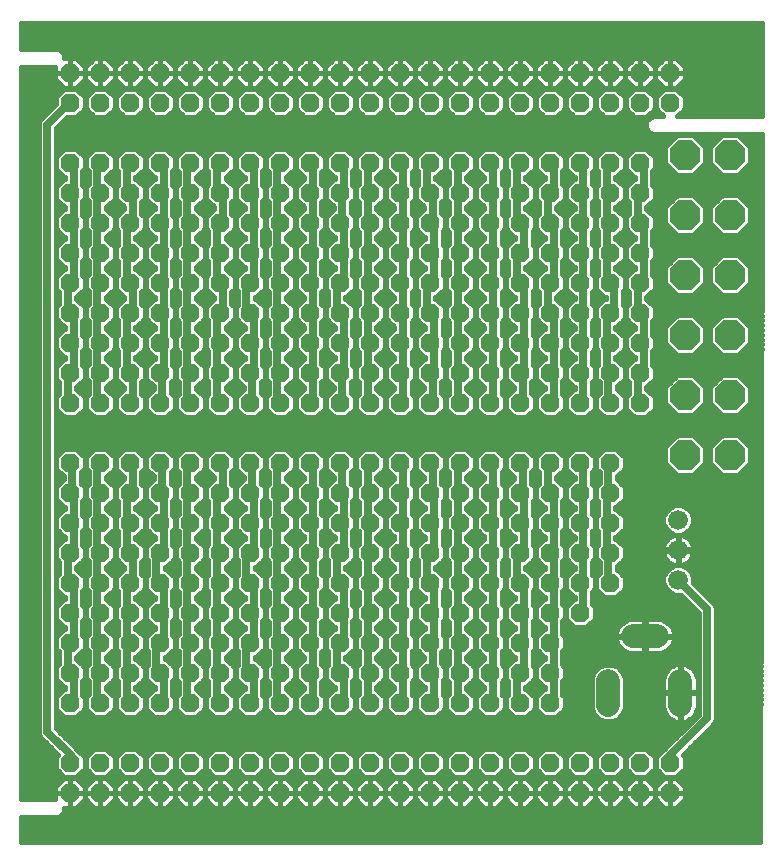
<source format=gbl>
G75*
%MOIN*%
%OFA0B0*%
%FSLAX25Y25*%
%IPPOS*%
%LPD*%
%AMOC8*
5,1,8,0,0,1.08239X$1,22.5*
%
%ADD10OC8,0.06300*%
%ADD11C,0.07874*%
%ADD12C,0.06600*%
%ADD13OC8,0.10000*%
%ADD14C,0.02500*%
%ADD15C,0.01600*%
D10*
X0052595Y0041728D03*
X0062595Y0041728D03*
X0072595Y0041728D03*
X0072595Y0051728D03*
X0062595Y0051728D03*
X0052595Y0051728D03*
X0052595Y0071728D03*
X0062595Y0071728D03*
X0072595Y0071728D03*
X0072595Y0081728D03*
X0062595Y0081728D03*
X0052595Y0081728D03*
X0052595Y0091728D03*
X0062595Y0091728D03*
X0072595Y0091728D03*
X0072595Y0101728D03*
X0062595Y0101728D03*
X0052595Y0101728D03*
X0052595Y0111728D03*
X0062595Y0111728D03*
X0072595Y0111728D03*
X0072595Y0121728D03*
X0072595Y0131728D03*
X0062595Y0131728D03*
X0062595Y0121728D03*
X0052595Y0121728D03*
X0052595Y0131728D03*
X0052595Y0141728D03*
X0062595Y0141728D03*
X0072595Y0141728D03*
X0072595Y0151728D03*
X0062595Y0151728D03*
X0052595Y0151728D03*
X0052595Y0171728D03*
X0062595Y0171728D03*
X0072595Y0171728D03*
X0072595Y0181728D03*
X0062595Y0181728D03*
X0052595Y0181728D03*
X0052595Y0191728D03*
X0062595Y0191728D03*
X0072595Y0191728D03*
X0072595Y0201728D03*
X0062595Y0201728D03*
X0052595Y0201728D03*
X0052595Y0211728D03*
X0062595Y0211728D03*
X0072595Y0211728D03*
X0072595Y0221728D03*
X0062595Y0221728D03*
X0052595Y0221728D03*
X0052595Y0231728D03*
X0062595Y0231728D03*
X0072595Y0231728D03*
X0072595Y0241728D03*
X0062595Y0241728D03*
X0052595Y0241728D03*
X0052595Y0251728D03*
X0062595Y0251728D03*
X0072595Y0251728D03*
X0082595Y0251728D03*
X0082595Y0241728D03*
X0082595Y0231728D03*
X0082595Y0221728D03*
X0082595Y0211728D03*
X0082595Y0201728D03*
X0082595Y0191728D03*
X0082595Y0181728D03*
X0082595Y0171728D03*
X0092595Y0171728D03*
X0102595Y0171728D03*
X0112595Y0171728D03*
X0122595Y0171728D03*
X0132595Y0171728D03*
X0132595Y0181728D03*
X0122595Y0181728D03*
X0112595Y0181728D03*
X0102595Y0181728D03*
X0092595Y0181728D03*
X0092595Y0191728D03*
X0102595Y0191728D03*
X0112595Y0191728D03*
X0122595Y0191728D03*
X0132595Y0191728D03*
X0132595Y0201728D03*
X0122595Y0201728D03*
X0112595Y0201728D03*
X0102595Y0201728D03*
X0092595Y0201728D03*
X0092595Y0211728D03*
X0102595Y0211728D03*
X0112595Y0211728D03*
X0122595Y0211728D03*
X0132595Y0211728D03*
X0132595Y0221728D03*
X0122595Y0221728D03*
X0112595Y0221728D03*
X0102595Y0221728D03*
X0092595Y0221728D03*
X0092595Y0231728D03*
X0102595Y0231728D03*
X0112595Y0231728D03*
X0122595Y0231728D03*
X0132595Y0231728D03*
X0132595Y0241728D03*
X0122595Y0241728D03*
X0112595Y0241728D03*
X0102595Y0241728D03*
X0092595Y0241728D03*
X0092595Y0251728D03*
X0102595Y0251728D03*
X0112595Y0251728D03*
X0122595Y0251728D03*
X0132595Y0251728D03*
X0142595Y0251728D03*
X0142595Y0241728D03*
X0142595Y0231728D03*
X0142595Y0221728D03*
X0142595Y0211728D03*
X0142595Y0201728D03*
X0142595Y0191728D03*
X0142595Y0181728D03*
X0142595Y0171728D03*
X0152595Y0171728D03*
X0162595Y0171728D03*
X0172595Y0171728D03*
X0182595Y0171728D03*
X0192595Y0171728D03*
X0192595Y0181728D03*
X0182595Y0181728D03*
X0172595Y0181728D03*
X0162595Y0181728D03*
X0152595Y0181728D03*
X0152595Y0191728D03*
X0162595Y0191728D03*
X0172595Y0191728D03*
X0182595Y0191728D03*
X0192595Y0191728D03*
X0192595Y0201728D03*
X0182595Y0201728D03*
X0172595Y0201728D03*
X0162595Y0201728D03*
X0152595Y0201728D03*
X0152595Y0211728D03*
X0162595Y0211728D03*
X0172595Y0211728D03*
X0182595Y0211728D03*
X0192595Y0211728D03*
X0192595Y0221728D03*
X0182595Y0221728D03*
X0172595Y0221728D03*
X0162595Y0221728D03*
X0152595Y0221728D03*
X0152595Y0231728D03*
X0162595Y0231728D03*
X0172595Y0231728D03*
X0182595Y0231728D03*
X0192595Y0231728D03*
X0192595Y0241728D03*
X0182595Y0241728D03*
X0172595Y0241728D03*
X0162595Y0241728D03*
X0152595Y0241728D03*
X0152595Y0251728D03*
X0162595Y0251728D03*
X0172595Y0251728D03*
X0182595Y0251728D03*
X0192595Y0251728D03*
X0202595Y0251728D03*
X0202595Y0241728D03*
X0202595Y0231728D03*
X0202595Y0221728D03*
X0202595Y0211728D03*
X0202595Y0201728D03*
X0202595Y0191728D03*
X0202595Y0181728D03*
X0202595Y0171728D03*
X0212595Y0171728D03*
X0222595Y0171728D03*
X0232595Y0171728D03*
X0242595Y0171728D03*
X0242595Y0181728D03*
X0232595Y0181728D03*
X0222595Y0181728D03*
X0212595Y0181728D03*
X0212595Y0191728D03*
X0222595Y0191728D03*
X0232595Y0191728D03*
X0242595Y0191728D03*
X0242595Y0201728D03*
X0232595Y0201728D03*
X0222595Y0201728D03*
X0212595Y0201728D03*
X0212595Y0211728D03*
X0222595Y0211728D03*
X0232595Y0211728D03*
X0242595Y0211728D03*
X0242595Y0221728D03*
X0232595Y0221728D03*
X0222595Y0221728D03*
X0212595Y0221728D03*
X0212595Y0231728D03*
X0222595Y0231728D03*
X0232595Y0231728D03*
X0242595Y0231728D03*
X0242595Y0241728D03*
X0232595Y0241728D03*
X0222595Y0241728D03*
X0212595Y0241728D03*
X0212595Y0251728D03*
X0222595Y0251728D03*
X0232595Y0251728D03*
X0242595Y0251728D03*
X0242595Y0271728D03*
X0232595Y0271728D03*
X0222595Y0271728D03*
X0212595Y0271728D03*
X0202595Y0271728D03*
X0202595Y0281728D03*
X0212595Y0281728D03*
X0222595Y0281728D03*
X0232595Y0281728D03*
X0242595Y0281728D03*
X0252595Y0281728D03*
X0252595Y0271728D03*
X0192595Y0271728D03*
X0182595Y0271728D03*
X0172595Y0271728D03*
X0162595Y0271728D03*
X0152595Y0271728D03*
X0142595Y0271728D03*
X0142595Y0281728D03*
X0152595Y0281728D03*
X0162595Y0281728D03*
X0172595Y0281728D03*
X0182595Y0281728D03*
X0192595Y0281728D03*
X0132595Y0281728D03*
X0132595Y0271728D03*
X0122595Y0271728D03*
X0112595Y0271728D03*
X0102595Y0271728D03*
X0092595Y0271728D03*
X0082595Y0271728D03*
X0082595Y0281728D03*
X0092595Y0281728D03*
X0102595Y0281728D03*
X0112595Y0281728D03*
X0122595Y0281728D03*
X0072595Y0281728D03*
X0072595Y0271728D03*
X0062595Y0271728D03*
X0052595Y0271728D03*
X0052595Y0281728D03*
X0062595Y0281728D03*
X0082595Y0151728D03*
X0082595Y0141728D03*
X0082595Y0131728D03*
X0082595Y0121728D03*
X0082595Y0111728D03*
X0082595Y0101728D03*
X0082595Y0091728D03*
X0082595Y0081728D03*
X0082595Y0071728D03*
X0092595Y0071728D03*
X0102595Y0071728D03*
X0112595Y0071728D03*
X0122595Y0071728D03*
X0132595Y0071728D03*
X0132595Y0081728D03*
X0122595Y0081728D03*
X0112595Y0081728D03*
X0102595Y0081728D03*
X0092595Y0081728D03*
X0092595Y0091728D03*
X0102595Y0091728D03*
X0112595Y0091728D03*
X0122595Y0091728D03*
X0132595Y0091728D03*
X0132595Y0101728D03*
X0122595Y0101728D03*
X0112595Y0101728D03*
X0102595Y0101728D03*
X0092595Y0101728D03*
X0092595Y0111728D03*
X0102595Y0111728D03*
X0112595Y0111728D03*
X0122595Y0111728D03*
X0132595Y0111728D03*
X0132595Y0121728D03*
X0132595Y0131728D03*
X0122595Y0131728D03*
X0122595Y0121728D03*
X0112595Y0121728D03*
X0112595Y0131728D03*
X0102595Y0131728D03*
X0102595Y0121728D03*
X0092595Y0121728D03*
X0092595Y0131728D03*
X0092595Y0141728D03*
X0102595Y0141728D03*
X0112595Y0141728D03*
X0122595Y0141728D03*
X0132595Y0141728D03*
X0132595Y0151728D03*
X0122595Y0151728D03*
X0112595Y0151728D03*
X0102595Y0151728D03*
X0092595Y0151728D03*
X0142595Y0151728D03*
X0142595Y0141728D03*
X0142595Y0131728D03*
X0142595Y0121728D03*
X0142595Y0111728D03*
X0142595Y0101728D03*
X0142595Y0091728D03*
X0142595Y0081728D03*
X0142595Y0071728D03*
X0152595Y0071728D03*
X0162595Y0071728D03*
X0172595Y0071728D03*
X0182595Y0071728D03*
X0192595Y0071728D03*
X0192595Y0081728D03*
X0182595Y0081728D03*
X0172595Y0081728D03*
X0162595Y0081728D03*
X0152595Y0081728D03*
X0152595Y0091728D03*
X0162595Y0091728D03*
X0172595Y0091728D03*
X0182595Y0091728D03*
X0192595Y0091728D03*
X0192595Y0101728D03*
X0182595Y0101728D03*
X0172595Y0101728D03*
X0162595Y0101728D03*
X0152595Y0101728D03*
X0152595Y0111728D03*
X0162595Y0111728D03*
X0172595Y0111728D03*
X0182595Y0111728D03*
X0192595Y0111728D03*
X0192595Y0121728D03*
X0192595Y0131728D03*
X0182595Y0131728D03*
X0182595Y0121728D03*
X0172595Y0121728D03*
X0172595Y0131728D03*
X0162595Y0131728D03*
X0162595Y0121728D03*
X0152595Y0121728D03*
X0152595Y0131728D03*
X0152595Y0141728D03*
X0162595Y0141728D03*
X0172595Y0141728D03*
X0182595Y0141728D03*
X0192595Y0141728D03*
X0192595Y0151728D03*
X0182595Y0151728D03*
X0172595Y0151728D03*
X0162595Y0151728D03*
X0152595Y0151728D03*
X0202595Y0151728D03*
X0202595Y0141728D03*
X0202595Y0131728D03*
X0202595Y0121728D03*
X0202595Y0111728D03*
X0202595Y0101728D03*
X0202595Y0091728D03*
X0202595Y0081728D03*
X0202595Y0071728D03*
X0212595Y0071728D03*
X0212595Y0081728D03*
X0212595Y0091728D03*
X0212595Y0101728D03*
X0222595Y0101728D03*
X0222595Y0111728D03*
X0212595Y0111728D03*
X0212595Y0121728D03*
X0212595Y0131728D03*
X0222595Y0131728D03*
X0222595Y0121728D03*
X0232595Y0121728D03*
X0232595Y0131728D03*
X0232595Y0141728D03*
X0222595Y0141728D03*
X0212595Y0141728D03*
X0212595Y0151728D03*
X0222595Y0151728D03*
X0232595Y0151728D03*
X0232595Y0111728D03*
X0232595Y0051728D03*
X0232595Y0041728D03*
X0222595Y0041728D03*
X0212595Y0041728D03*
X0202595Y0041728D03*
X0202595Y0051728D03*
X0212595Y0051728D03*
X0222595Y0051728D03*
X0242595Y0051728D03*
X0242595Y0041728D03*
X0252595Y0041728D03*
X0252595Y0051728D03*
X0192595Y0051728D03*
X0192595Y0041728D03*
X0182595Y0041728D03*
X0172595Y0041728D03*
X0162595Y0041728D03*
X0152595Y0041728D03*
X0142595Y0041728D03*
X0142595Y0051728D03*
X0152595Y0051728D03*
X0162595Y0051728D03*
X0172595Y0051728D03*
X0182595Y0051728D03*
X0132595Y0051728D03*
X0132595Y0041728D03*
X0122595Y0041728D03*
X0112595Y0041728D03*
X0102595Y0041728D03*
X0092595Y0041728D03*
X0082595Y0041728D03*
X0082595Y0051728D03*
X0092595Y0051728D03*
X0102595Y0051728D03*
X0112595Y0051728D03*
X0122595Y0051728D03*
D11*
X0231965Y0071079D02*
X0231965Y0078953D01*
X0240233Y0093913D02*
X0248107Y0093913D01*
X0255981Y0078953D02*
X0255981Y0071079D01*
D12*
X0255233Y0112654D03*
X0255233Y0122654D03*
X0255233Y0132654D03*
D13*
X0257595Y0154228D03*
X0272595Y0154228D03*
X0272595Y0174228D03*
X0257595Y0174228D03*
X0257595Y0194228D03*
X0272595Y0194228D03*
X0272595Y0214228D03*
X0257595Y0214228D03*
X0257595Y0234228D03*
X0272595Y0234228D03*
X0272595Y0254228D03*
X0257595Y0254228D03*
D14*
X0243717Y0250567D02*
X0243717Y0242201D01*
X0242595Y0241728D01*
X0242241Y0241709D01*
X0241749Y0241217D01*
X0241749Y0232358D01*
X0242595Y0231728D01*
X0242733Y0231374D01*
X0243717Y0230390D01*
X0243717Y0222024D01*
X0242595Y0221728D01*
X0242733Y0221531D01*
X0243717Y0220547D01*
X0243717Y0212181D01*
X0242595Y0211728D01*
X0242241Y0211689D01*
X0241749Y0211197D01*
X0241749Y0202339D01*
X0242595Y0201728D01*
X0242733Y0201354D01*
X0243717Y0200370D01*
X0243717Y0192004D01*
X0242595Y0191728D01*
X0242733Y0191512D01*
X0243717Y0190528D01*
X0243717Y0182161D01*
X0242595Y0181728D01*
X0242241Y0181669D01*
X0241749Y0181177D01*
X0241749Y0172319D01*
X0242241Y0171827D01*
X0242595Y0171728D01*
X0232595Y0171728D02*
X0232398Y0171827D01*
X0231906Y0172319D01*
X0231906Y0181177D01*
X0232398Y0181669D01*
X0232595Y0181728D01*
X0231414Y0182161D01*
X0231414Y0190528D01*
X0232398Y0191512D01*
X0232595Y0191728D01*
X0231414Y0192004D01*
X0231414Y0200370D01*
X0232398Y0201354D01*
X0232595Y0201728D01*
X0232890Y0202831D01*
X0233875Y0203815D01*
X0233875Y0211689D01*
X0232595Y0211728D01*
X0232398Y0212181D01*
X0231414Y0213165D01*
X0231414Y0219563D01*
X0232398Y0220547D01*
X0232398Y0221531D01*
X0232595Y0221728D01*
X0231414Y0222024D01*
X0231414Y0230390D01*
X0232398Y0231374D01*
X0232595Y0231728D01*
X0231414Y0231866D01*
X0231414Y0240724D01*
X0232398Y0241709D01*
X0232595Y0241728D01*
X0231414Y0242201D01*
X0231414Y0250567D01*
X0232398Y0251551D01*
X0232595Y0251728D01*
X0223540Y0251059D02*
X0223540Y0242693D01*
X0222595Y0241728D01*
X0223048Y0241709D01*
X0223540Y0241217D01*
X0223540Y0232358D01*
X0222595Y0231728D01*
X0223048Y0231374D01*
X0223540Y0230882D01*
X0223540Y0222516D01*
X0222595Y0221728D01*
X0223048Y0221531D01*
X0223540Y0221039D01*
X0223540Y0212673D01*
X0222595Y0211728D01*
X0223048Y0211689D01*
X0223540Y0211197D01*
X0223540Y0202339D01*
X0222595Y0201728D01*
X0223048Y0201354D01*
X0223540Y0200862D01*
X0223540Y0192496D01*
X0222595Y0191728D01*
X0223048Y0191512D01*
X0223540Y0191020D01*
X0223540Y0182654D01*
X0222595Y0181728D01*
X0223048Y0181669D01*
X0223540Y0181177D01*
X0223540Y0172319D01*
X0223048Y0171827D01*
X0222595Y0171728D01*
X0213698Y0172811D02*
X0213698Y0179209D01*
X0212221Y0180685D01*
X0212221Y0181669D01*
X0212595Y0181728D01*
X0213698Y0182161D01*
X0213698Y0190528D01*
X0212713Y0191512D01*
X0212595Y0191728D01*
X0213698Y0192004D01*
X0213698Y0200370D01*
X0212713Y0201354D01*
X0212595Y0201728D01*
X0211729Y0202339D01*
X0211729Y0211197D01*
X0212221Y0211689D01*
X0212595Y0211728D01*
X0213698Y0212181D01*
X0213698Y0220547D01*
X0212713Y0221531D01*
X0212595Y0221728D01*
X0213698Y0222024D01*
X0213698Y0230390D01*
X0212713Y0231374D01*
X0212595Y0231728D01*
X0211729Y0232358D01*
X0211729Y0241217D01*
X0212221Y0241709D01*
X0212595Y0241728D01*
X0213698Y0242201D01*
X0213698Y0250567D01*
X0212713Y0251551D01*
X0212595Y0251728D01*
X0202595Y0251728D02*
X0202379Y0251551D01*
X0202379Y0250567D01*
X0201394Y0249583D01*
X0201394Y0243185D01*
X0202379Y0242201D01*
X0202595Y0241728D01*
X0201886Y0240724D01*
X0201394Y0240232D01*
X0201394Y0231866D01*
X0202595Y0231728D01*
X0202871Y0231374D01*
X0203855Y0230390D01*
X0203855Y0222024D01*
X0202595Y0221728D01*
X0202379Y0221531D01*
X0202379Y0220547D01*
X0201394Y0219563D01*
X0201394Y0213165D01*
X0202379Y0212181D01*
X0202595Y0211728D01*
X0203855Y0211689D01*
X0203855Y0203815D01*
X0202871Y0202831D01*
X0202595Y0201728D01*
X0202871Y0201354D01*
X0203855Y0200370D01*
X0203855Y0192004D01*
X0202595Y0191728D01*
X0202871Y0191512D01*
X0203855Y0190528D01*
X0203855Y0182161D01*
X0202595Y0181728D01*
X0202871Y0181669D01*
X0203363Y0181177D01*
X0203363Y0172319D01*
X0202871Y0171827D01*
X0202595Y0171728D01*
X0193520Y0172319D02*
X0193520Y0181177D01*
X0193028Y0181669D01*
X0192595Y0181728D01*
X0193520Y0182654D01*
X0193520Y0191020D01*
X0193028Y0191512D01*
X0192595Y0191728D01*
X0193520Y0192496D01*
X0193520Y0200862D01*
X0193028Y0201354D01*
X0192595Y0201728D01*
X0193520Y0202339D01*
X0193520Y0211197D01*
X0193028Y0211689D01*
X0192595Y0211728D01*
X0193520Y0212673D01*
X0193520Y0221039D01*
X0193028Y0221531D01*
X0192595Y0221728D01*
X0193520Y0222516D01*
X0193520Y0230882D01*
X0193028Y0231374D01*
X0192595Y0231728D01*
X0193520Y0232358D01*
X0193520Y0241217D01*
X0193028Y0241709D01*
X0192595Y0241728D01*
X0193520Y0242693D01*
X0193520Y0251059D01*
X0193028Y0251551D01*
X0192595Y0251728D01*
X0182595Y0251728D02*
X0182201Y0251551D01*
X0181709Y0251059D01*
X0181709Y0242693D01*
X0182595Y0241728D01*
X0182201Y0241709D01*
X0181709Y0241217D01*
X0181709Y0232358D01*
X0182595Y0231728D01*
X0182201Y0231374D01*
X0181709Y0230882D01*
X0181709Y0222516D01*
X0182595Y0221728D01*
X0182201Y0221531D01*
X0181709Y0221039D01*
X0181709Y0212673D01*
X0182595Y0211728D01*
X0182201Y0211689D01*
X0181709Y0211197D01*
X0181709Y0202339D01*
X0182595Y0201728D01*
X0182201Y0201354D01*
X0181709Y0200862D01*
X0181709Y0192496D01*
X0182595Y0191728D01*
X0182201Y0191512D01*
X0181709Y0191020D01*
X0181709Y0182654D01*
X0182595Y0181728D01*
X0182201Y0181669D01*
X0181709Y0181177D01*
X0181709Y0172319D01*
X0182201Y0171827D01*
X0182595Y0171728D01*
X0173343Y0172319D02*
X0173343Y0181177D01*
X0172851Y0181669D01*
X0172595Y0181728D01*
X0173835Y0182161D01*
X0173835Y0190528D01*
X0172851Y0191512D01*
X0172595Y0191728D01*
X0173835Y0192004D01*
X0173835Y0200370D01*
X0172851Y0201354D01*
X0172595Y0201728D01*
X0172359Y0202831D01*
X0171375Y0203815D01*
X0171375Y0211689D01*
X0172595Y0211728D01*
X0172851Y0212181D01*
X0173835Y0213165D01*
X0173835Y0219563D01*
X0172851Y0220547D01*
X0172851Y0221531D01*
X0172595Y0221728D01*
X0173835Y0222024D01*
X0173835Y0230390D01*
X0172851Y0231374D01*
X0172595Y0231728D01*
X0173343Y0232358D01*
X0173343Y0240724D01*
X0172595Y0241728D01*
X0172359Y0242201D01*
X0171375Y0243185D01*
X0171375Y0249583D01*
X0172359Y0250567D01*
X0172359Y0251551D01*
X0172595Y0251728D01*
X0163501Y0251059D02*
X0163501Y0242693D01*
X0162595Y0241728D01*
X0163009Y0241709D01*
X0163501Y0241217D01*
X0163501Y0232358D01*
X0162595Y0231728D01*
X0163009Y0231374D01*
X0163501Y0230882D01*
X0163501Y0222516D01*
X0162595Y0221728D01*
X0163009Y0221531D01*
X0163501Y0221039D01*
X0163501Y0212673D01*
X0162595Y0211728D01*
X0163009Y0211689D01*
X0163501Y0211197D01*
X0163501Y0202339D01*
X0162595Y0201728D01*
X0163009Y0201354D01*
X0163501Y0200862D01*
X0163501Y0192496D01*
X0162595Y0191728D01*
X0163009Y0191512D01*
X0163501Y0191020D01*
X0163501Y0182654D01*
X0162595Y0181728D01*
X0163009Y0181669D01*
X0163501Y0181177D01*
X0163501Y0172319D01*
X0163009Y0171827D01*
X0162595Y0171728D01*
X0152595Y0171728D02*
X0152182Y0171827D01*
X0151690Y0172319D01*
X0151690Y0181177D01*
X0152182Y0181669D01*
X0152595Y0181728D01*
X0151690Y0182654D01*
X0151690Y0191020D01*
X0152182Y0191512D01*
X0152595Y0191728D01*
X0151690Y0192496D01*
X0151690Y0200862D01*
X0152182Y0201354D01*
X0152595Y0201728D01*
X0151690Y0202339D01*
X0151690Y0211197D01*
X0152182Y0211689D01*
X0152595Y0211728D01*
X0151690Y0212673D01*
X0151690Y0221039D01*
X0152182Y0221531D01*
X0152595Y0221728D01*
X0151690Y0222516D01*
X0151690Y0230882D01*
X0152182Y0231374D01*
X0152595Y0231728D01*
X0151690Y0232358D01*
X0151690Y0241217D01*
X0152182Y0241709D01*
X0152595Y0241728D01*
X0151690Y0242693D01*
X0151690Y0251059D01*
X0152182Y0251551D01*
X0152595Y0251728D01*
X0143816Y0249583D02*
X0143816Y0243185D01*
X0142831Y0242201D01*
X0142595Y0241728D01*
X0143323Y0240724D01*
X0143323Y0232850D01*
X0142595Y0231728D01*
X0142831Y0231374D01*
X0143816Y0230390D01*
X0143816Y0222024D01*
X0142595Y0221728D01*
X0142831Y0221531D01*
X0142831Y0220547D01*
X0143816Y0219563D01*
X0143816Y0213165D01*
X0142831Y0212181D01*
X0142595Y0211728D01*
X0141355Y0211689D01*
X0141355Y0203815D01*
X0142339Y0202831D01*
X0142595Y0201728D01*
X0142831Y0201354D01*
X0143816Y0200370D01*
X0143816Y0192004D01*
X0142595Y0191728D01*
X0142831Y0191512D01*
X0143816Y0190528D01*
X0143816Y0182161D01*
X0142595Y0181728D01*
X0142831Y0181669D01*
X0143323Y0181177D01*
X0143323Y0172319D01*
X0142831Y0171827D01*
X0142595Y0171728D01*
X0133481Y0172319D02*
X0133481Y0181177D01*
X0132989Y0181669D01*
X0132595Y0181728D01*
X0133481Y0182654D01*
X0133481Y0191020D01*
X0132989Y0191512D01*
X0132595Y0191728D01*
X0133481Y0192496D01*
X0133481Y0200862D01*
X0132989Y0201354D01*
X0132595Y0201728D01*
X0133481Y0202339D01*
X0133481Y0211197D01*
X0132989Y0211689D01*
X0132595Y0211728D01*
X0133481Y0212673D01*
X0133481Y0221039D01*
X0132989Y0221531D01*
X0132595Y0221728D01*
X0133481Y0222516D01*
X0133481Y0230882D01*
X0132989Y0231374D01*
X0132595Y0231728D01*
X0133481Y0232358D01*
X0133481Y0241217D01*
X0132989Y0241709D01*
X0132595Y0241728D01*
X0133481Y0242693D01*
X0133481Y0251059D01*
X0132989Y0251551D01*
X0132595Y0251728D01*
X0122595Y0251728D02*
X0122162Y0251551D01*
X0121670Y0251059D01*
X0121670Y0242693D01*
X0122595Y0241728D01*
X0122162Y0241709D01*
X0121670Y0241217D01*
X0121670Y0232358D01*
X0122595Y0231728D01*
X0122162Y0231374D01*
X0121670Y0230882D01*
X0121670Y0222516D01*
X0122595Y0221728D01*
X0122162Y0221531D01*
X0121670Y0221039D01*
X0121670Y0212673D01*
X0122595Y0211728D01*
X0122162Y0211689D01*
X0121670Y0211197D01*
X0121670Y0202339D01*
X0122595Y0201728D01*
X0122162Y0201354D01*
X0121670Y0200862D01*
X0121670Y0192496D01*
X0122595Y0191728D01*
X0122162Y0191512D01*
X0121670Y0191020D01*
X0121670Y0182654D01*
X0122595Y0181728D01*
X0122162Y0181669D01*
X0121670Y0181177D01*
X0121670Y0172319D01*
X0122162Y0171827D01*
X0122595Y0171728D01*
X0113304Y0172319D02*
X0113304Y0181177D01*
X0112812Y0181669D01*
X0112595Y0181728D01*
X0113796Y0182161D01*
X0113796Y0190528D01*
X0112595Y0191728D01*
X0113796Y0192004D01*
X0113796Y0200370D01*
X0112812Y0201354D01*
X0112595Y0201728D01*
X0112320Y0202831D01*
X0111335Y0203815D01*
X0111335Y0211689D01*
X0112595Y0211728D01*
X0112812Y0212181D01*
X0113796Y0213165D01*
X0113796Y0219563D01*
X0112812Y0220547D01*
X0112812Y0221531D01*
X0112595Y0221728D01*
X0113796Y0222024D01*
X0113796Y0230390D01*
X0112812Y0231374D01*
X0112595Y0231728D01*
X0113796Y0231866D01*
X0113796Y0240232D01*
X0113304Y0240724D01*
X0112595Y0241728D01*
X0112812Y0242201D01*
X0113796Y0243185D01*
X0113796Y0249583D01*
X0112812Y0250567D01*
X0112812Y0251551D01*
X0112595Y0251728D01*
X0102595Y0251728D02*
X0102477Y0251551D01*
X0101493Y0250567D01*
X0101493Y0242201D01*
X0102595Y0241728D01*
X0102969Y0241709D01*
X0103461Y0241217D01*
X0103461Y0232358D01*
X0102595Y0231728D01*
X0102477Y0231374D01*
X0101493Y0230390D01*
X0101493Y0222024D01*
X0102595Y0221728D01*
X0102477Y0221531D01*
X0101493Y0220547D01*
X0101493Y0212181D01*
X0102595Y0211728D01*
X0102969Y0211689D01*
X0103461Y0211197D01*
X0103461Y0202339D01*
X0102595Y0201728D01*
X0102477Y0201354D01*
X0101493Y0200370D01*
X0101493Y0192004D01*
X0102595Y0191728D01*
X0102477Y0191512D01*
X0101493Y0190528D01*
X0101493Y0182161D01*
X0102595Y0181728D01*
X0102969Y0181669D01*
X0102969Y0180685D01*
X0101493Y0179209D01*
X0101493Y0172811D01*
X0102477Y0171827D01*
X0102595Y0171728D01*
X0092595Y0171728D02*
X0092142Y0171827D01*
X0091650Y0172319D01*
X0091650Y0181177D01*
X0092142Y0181669D01*
X0092595Y0181728D01*
X0091650Y0182654D01*
X0091650Y0191020D01*
X0092142Y0191512D01*
X0092595Y0191728D01*
X0091650Y0192496D01*
X0091650Y0200862D01*
X0092142Y0201354D01*
X0092595Y0201728D01*
X0091650Y0202339D01*
X0091650Y0211197D01*
X0092142Y0211689D01*
X0092595Y0211728D01*
X0091650Y0212673D01*
X0091650Y0221039D01*
X0092142Y0221531D01*
X0092595Y0221728D01*
X0091650Y0222516D01*
X0091650Y0230882D01*
X0092142Y0231374D01*
X0092595Y0231728D01*
X0091650Y0232358D01*
X0091650Y0241217D01*
X0092142Y0241709D01*
X0092595Y0241728D01*
X0091650Y0242693D01*
X0091650Y0251059D01*
X0092142Y0251551D01*
X0092595Y0251728D01*
X0083776Y0250567D02*
X0083776Y0242201D01*
X0082595Y0241728D01*
X0082792Y0241709D01*
X0083776Y0240724D01*
X0083776Y0231866D01*
X0082595Y0231728D01*
X0082792Y0231374D01*
X0083776Y0230390D01*
X0083776Y0222024D01*
X0082595Y0221728D01*
X0082792Y0221531D01*
X0082792Y0220547D01*
X0083776Y0219563D01*
X0083776Y0213165D01*
X0082792Y0212181D01*
X0082595Y0211728D01*
X0083776Y0211689D01*
X0083776Y0203815D01*
X0082792Y0202831D01*
X0082595Y0201728D01*
X0082792Y0201354D01*
X0083776Y0200370D01*
X0083776Y0192004D01*
X0082595Y0191728D01*
X0082792Y0191512D01*
X0083776Y0190528D01*
X0083776Y0182161D01*
X0082595Y0181728D01*
X0082792Y0181669D01*
X0083284Y0181177D01*
X0083284Y0172319D01*
X0082792Y0171827D01*
X0082595Y0171728D01*
X0073442Y0172319D02*
X0073442Y0181177D01*
X0072949Y0181669D01*
X0072595Y0181728D01*
X0071473Y0182161D01*
X0071473Y0190528D01*
X0072457Y0191512D01*
X0072595Y0191728D01*
X0071473Y0192004D01*
X0071473Y0200370D01*
X0072457Y0201354D01*
X0072595Y0201728D01*
X0073442Y0202339D01*
X0073442Y0211197D01*
X0072949Y0211689D01*
X0072595Y0211728D01*
X0071473Y0212181D01*
X0071473Y0220547D01*
X0072457Y0221531D01*
X0072595Y0221728D01*
X0071473Y0222024D01*
X0071473Y0230390D01*
X0072457Y0231374D01*
X0072595Y0231728D01*
X0073442Y0232358D01*
X0073442Y0241217D01*
X0072949Y0241709D01*
X0072595Y0241728D01*
X0071473Y0242201D01*
X0071473Y0250567D01*
X0072457Y0251551D01*
X0072595Y0251728D01*
X0062595Y0251728D02*
X0062123Y0251551D01*
X0061631Y0251059D01*
X0061631Y0242693D01*
X0062595Y0241728D01*
X0062123Y0241709D01*
X0061631Y0241217D01*
X0061631Y0232358D01*
X0062595Y0231728D01*
X0062123Y0231374D01*
X0061631Y0230882D01*
X0061631Y0222516D01*
X0062595Y0221728D01*
X0062123Y0221531D01*
X0061631Y0221039D01*
X0061631Y0212673D01*
X0062595Y0211728D01*
X0062123Y0211689D01*
X0061631Y0211197D01*
X0061631Y0202339D01*
X0062595Y0201728D01*
X0062123Y0201354D01*
X0061631Y0200862D01*
X0061631Y0192496D01*
X0062595Y0191728D01*
X0062123Y0191512D01*
X0061631Y0191020D01*
X0061631Y0182654D01*
X0062595Y0181728D01*
X0062123Y0181669D01*
X0061631Y0181177D01*
X0061631Y0172319D01*
X0062123Y0171827D01*
X0062595Y0171728D01*
X0052595Y0171728D02*
X0052280Y0171827D01*
X0051788Y0172319D01*
X0051788Y0181177D01*
X0052280Y0181669D01*
X0052595Y0181728D01*
X0053757Y0182161D01*
X0053757Y0190528D01*
X0052772Y0191512D01*
X0052595Y0191728D01*
X0053757Y0192004D01*
X0053757Y0200370D01*
X0052772Y0201354D01*
X0052595Y0201728D01*
X0051788Y0202339D01*
X0051788Y0211197D01*
X0052280Y0211689D01*
X0052595Y0211728D01*
X0053757Y0212181D01*
X0053757Y0220547D01*
X0052772Y0221531D01*
X0052595Y0221728D01*
X0053757Y0222024D01*
X0053757Y0230390D01*
X0052772Y0231374D01*
X0052595Y0231728D01*
X0053757Y0231866D01*
X0053757Y0240724D01*
X0052772Y0241709D01*
X0052595Y0241728D01*
X0053757Y0242201D01*
X0053757Y0250567D01*
X0052595Y0251728D01*
X0044898Y0264346D02*
X0044898Y0062083D01*
X0052772Y0054209D01*
X0052772Y0051748D01*
X0052595Y0051728D01*
X0052595Y0071728D02*
X0052772Y0071925D01*
X0053757Y0072909D01*
X0053757Y0080291D01*
X0052772Y0081276D01*
X0052595Y0081728D01*
X0051788Y0082752D01*
X0051788Y0091118D01*
X0052595Y0091728D01*
X0052772Y0092102D01*
X0053757Y0093087D01*
X0053757Y0099484D01*
X0052772Y0100469D01*
X0052772Y0101453D01*
X0052595Y0101728D01*
X0053757Y0101945D01*
X0053757Y0110311D01*
X0052772Y0111295D01*
X0052595Y0111728D01*
X0051788Y0112280D01*
X0051788Y0120154D01*
X0052280Y0120646D01*
X0052595Y0121728D01*
X0052772Y0122122D01*
X0053757Y0123106D01*
X0053757Y0129504D01*
X0052772Y0130488D01*
X0052772Y0131472D01*
X0052595Y0131728D01*
X0053757Y0131965D01*
X0053757Y0140331D01*
X0052772Y0141315D01*
X0052595Y0141728D01*
X0053264Y0142791D01*
X0053264Y0151157D01*
X0052772Y0151650D01*
X0052595Y0151728D01*
X0061631Y0151157D02*
X0061631Y0142299D01*
X0062595Y0141728D01*
X0062123Y0141315D01*
X0062123Y0139839D01*
X0061631Y0139346D01*
X0061631Y0132457D01*
X0062123Y0131965D01*
X0062595Y0131728D01*
X0062615Y0130488D01*
X0061631Y0129504D01*
X0061631Y0122614D01*
X0062595Y0121728D01*
X0062123Y0121630D01*
X0061631Y0121138D01*
X0061631Y0112280D01*
X0062595Y0111728D01*
X0062123Y0111295D01*
X0061631Y0110803D01*
X0061631Y0102437D01*
X0062595Y0101728D01*
X0062123Y0101453D01*
X0061631Y0100961D01*
X0061631Y0092594D01*
X0062595Y0091728D01*
X0062123Y0091610D01*
X0061631Y0091118D01*
X0061631Y0082260D01*
X0062595Y0081728D01*
X0062123Y0081276D01*
X0061631Y0080783D01*
X0061631Y0072417D01*
X0062123Y0071925D01*
X0062595Y0071728D01*
X0071473Y0072909D02*
X0071473Y0080291D01*
X0072457Y0081276D01*
X0072595Y0081728D01*
X0071473Y0082260D01*
X0071473Y0090626D01*
X0072457Y0091610D01*
X0072595Y0091728D01*
X0071473Y0092102D01*
X0071473Y0100469D01*
X0072457Y0101453D01*
X0072595Y0101728D01*
X0071473Y0101945D01*
X0071473Y0110311D01*
X0072457Y0111295D01*
X0072595Y0111728D01*
X0073442Y0112280D01*
X0073442Y0121138D01*
X0072949Y0121630D01*
X0072595Y0121728D01*
X0071473Y0122122D01*
X0071473Y0130488D01*
X0072457Y0131472D01*
X0072595Y0131728D01*
X0071473Y0131965D01*
X0071473Y0140331D01*
X0072457Y0141315D01*
X0072595Y0141728D01*
X0073442Y0142299D01*
X0073442Y0151157D01*
X0072949Y0151650D01*
X0072595Y0151728D01*
X0062595Y0151728D02*
X0062123Y0151650D01*
X0061631Y0151157D01*
X0072595Y0171728D02*
X0072949Y0171827D01*
X0073442Y0172319D01*
X0082595Y0151728D02*
X0082792Y0151650D01*
X0083284Y0151157D01*
X0083284Y0142791D01*
X0082595Y0141728D01*
X0082792Y0141315D01*
X0083776Y0140331D01*
X0083776Y0131965D01*
X0082595Y0131728D01*
X0082792Y0131472D01*
X0082792Y0130488D01*
X0083776Y0129504D01*
X0083776Y0123106D01*
X0082792Y0122122D01*
X0082595Y0121728D01*
X0082300Y0120646D01*
X0081316Y0119661D01*
X0081316Y0111787D01*
X0082595Y0111728D01*
X0082792Y0111295D01*
X0083776Y0110311D01*
X0083776Y0101945D01*
X0082595Y0101728D01*
X0082792Y0101453D01*
X0082792Y0100469D01*
X0083776Y0099484D01*
X0083776Y0093087D01*
X0082792Y0092102D01*
X0082595Y0091728D01*
X0082300Y0090626D01*
X0081316Y0089642D01*
X0081316Y0083736D01*
X0082300Y0082752D01*
X0082595Y0081728D01*
X0082792Y0081276D01*
X0083776Y0080291D01*
X0083776Y0072909D01*
X0082595Y0071728D01*
X0091650Y0072417D02*
X0091650Y0080783D01*
X0092595Y0081728D01*
X0091650Y0082260D01*
X0091650Y0091118D01*
X0092142Y0091610D01*
X0092595Y0091728D01*
X0091650Y0092594D01*
X0091650Y0100961D01*
X0092142Y0101453D01*
X0092595Y0101728D01*
X0091650Y0102437D01*
X0091650Y0110803D01*
X0092142Y0111295D01*
X0092595Y0111728D01*
X0091650Y0112280D01*
X0091650Y0121138D01*
X0092142Y0121630D01*
X0092595Y0121728D01*
X0091650Y0122614D01*
X0091650Y0130980D01*
X0092142Y0131472D01*
X0092595Y0131728D01*
X0091650Y0132457D01*
X0091650Y0140823D01*
X0092142Y0141315D01*
X0092595Y0141728D01*
X0091650Y0142299D01*
X0091650Y0151157D01*
X0092142Y0151650D01*
X0092595Y0151728D01*
X0102595Y0151728D02*
X0102969Y0151650D01*
X0103461Y0151157D01*
X0103461Y0142299D01*
X0102595Y0141728D01*
X0102477Y0141315D01*
X0101493Y0140331D01*
X0101493Y0131965D01*
X0102595Y0131728D01*
X0102477Y0131472D01*
X0101493Y0130488D01*
X0101493Y0122122D01*
X0102595Y0121728D01*
X0102477Y0121630D01*
X0101493Y0120646D01*
X0101493Y0112280D01*
X0102595Y0111728D01*
X0102477Y0111295D01*
X0101493Y0110311D01*
X0101493Y0101945D01*
X0102595Y0101728D01*
X0102477Y0101453D01*
X0101493Y0100469D01*
X0101493Y0092102D01*
X0102595Y0091728D01*
X0101493Y0090626D01*
X0101493Y0082260D01*
X0102595Y0081728D01*
X0102969Y0081276D01*
X0102969Y0080783D01*
X0101493Y0079307D01*
X0101493Y0072909D01*
X0102477Y0071925D01*
X0102595Y0071728D01*
X0092595Y0071728D02*
X0092142Y0071925D01*
X0091650Y0072417D01*
X0072595Y0071728D02*
X0072457Y0071925D01*
X0071473Y0072909D01*
X0112595Y0071728D02*
X0112812Y0071925D01*
X0113796Y0072909D01*
X0113796Y0080291D01*
X0112812Y0081276D01*
X0112595Y0081728D01*
X0112320Y0082752D01*
X0111335Y0083736D01*
X0111335Y0091610D01*
X0112595Y0091728D01*
X0112812Y0092102D01*
X0113796Y0093087D01*
X0113796Y0099484D01*
X0112812Y0100469D01*
X0112812Y0101453D01*
X0112595Y0101728D01*
X0113796Y0101945D01*
X0113796Y0110311D01*
X0112812Y0111295D01*
X0112595Y0111728D01*
X0111335Y0111787D01*
X0111335Y0119661D01*
X0112320Y0120646D01*
X0112595Y0121728D01*
X0112812Y0122122D01*
X0113796Y0123106D01*
X0113796Y0129504D01*
X0112812Y0130488D01*
X0112812Y0131472D01*
X0112595Y0131728D01*
X0113796Y0131965D01*
X0113796Y0140331D01*
X0112812Y0141315D01*
X0112595Y0141728D01*
X0113304Y0142791D01*
X0113304Y0151157D01*
X0112812Y0151650D01*
X0112595Y0151728D01*
X0121670Y0151157D02*
X0121670Y0142299D01*
X0122595Y0141728D01*
X0122162Y0141315D01*
X0121670Y0140823D01*
X0121670Y0132457D01*
X0122595Y0131728D01*
X0122162Y0131472D01*
X0121670Y0130980D01*
X0121670Y0122614D01*
X0122595Y0121728D01*
X0122162Y0121630D01*
X0121670Y0121138D01*
X0121670Y0112280D01*
X0122595Y0111728D01*
X0121670Y0110803D01*
X0121670Y0102437D01*
X0122595Y0101728D01*
X0122162Y0101453D01*
X0121670Y0100961D01*
X0121670Y0092594D01*
X0122595Y0091728D01*
X0122162Y0091610D01*
X0121670Y0091118D01*
X0121670Y0082260D01*
X0122595Y0081728D01*
X0122162Y0081276D01*
X0121670Y0080783D01*
X0121670Y0072417D01*
X0122162Y0071925D01*
X0122595Y0071728D01*
X0132595Y0071728D02*
X0132989Y0071925D01*
X0133481Y0072417D01*
X0133481Y0080783D01*
X0132989Y0081276D01*
X0132595Y0081728D01*
X0133481Y0082260D01*
X0133481Y0091118D01*
X0132989Y0091610D01*
X0132595Y0091728D01*
X0133481Y0092594D01*
X0133481Y0100961D01*
X0132989Y0101453D01*
X0132595Y0101728D01*
X0133481Y0102437D01*
X0133481Y0110803D01*
X0132989Y0111295D01*
X0132595Y0111728D01*
X0133481Y0112280D01*
X0133481Y0121138D01*
X0132989Y0121630D01*
X0132595Y0121728D01*
X0133481Y0122614D01*
X0133481Y0130980D01*
X0132989Y0131472D01*
X0132595Y0131728D01*
X0133481Y0132457D01*
X0133481Y0140823D01*
X0132989Y0141315D01*
X0132595Y0141728D01*
X0133481Y0142299D01*
X0133481Y0151157D01*
X0132989Y0151650D01*
X0132595Y0151728D01*
X0122595Y0151728D02*
X0122162Y0151650D01*
X0121670Y0151157D01*
X0112595Y0171728D02*
X0112812Y0171827D01*
X0113304Y0172319D01*
X0132595Y0171728D02*
X0132989Y0171827D01*
X0133481Y0172319D01*
X0142595Y0151728D02*
X0142831Y0151650D01*
X0143323Y0151157D01*
X0143323Y0142791D01*
X0142595Y0141728D01*
X0142831Y0141315D01*
X0143816Y0140331D01*
X0143816Y0131965D01*
X0142595Y0131728D01*
X0142831Y0131472D01*
X0142831Y0130488D01*
X0143816Y0129504D01*
X0143816Y0123106D01*
X0142831Y0122122D01*
X0142595Y0121728D01*
X0142339Y0120646D01*
X0141355Y0119661D01*
X0141355Y0111787D01*
X0142595Y0111728D01*
X0142831Y0111295D01*
X0143816Y0110311D01*
X0143816Y0101945D01*
X0142595Y0101728D01*
X0142831Y0101453D01*
X0142831Y0100469D01*
X0143816Y0099484D01*
X0143816Y0093087D01*
X0142831Y0092102D01*
X0142595Y0091728D01*
X0141355Y0091610D01*
X0141355Y0083736D01*
X0142339Y0082752D01*
X0142595Y0081728D01*
X0142831Y0081276D01*
X0143816Y0080291D01*
X0143816Y0072909D01*
X0142831Y0071925D01*
X0142595Y0071728D01*
X0151690Y0072417D02*
X0151690Y0080783D01*
X0152182Y0081276D01*
X0152595Y0081728D01*
X0151690Y0082260D01*
X0151690Y0091118D01*
X0152182Y0091610D01*
X0152595Y0091728D01*
X0151690Y0092594D01*
X0151690Y0100961D01*
X0152182Y0101453D01*
X0152595Y0101728D01*
X0151690Y0102437D01*
X0151690Y0110803D01*
X0152182Y0111295D01*
X0152595Y0111728D01*
X0151690Y0112280D01*
X0151690Y0121138D01*
X0152182Y0121630D01*
X0152595Y0121728D01*
X0151690Y0122614D01*
X0151690Y0130980D01*
X0152182Y0131472D01*
X0152595Y0131728D01*
X0151690Y0132457D01*
X0151690Y0140823D01*
X0152595Y0141728D01*
X0151690Y0142299D01*
X0151690Y0151157D01*
X0152182Y0151650D01*
X0152595Y0151728D01*
X0162595Y0151728D02*
X0163009Y0151650D01*
X0163501Y0151157D01*
X0163501Y0142299D01*
X0162595Y0141728D01*
X0163501Y0140823D01*
X0163501Y0132457D01*
X0162595Y0131728D01*
X0163009Y0131472D01*
X0163501Y0130980D01*
X0163501Y0122614D01*
X0162595Y0121728D01*
X0163009Y0121630D01*
X0163501Y0121138D01*
X0163501Y0112280D01*
X0162595Y0111728D01*
X0163009Y0111295D01*
X0163501Y0110803D01*
X0163501Y0102437D01*
X0162595Y0101728D01*
X0163009Y0101453D01*
X0163501Y0100961D01*
X0163501Y0092594D01*
X0162595Y0091728D01*
X0163009Y0091610D01*
X0163501Y0091118D01*
X0163501Y0082260D01*
X0162595Y0081728D01*
X0163009Y0081276D01*
X0163501Y0080783D01*
X0163501Y0072417D01*
X0163009Y0071925D01*
X0162595Y0071728D01*
X0152595Y0071728D02*
X0152182Y0071925D01*
X0151690Y0072417D01*
X0172595Y0071728D02*
X0172851Y0071925D01*
X0173835Y0072909D01*
X0173835Y0080291D01*
X0172851Y0081276D01*
X0172595Y0081728D01*
X0173343Y0082752D01*
X0173343Y0090626D01*
X0172595Y0091728D01*
X0172851Y0092102D01*
X0173835Y0093087D01*
X0173835Y0099484D01*
X0172851Y0100469D01*
X0172851Y0101453D01*
X0172595Y0101728D01*
X0173835Y0101945D01*
X0173835Y0110311D01*
X0172851Y0111295D01*
X0172595Y0111728D01*
X0171375Y0111787D01*
X0171375Y0119661D01*
X0172359Y0120646D01*
X0172595Y0121728D01*
X0172851Y0122122D01*
X0173835Y0123106D01*
X0173835Y0129504D01*
X0172851Y0130488D01*
X0172851Y0131472D01*
X0172595Y0131728D01*
X0173835Y0131965D01*
X0173835Y0140331D01*
X0172851Y0141315D01*
X0172595Y0141728D01*
X0173343Y0142791D01*
X0173343Y0151157D01*
X0172851Y0151650D01*
X0172595Y0151728D01*
X0181709Y0151157D02*
X0181709Y0142299D01*
X0182595Y0141728D01*
X0182201Y0141315D01*
X0181709Y0140823D01*
X0181709Y0132457D01*
X0182595Y0131728D01*
X0182201Y0131472D01*
X0181709Y0130980D01*
X0181709Y0122614D01*
X0182595Y0121728D01*
X0182201Y0121630D01*
X0181709Y0121138D01*
X0181709Y0112280D01*
X0182595Y0111728D01*
X0182201Y0111295D01*
X0181709Y0110803D01*
X0181709Y0102437D01*
X0182595Y0101728D01*
X0182201Y0101453D01*
X0181709Y0100961D01*
X0181709Y0092594D01*
X0182595Y0091728D01*
X0182201Y0091610D01*
X0181709Y0091118D01*
X0181709Y0082260D01*
X0182595Y0081728D01*
X0182201Y0081276D01*
X0181709Y0080783D01*
X0181709Y0072417D01*
X0182201Y0071925D01*
X0182595Y0071728D01*
X0192595Y0071728D02*
X0193028Y0071925D01*
X0193520Y0072417D01*
X0193520Y0080783D01*
X0193028Y0081276D01*
X0192595Y0081728D01*
X0193520Y0082260D01*
X0193520Y0091118D01*
X0193028Y0091610D01*
X0192595Y0091728D01*
X0193520Y0092594D01*
X0193520Y0100961D01*
X0193028Y0101453D01*
X0192595Y0101728D01*
X0193520Y0102437D01*
X0193520Y0110803D01*
X0192595Y0111728D01*
X0193520Y0112280D01*
X0193520Y0121138D01*
X0193028Y0121630D01*
X0192595Y0121728D01*
X0193520Y0122614D01*
X0193520Y0130980D01*
X0193028Y0131472D01*
X0192595Y0131728D01*
X0193520Y0132457D01*
X0193520Y0140823D01*
X0193028Y0141315D01*
X0192595Y0141728D01*
X0193520Y0142299D01*
X0193520Y0151157D01*
X0193028Y0151650D01*
X0192595Y0151728D01*
X0182595Y0151728D02*
X0182201Y0151650D01*
X0181709Y0151157D01*
X0172851Y0171827D02*
X0172595Y0171728D01*
X0172851Y0171827D02*
X0173343Y0172319D01*
X0192595Y0171728D02*
X0193028Y0171827D01*
X0193520Y0172319D01*
X0212595Y0171728D02*
X0212713Y0171827D01*
X0213698Y0172811D01*
X0212595Y0151728D02*
X0212221Y0151650D01*
X0211729Y0151157D01*
X0211729Y0142299D01*
X0212595Y0141728D01*
X0212713Y0141315D01*
X0213698Y0140331D01*
X0213698Y0131965D01*
X0212595Y0131728D01*
X0212713Y0131472D01*
X0213698Y0130488D01*
X0213698Y0122122D01*
X0212595Y0121728D01*
X0212713Y0121630D01*
X0213698Y0120646D01*
X0213698Y0112280D01*
X0212595Y0111728D01*
X0212713Y0111295D01*
X0213698Y0110311D01*
X0213698Y0101945D01*
X0212595Y0101728D01*
X0212713Y0101453D01*
X0213698Y0100469D01*
X0213698Y0092102D01*
X0212595Y0091728D01*
X0213698Y0090626D01*
X0213698Y0082260D01*
X0212595Y0081728D01*
X0212221Y0081276D01*
X0212221Y0080783D01*
X0213698Y0079307D01*
X0213698Y0072909D01*
X0212713Y0071925D01*
X0212595Y0071728D01*
X0202595Y0071728D02*
X0202379Y0071925D01*
X0201394Y0072909D01*
X0201394Y0080291D01*
X0202379Y0081276D01*
X0202595Y0081728D01*
X0202871Y0082752D01*
X0203855Y0083736D01*
X0203855Y0091610D01*
X0202595Y0091728D01*
X0202871Y0092102D01*
X0203855Y0093087D01*
X0203855Y0099484D01*
X0202871Y0100469D01*
X0202871Y0101453D01*
X0202595Y0101728D01*
X0203855Y0101945D01*
X0203855Y0110311D01*
X0202871Y0111295D01*
X0202595Y0111728D01*
X0201394Y0111787D01*
X0201394Y0119661D01*
X0202379Y0120646D01*
X0202595Y0121728D01*
X0202871Y0122122D01*
X0203855Y0123106D01*
X0203855Y0129504D01*
X0202871Y0130488D01*
X0202871Y0131472D01*
X0202595Y0131728D01*
X0203855Y0131965D01*
X0203855Y0140331D01*
X0202871Y0141315D01*
X0202595Y0141728D01*
X0203363Y0142791D01*
X0203363Y0151157D01*
X0202871Y0151650D01*
X0202595Y0151728D01*
X0222595Y0151728D02*
X0223048Y0151650D01*
X0223540Y0151157D01*
X0223540Y0142299D01*
X0222595Y0141728D01*
X0223048Y0141315D01*
X0223540Y0140823D01*
X0223540Y0132457D01*
X0222595Y0131728D01*
X0223048Y0131472D01*
X0223540Y0130980D01*
X0223540Y0122614D01*
X0222595Y0121728D01*
X0223048Y0121630D01*
X0223540Y0121138D01*
X0223540Y0112280D01*
X0222595Y0111728D01*
X0223048Y0111295D01*
X0223540Y0110803D01*
X0223540Y0102437D01*
X0223048Y0101945D01*
X0222595Y0101728D01*
X0232398Y0111787D02*
X0232595Y0111728D01*
X0232398Y0111787D02*
X0231906Y0112280D01*
X0231906Y0121138D01*
X0232398Y0121630D01*
X0232595Y0121728D01*
X0231414Y0122122D01*
X0231414Y0130488D01*
X0232398Y0131472D01*
X0232595Y0131728D01*
X0231414Y0131965D01*
X0231414Y0140331D01*
X0232398Y0141315D01*
X0232595Y0141728D01*
X0231906Y0142791D01*
X0231906Y0151157D01*
X0232398Y0151650D01*
X0232595Y0151728D01*
X0255233Y0112654D02*
X0255528Y0112280D01*
X0264879Y0102929D01*
X0264879Y0066512D01*
X0252575Y0054209D01*
X0252575Y0051748D01*
X0252595Y0051728D01*
X0143816Y0249583D02*
X0142831Y0250567D01*
X0142831Y0251551D01*
X0142595Y0251728D01*
X0162595Y0251728D02*
X0163009Y0251551D01*
X0163501Y0251059D01*
X0222595Y0251728D02*
X0223048Y0251551D01*
X0223540Y0251059D01*
X0242595Y0251728D02*
X0242733Y0251551D01*
X0243717Y0250567D01*
X0083776Y0250567D02*
X0082792Y0251551D01*
X0082595Y0251728D01*
X0052595Y0271728D02*
X0052280Y0271728D01*
X0044898Y0264346D01*
D15*
X0036195Y0033672D02*
X0036195Y0025328D01*
X0282549Y0025328D01*
X0283211Y0261172D01*
X0246987Y0261172D01*
X0245864Y0261638D01*
X0245004Y0262497D01*
X0244539Y0263620D01*
X0244539Y0264836D01*
X0245004Y0265959D01*
X0245864Y0266819D01*
X0246987Y0267284D01*
X0250322Y0267284D01*
X0247845Y0269761D01*
X0247845Y0273696D01*
X0250628Y0276478D01*
X0254563Y0276478D01*
X0257345Y0273696D01*
X0257345Y0269761D01*
X0254869Y0267284D01*
X0283228Y0267284D01*
X0283316Y0298443D01*
X0036195Y0298443D01*
X0036195Y0289784D01*
X0048203Y0289784D01*
X0049326Y0289319D01*
X0050186Y0288459D01*
X0050651Y0287336D01*
X0050651Y0286678D01*
X0052595Y0286678D01*
X0052595Y0281728D01*
X0052595Y0281728D01*
X0052595Y0276778D01*
X0050545Y0276778D01*
X0047645Y0279678D01*
X0047645Y0281728D01*
X0052595Y0281728D01*
X0052595Y0276778D01*
X0054645Y0276778D01*
X0057545Y0279678D01*
X0057545Y0281728D01*
X0052595Y0281728D01*
X0052595Y0281728D01*
X0052595Y0281728D01*
X0047645Y0281728D01*
X0047645Y0283672D01*
X0036195Y0283672D01*
X0036195Y0039784D01*
X0047645Y0039784D01*
X0047645Y0041728D01*
X0052595Y0041728D01*
X0052595Y0041728D01*
X0052595Y0036778D01*
X0050651Y0036778D01*
X0050651Y0036120D01*
X0050186Y0034997D01*
X0049326Y0034138D01*
X0048203Y0033672D01*
X0036195Y0033672D01*
X0036195Y0032918D02*
X0282570Y0032918D01*
X0282574Y0034516D02*
X0049705Y0034516D01*
X0050649Y0036115D02*
X0282579Y0036115D01*
X0282583Y0037713D02*
X0255581Y0037713D01*
X0254645Y0036778D02*
X0252595Y0036778D01*
X0252595Y0041728D01*
X0252595Y0041728D01*
X0252595Y0036778D01*
X0250545Y0036778D01*
X0247645Y0039678D01*
X0247645Y0041728D01*
X0252595Y0041728D01*
X0252595Y0041728D01*
X0252595Y0041728D01*
X0257545Y0041728D01*
X0257545Y0039678D01*
X0254645Y0036778D01*
X0252595Y0037713D02*
X0252595Y0037713D01*
X0252595Y0039312D02*
X0252595Y0039312D01*
X0252595Y0040910D02*
X0252595Y0040910D01*
X0252595Y0041728D02*
X0257545Y0041728D01*
X0257545Y0043779D01*
X0254645Y0046678D01*
X0252595Y0046678D01*
X0250545Y0046678D01*
X0247645Y0043779D01*
X0247645Y0041728D01*
X0252595Y0041728D01*
X0252595Y0046678D01*
X0252595Y0041728D01*
X0252595Y0041728D01*
X0252595Y0042509D02*
X0252595Y0042509D01*
X0252595Y0044108D02*
X0252595Y0044108D01*
X0252595Y0045706D02*
X0252595Y0045706D01*
X0250628Y0046978D02*
X0254563Y0046978D01*
X0257345Y0049761D01*
X0257345Y0053696D01*
X0256719Y0054322D01*
X0266493Y0064096D01*
X0267295Y0064897D01*
X0267729Y0065945D01*
X0267729Y0103496D01*
X0267295Y0104544D01*
X0266493Y0105345D01*
X0260133Y0111705D01*
X0260133Y0113628D01*
X0259387Y0115429D01*
X0258009Y0116808D01*
X0256208Y0117554D01*
X0254258Y0117554D01*
X0252457Y0116808D01*
X0251079Y0115429D01*
X0250333Y0113628D01*
X0250333Y0111679D01*
X0251079Y0109878D01*
X0252457Y0108500D01*
X0254258Y0107754D01*
X0256024Y0107754D01*
X0262029Y0101749D01*
X0262029Y0067692D01*
X0250961Y0056625D01*
X0250815Y0056478D01*
X0250628Y0056478D01*
X0247845Y0053696D01*
X0247845Y0049761D01*
X0250628Y0046978D01*
X0250301Y0047305D02*
X0244889Y0047305D01*
X0244563Y0046978D02*
X0240628Y0046978D01*
X0237845Y0049761D01*
X0237845Y0053696D01*
X0240628Y0056478D01*
X0244563Y0056478D01*
X0247345Y0053696D01*
X0247345Y0049761D01*
X0244563Y0046978D01*
X0244645Y0046678D02*
X0242595Y0046678D01*
X0240545Y0046678D01*
X0237645Y0043779D01*
X0237645Y0041728D01*
X0237645Y0039678D01*
X0240545Y0036778D01*
X0242595Y0036778D01*
X0242595Y0041728D01*
X0242595Y0041728D01*
X0242595Y0036778D01*
X0244645Y0036778D01*
X0247545Y0039678D01*
X0247545Y0041728D01*
X0242595Y0041728D01*
X0237645Y0041728D01*
X0242595Y0041728D01*
X0242595Y0041728D01*
X0242595Y0041728D01*
X0247545Y0041728D01*
X0247545Y0043779D01*
X0244645Y0046678D01*
X0245618Y0045706D02*
X0249572Y0045706D01*
X0247974Y0044108D02*
X0247216Y0044108D01*
X0247545Y0042509D02*
X0247645Y0042509D01*
X0247645Y0040910D02*
X0247545Y0040910D01*
X0247179Y0039312D02*
X0248011Y0039312D01*
X0249610Y0037713D02*
X0245581Y0037713D01*
X0242595Y0037713D02*
X0242595Y0037713D01*
X0242595Y0039312D02*
X0242595Y0039312D01*
X0242595Y0040910D02*
X0242595Y0040910D01*
X0242595Y0041728D02*
X0242595Y0046678D01*
X0242595Y0041728D01*
X0242595Y0041728D01*
X0242595Y0042509D02*
X0242595Y0042509D01*
X0242595Y0044108D02*
X0242595Y0044108D01*
X0242595Y0045706D02*
X0242595Y0045706D01*
X0240301Y0047305D02*
X0234889Y0047305D01*
X0234563Y0046978D02*
X0237345Y0049761D01*
X0237345Y0053696D01*
X0234563Y0056478D01*
X0230628Y0056478D01*
X0227845Y0053696D01*
X0227845Y0049761D01*
X0230628Y0046978D01*
X0234563Y0046978D01*
X0234645Y0046678D02*
X0232595Y0046678D01*
X0230545Y0046678D01*
X0227645Y0043779D01*
X0227645Y0041728D01*
X0227645Y0039678D01*
X0230545Y0036778D01*
X0232595Y0036778D01*
X0232595Y0041728D01*
X0232595Y0041728D01*
X0232595Y0036778D01*
X0234645Y0036778D01*
X0237545Y0039678D01*
X0237545Y0041728D01*
X0232595Y0041728D01*
X0227645Y0041728D01*
X0232595Y0041728D01*
X0232595Y0041728D01*
X0232595Y0041728D01*
X0237545Y0041728D01*
X0237545Y0043779D01*
X0234645Y0046678D01*
X0235618Y0045706D02*
X0239572Y0045706D01*
X0237974Y0044108D02*
X0237216Y0044108D01*
X0237545Y0042509D02*
X0237645Y0042509D01*
X0237645Y0040910D02*
X0237545Y0040910D01*
X0237179Y0039312D02*
X0238011Y0039312D01*
X0239610Y0037713D02*
X0235581Y0037713D01*
X0232595Y0037713D02*
X0232595Y0037713D01*
X0232595Y0039312D02*
X0232595Y0039312D01*
X0232595Y0040910D02*
X0232595Y0040910D01*
X0232595Y0041728D02*
X0232595Y0046678D01*
X0232595Y0041728D01*
X0232595Y0041728D01*
X0232595Y0042509D02*
X0232595Y0042509D01*
X0232595Y0044108D02*
X0232595Y0044108D01*
X0232595Y0045706D02*
X0232595Y0045706D01*
X0230301Y0047305D02*
X0224889Y0047305D01*
X0224563Y0046978D02*
X0227345Y0049761D01*
X0227345Y0053696D01*
X0224563Y0056478D01*
X0220628Y0056478D01*
X0217845Y0053696D01*
X0217845Y0049761D01*
X0220628Y0046978D01*
X0224563Y0046978D01*
X0224645Y0046678D02*
X0222595Y0046678D01*
X0220545Y0046678D01*
X0217645Y0043779D01*
X0217645Y0041728D01*
X0217645Y0039678D01*
X0220545Y0036778D01*
X0222595Y0036778D01*
X0222595Y0041728D01*
X0222595Y0041728D01*
X0222595Y0036778D01*
X0224645Y0036778D01*
X0227545Y0039678D01*
X0227545Y0041728D01*
X0222595Y0041728D01*
X0217645Y0041728D01*
X0222595Y0041728D01*
X0222595Y0041728D01*
X0222595Y0041728D01*
X0227545Y0041728D01*
X0227545Y0043779D01*
X0224645Y0046678D01*
X0225618Y0045706D02*
X0229572Y0045706D01*
X0227974Y0044108D02*
X0227216Y0044108D01*
X0227545Y0042509D02*
X0227645Y0042509D01*
X0227645Y0040910D02*
X0227545Y0040910D01*
X0227179Y0039312D02*
X0228011Y0039312D01*
X0229610Y0037713D02*
X0225581Y0037713D01*
X0222595Y0037713D02*
X0222595Y0037713D01*
X0222595Y0039312D02*
X0222595Y0039312D01*
X0222595Y0040910D02*
X0222595Y0040910D01*
X0222595Y0041728D02*
X0222595Y0046678D01*
X0222595Y0041728D01*
X0222595Y0041728D01*
X0222595Y0042509D02*
X0222595Y0042509D01*
X0222595Y0044108D02*
X0222595Y0044108D01*
X0222595Y0045706D02*
X0222595Y0045706D01*
X0220301Y0047305D02*
X0214889Y0047305D01*
X0214563Y0046978D02*
X0210628Y0046978D01*
X0207845Y0049761D01*
X0207845Y0053696D01*
X0210628Y0056478D01*
X0214563Y0056478D01*
X0217345Y0053696D01*
X0217345Y0049761D01*
X0214563Y0046978D01*
X0214645Y0046678D02*
X0212595Y0046678D01*
X0210545Y0046678D01*
X0207645Y0043779D01*
X0207645Y0041728D01*
X0207645Y0039678D01*
X0210545Y0036778D01*
X0212595Y0036778D01*
X0212595Y0041728D01*
X0212595Y0041728D01*
X0212595Y0036778D01*
X0214645Y0036778D01*
X0217545Y0039678D01*
X0217545Y0041728D01*
X0212595Y0041728D01*
X0207645Y0041728D01*
X0212595Y0041728D01*
X0212595Y0041728D01*
X0212595Y0041728D01*
X0217545Y0041728D01*
X0217545Y0043779D01*
X0214645Y0046678D01*
X0215618Y0045706D02*
X0219572Y0045706D01*
X0217974Y0044108D02*
X0217216Y0044108D01*
X0217545Y0042509D02*
X0217645Y0042509D01*
X0217645Y0040910D02*
X0217545Y0040910D01*
X0217179Y0039312D02*
X0218011Y0039312D01*
X0219610Y0037713D02*
X0215581Y0037713D01*
X0212595Y0037713D02*
X0212595Y0037713D01*
X0212595Y0039312D02*
X0212595Y0039312D01*
X0212595Y0040910D02*
X0212595Y0040910D01*
X0212595Y0041728D02*
X0212595Y0046678D01*
X0212595Y0041728D01*
X0212595Y0041728D01*
X0212595Y0042509D02*
X0212595Y0042509D01*
X0212595Y0044108D02*
X0212595Y0044108D01*
X0212595Y0045706D02*
X0212595Y0045706D01*
X0210301Y0047305D02*
X0204889Y0047305D01*
X0204563Y0046978D02*
X0200628Y0046978D01*
X0197845Y0049761D01*
X0197845Y0053696D01*
X0200628Y0056478D01*
X0204563Y0056478D01*
X0207345Y0053696D01*
X0207345Y0049761D01*
X0204563Y0046978D01*
X0204645Y0046678D02*
X0202595Y0046678D01*
X0200545Y0046678D01*
X0197645Y0043779D01*
X0197645Y0041728D01*
X0197645Y0039678D01*
X0200545Y0036778D01*
X0202595Y0036778D01*
X0202595Y0041728D01*
X0202595Y0041728D01*
X0202595Y0036778D01*
X0204645Y0036778D01*
X0207545Y0039678D01*
X0207545Y0041728D01*
X0202595Y0041728D01*
X0197645Y0041728D01*
X0202595Y0041728D01*
X0202595Y0041728D01*
X0202595Y0041728D01*
X0207545Y0041728D01*
X0207545Y0043779D01*
X0204645Y0046678D01*
X0205618Y0045706D02*
X0209572Y0045706D01*
X0207974Y0044108D02*
X0207216Y0044108D01*
X0207545Y0042509D02*
X0207645Y0042509D01*
X0207645Y0040910D02*
X0207545Y0040910D01*
X0207179Y0039312D02*
X0208011Y0039312D01*
X0209610Y0037713D02*
X0205581Y0037713D01*
X0202595Y0037713D02*
X0202595Y0037713D01*
X0202595Y0039312D02*
X0202595Y0039312D01*
X0202595Y0040910D02*
X0202595Y0040910D01*
X0202595Y0041728D02*
X0202595Y0046678D01*
X0202595Y0041728D01*
X0202595Y0041728D01*
X0202595Y0042509D02*
X0202595Y0042509D01*
X0202595Y0044108D02*
X0202595Y0044108D01*
X0202595Y0045706D02*
X0202595Y0045706D01*
X0200301Y0047305D02*
X0194889Y0047305D01*
X0194563Y0046978D02*
X0190628Y0046978D01*
X0187845Y0049761D01*
X0187845Y0053696D01*
X0190628Y0056478D01*
X0194563Y0056478D01*
X0197345Y0053696D01*
X0197345Y0049761D01*
X0194563Y0046978D01*
X0194645Y0046678D02*
X0192595Y0046678D01*
X0190545Y0046678D01*
X0187645Y0043779D01*
X0187645Y0041728D01*
X0187645Y0039678D01*
X0190545Y0036778D01*
X0192595Y0036778D01*
X0192595Y0041728D01*
X0192595Y0041728D01*
X0192595Y0036778D01*
X0194645Y0036778D01*
X0197545Y0039678D01*
X0197545Y0041728D01*
X0192595Y0041728D01*
X0187645Y0041728D01*
X0192595Y0041728D01*
X0192595Y0041728D01*
X0192595Y0041728D01*
X0197545Y0041728D01*
X0197545Y0043779D01*
X0194645Y0046678D01*
X0195618Y0045706D02*
X0199572Y0045706D01*
X0197974Y0044108D02*
X0197216Y0044108D01*
X0197545Y0042509D02*
X0197645Y0042509D01*
X0197645Y0040910D02*
X0197545Y0040910D01*
X0197179Y0039312D02*
X0198011Y0039312D01*
X0199610Y0037713D02*
X0195581Y0037713D01*
X0192595Y0037713D02*
X0192595Y0037713D01*
X0192595Y0039312D02*
X0192595Y0039312D01*
X0192595Y0040910D02*
X0192595Y0040910D01*
X0192595Y0041728D02*
X0192595Y0046678D01*
X0192595Y0041728D01*
X0192595Y0041728D01*
X0192595Y0042509D02*
X0192595Y0042509D01*
X0192595Y0044108D02*
X0192595Y0044108D01*
X0192595Y0045706D02*
X0192595Y0045706D01*
X0190301Y0047305D02*
X0184889Y0047305D01*
X0184563Y0046978D02*
X0180628Y0046978D01*
X0177845Y0049761D01*
X0177845Y0053696D01*
X0180628Y0056478D01*
X0184563Y0056478D01*
X0187345Y0053696D01*
X0187345Y0049761D01*
X0184563Y0046978D01*
X0184645Y0046678D02*
X0182595Y0046678D01*
X0180545Y0046678D01*
X0177645Y0043779D01*
X0177645Y0041728D01*
X0177645Y0039678D01*
X0180545Y0036778D01*
X0182595Y0036778D01*
X0182595Y0041728D01*
X0182595Y0041728D01*
X0182595Y0036778D01*
X0184645Y0036778D01*
X0187545Y0039678D01*
X0187545Y0041728D01*
X0182595Y0041728D01*
X0177645Y0041728D01*
X0182595Y0041728D01*
X0182595Y0041728D01*
X0182595Y0041728D01*
X0187545Y0041728D01*
X0187545Y0043779D01*
X0184645Y0046678D01*
X0185618Y0045706D02*
X0189572Y0045706D01*
X0187974Y0044108D02*
X0187216Y0044108D01*
X0187545Y0042509D02*
X0187645Y0042509D01*
X0187645Y0040910D02*
X0187545Y0040910D01*
X0187179Y0039312D02*
X0188011Y0039312D01*
X0189610Y0037713D02*
X0185581Y0037713D01*
X0182595Y0037713D02*
X0182595Y0037713D01*
X0182595Y0039312D02*
X0182595Y0039312D01*
X0182595Y0040910D02*
X0182595Y0040910D01*
X0182595Y0041728D02*
X0182595Y0046678D01*
X0182595Y0041728D01*
X0182595Y0041728D01*
X0182595Y0042509D02*
X0182595Y0042509D01*
X0182595Y0044108D02*
X0182595Y0044108D01*
X0182595Y0045706D02*
X0182595Y0045706D01*
X0180301Y0047305D02*
X0174889Y0047305D01*
X0174563Y0046978D02*
X0177345Y0049761D01*
X0177345Y0053696D01*
X0174563Y0056478D01*
X0170628Y0056478D01*
X0167845Y0053696D01*
X0167845Y0049761D01*
X0170628Y0046978D01*
X0174563Y0046978D01*
X0174645Y0046678D02*
X0172595Y0046678D01*
X0170545Y0046678D01*
X0167645Y0043779D01*
X0167645Y0041728D01*
X0167645Y0039678D01*
X0170545Y0036778D01*
X0172595Y0036778D01*
X0172595Y0041728D01*
X0172595Y0041728D01*
X0172595Y0036778D01*
X0174645Y0036778D01*
X0177545Y0039678D01*
X0177545Y0041728D01*
X0172595Y0041728D01*
X0167645Y0041728D01*
X0172595Y0041728D01*
X0172595Y0041728D01*
X0172595Y0041728D01*
X0177545Y0041728D01*
X0177545Y0043779D01*
X0174645Y0046678D01*
X0175618Y0045706D02*
X0179572Y0045706D01*
X0177974Y0044108D02*
X0177216Y0044108D01*
X0177545Y0042509D02*
X0177645Y0042509D01*
X0177645Y0040910D02*
X0177545Y0040910D01*
X0177179Y0039312D02*
X0178011Y0039312D01*
X0179610Y0037713D02*
X0175581Y0037713D01*
X0172595Y0037713D02*
X0172595Y0037713D01*
X0172595Y0039312D02*
X0172595Y0039312D01*
X0172595Y0040910D02*
X0172595Y0040910D01*
X0172595Y0041728D02*
X0172595Y0046678D01*
X0172595Y0041728D01*
X0172595Y0041728D01*
X0172595Y0042509D02*
X0172595Y0042509D01*
X0172595Y0044108D02*
X0172595Y0044108D01*
X0172595Y0045706D02*
X0172595Y0045706D01*
X0170301Y0047305D02*
X0164889Y0047305D01*
X0164563Y0046978D02*
X0167345Y0049761D01*
X0167345Y0053696D01*
X0164563Y0056478D01*
X0160628Y0056478D01*
X0157845Y0053696D01*
X0157845Y0049761D01*
X0160628Y0046978D01*
X0164563Y0046978D01*
X0164645Y0046678D02*
X0162595Y0046678D01*
X0160545Y0046678D01*
X0157645Y0043779D01*
X0157645Y0041728D01*
X0157645Y0039678D01*
X0160545Y0036778D01*
X0162595Y0036778D01*
X0162595Y0041728D01*
X0162595Y0041728D01*
X0162595Y0036778D01*
X0164645Y0036778D01*
X0167545Y0039678D01*
X0167545Y0041728D01*
X0162595Y0041728D01*
X0157645Y0041728D01*
X0162595Y0041728D01*
X0162595Y0041728D01*
X0162595Y0041728D01*
X0167545Y0041728D01*
X0167545Y0043779D01*
X0164645Y0046678D01*
X0165618Y0045706D02*
X0169572Y0045706D01*
X0167974Y0044108D02*
X0167216Y0044108D01*
X0167545Y0042509D02*
X0167645Y0042509D01*
X0167645Y0040910D02*
X0167545Y0040910D01*
X0167179Y0039312D02*
X0168011Y0039312D01*
X0169610Y0037713D02*
X0165581Y0037713D01*
X0162595Y0037713D02*
X0162595Y0037713D01*
X0162595Y0039312D02*
X0162595Y0039312D01*
X0162595Y0040910D02*
X0162595Y0040910D01*
X0162595Y0041728D02*
X0162595Y0046678D01*
X0162595Y0041728D01*
X0162595Y0041728D01*
X0162595Y0042509D02*
X0162595Y0042509D01*
X0162595Y0044108D02*
X0162595Y0044108D01*
X0162595Y0045706D02*
X0162595Y0045706D01*
X0160301Y0047305D02*
X0154889Y0047305D01*
X0154563Y0046978D02*
X0150628Y0046978D01*
X0147845Y0049761D01*
X0147845Y0053696D01*
X0150628Y0056478D01*
X0154563Y0056478D01*
X0157345Y0053696D01*
X0157345Y0049761D01*
X0154563Y0046978D01*
X0154645Y0046678D02*
X0152595Y0046678D01*
X0150545Y0046678D01*
X0147645Y0043779D01*
X0147645Y0041728D01*
X0147645Y0039678D01*
X0150545Y0036778D01*
X0152595Y0036778D01*
X0152595Y0041728D01*
X0152595Y0041728D01*
X0152595Y0036778D01*
X0154645Y0036778D01*
X0157545Y0039678D01*
X0157545Y0041728D01*
X0152595Y0041728D01*
X0147645Y0041728D01*
X0152595Y0041728D01*
X0152595Y0041728D01*
X0152595Y0041728D01*
X0157545Y0041728D01*
X0157545Y0043779D01*
X0154645Y0046678D01*
X0155618Y0045706D02*
X0159572Y0045706D01*
X0157974Y0044108D02*
X0157216Y0044108D01*
X0157545Y0042509D02*
X0157645Y0042509D01*
X0157645Y0040910D02*
X0157545Y0040910D01*
X0157179Y0039312D02*
X0158011Y0039312D01*
X0159610Y0037713D02*
X0155581Y0037713D01*
X0152595Y0037713D02*
X0152595Y0037713D01*
X0152595Y0039312D02*
X0152595Y0039312D01*
X0152595Y0040910D02*
X0152595Y0040910D01*
X0152595Y0041728D02*
X0152595Y0046678D01*
X0152595Y0041728D01*
X0152595Y0041728D01*
X0152595Y0042509D02*
X0152595Y0042509D01*
X0152595Y0044108D02*
X0152595Y0044108D01*
X0152595Y0045706D02*
X0152595Y0045706D01*
X0150301Y0047305D02*
X0144889Y0047305D01*
X0144563Y0046978D02*
X0140628Y0046978D01*
X0137845Y0049761D01*
X0137845Y0053696D01*
X0140628Y0056478D01*
X0144563Y0056478D01*
X0147345Y0053696D01*
X0147345Y0049761D01*
X0144563Y0046978D01*
X0144645Y0046678D02*
X0142595Y0046678D01*
X0140545Y0046678D01*
X0137645Y0043779D01*
X0137645Y0041728D01*
X0137645Y0039678D01*
X0140545Y0036778D01*
X0142595Y0036778D01*
X0142595Y0041728D01*
X0142595Y0041728D01*
X0142595Y0036778D01*
X0144645Y0036778D01*
X0147545Y0039678D01*
X0147545Y0041728D01*
X0142595Y0041728D01*
X0137645Y0041728D01*
X0142595Y0041728D01*
X0142595Y0041728D01*
X0142595Y0041728D01*
X0147545Y0041728D01*
X0147545Y0043779D01*
X0144645Y0046678D01*
X0145618Y0045706D02*
X0149572Y0045706D01*
X0147974Y0044108D02*
X0147216Y0044108D01*
X0147545Y0042509D02*
X0147645Y0042509D01*
X0147645Y0040910D02*
X0147545Y0040910D01*
X0147179Y0039312D02*
X0148011Y0039312D01*
X0149610Y0037713D02*
X0145581Y0037713D01*
X0142595Y0037713D02*
X0142595Y0037713D01*
X0142595Y0039312D02*
X0142595Y0039312D01*
X0142595Y0040910D02*
X0142595Y0040910D01*
X0142595Y0041728D02*
X0142595Y0046678D01*
X0142595Y0041728D01*
X0142595Y0041728D01*
X0142595Y0042509D02*
X0142595Y0042509D01*
X0142595Y0044108D02*
X0142595Y0044108D01*
X0142595Y0045706D02*
X0142595Y0045706D01*
X0140301Y0047305D02*
X0134889Y0047305D01*
X0134563Y0046978D02*
X0130628Y0046978D01*
X0127845Y0049761D01*
X0127845Y0053696D01*
X0130628Y0056478D01*
X0134563Y0056478D01*
X0137345Y0053696D01*
X0137345Y0049761D01*
X0134563Y0046978D01*
X0134645Y0046678D02*
X0132595Y0046678D01*
X0130545Y0046678D01*
X0127645Y0043779D01*
X0127645Y0041728D01*
X0127645Y0039678D01*
X0130545Y0036778D01*
X0132595Y0036778D01*
X0132595Y0041728D01*
X0132595Y0041728D01*
X0132595Y0036778D01*
X0134645Y0036778D01*
X0137545Y0039678D01*
X0137545Y0041728D01*
X0132595Y0041728D01*
X0127645Y0041728D01*
X0132595Y0041728D01*
X0132595Y0041728D01*
X0132595Y0041728D01*
X0137545Y0041728D01*
X0137545Y0043779D01*
X0134645Y0046678D01*
X0135618Y0045706D02*
X0139572Y0045706D01*
X0137974Y0044108D02*
X0137216Y0044108D01*
X0137545Y0042509D02*
X0137645Y0042509D01*
X0137645Y0040910D02*
X0137545Y0040910D01*
X0137179Y0039312D02*
X0138011Y0039312D01*
X0139610Y0037713D02*
X0135581Y0037713D01*
X0132595Y0037713D02*
X0132595Y0037713D01*
X0132595Y0039312D02*
X0132595Y0039312D01*
X0132595Y0040910D02*
X0132595Y0040910D01*
X0132595Y0041728D02*
X0132595Y0046678D01*
X0132595Y0041728D01*
X0132595Y0041728D01*
X0132595Y0042509D02*
X0132595Y0042509D01*
X0132595Y0044108D02*
X0132595Y0044108D01*
X0132595Y0045706D02*
X0132595Y0045706D01*
X0130301Y0047305D02*
X0124889Y0047305D01*
X0124563Y0046978D02*
X0120628Y0046978D01*
X0117845Y0049761D01*
X0117845Y0053696D01*
X0120628Y0056478D01*
X0124563Y0056478D01*
X0127345Y0053696D01*
X0127345Y0049761D01*
X0124563Y0046978D01*
X0124645Y0046678D02*
X0122595Y0046678D01*
X0120545Y0046678D01*
X0117645Y0043779D01*
X0117645Y0041728D01*
X0117645Y0039678D01*
X0120545Y0036778D01*
X0122595Y0036778D01*
X0122595Y0041728D01*
X0122595Y0041728D01*
X0122595Y0036778D01*
X0124645Y0036778D01*
X0127545Y0039678D01*
X0127545Y0041728D01*
X0122595Y0041728D01*
X0117645Y0041728D01*
X0122595Y0041728D01*
X0122595Y0041728D01*
X0122595Y0041728D01*
X0127545Y0041728D01*
X0127545Y0043779D01*
X0124645Y0046678D01*
X0125618Y0045706D02*
X0129572Y0045706D01*
X0127974Y0044108D02*
X0127216Y0044108D01*
X0127545Y0042509D02*
X0127645Y0042509D01*
X0127645Y0040910D02*
X0127545Y0040910D01*
X0127179Y0039312D02*
X0128011Y0039312D01*
X0129610Y0037713D02*
X0125581Y0037713D01*
X0122595Y0037713D02*
X0122595Y0037713D01*
X0122595Y0039312D02*
X0122595Y0039312D01*
X0122595Y0040910D02*
X0122595Y0040910D01*
X0122595Y0041728D02*
X0122595Y0046678D01*
X0122595Y0041728D01*
X0122595Y0041728D01*
X0122595Y0042509D02*
X0122595Y0042509D01*
X0122595Y0044108D02*
X0122595Y0044108D01*
X0122595Y0045706D02*
X0122595Y0045706D01*
X0120301Y0047305D02*
X0114889Y0047305D01*
X0114563Y0046978D02*
X0117345Y0049761D01*
X0117345Y0053696D01*
X0114563Y0056478D01*
X0110628Y0056478D01*
X0107845Y0053696D01*
X0107845Y0049761D01*
X0110628Y0046978D01*
X0114563Y0046978D01*
X0114645Y0046678D02*
X0112595Y0046678D01*
X0110545Y0046678D01*
X0107645Y0043779D01*
X0107645Y0041728D01*
X0107645Y0039678D01*
X0110545Y0036778D01*
X0112595Y0036778D01*
X0112595Y0041728D01*
X0112595Y0041728D01*
X0112595Y0036778D01*
X0114645Y0036778D01*
X0117545Y0039678D01*
X0117545Y0041728D01*
X0112595Y0041728D01*
X0107645Y0041728D01*
X0112595Y0041728D01*
X0112595Y0041728D01*
X0112595Y0041728D01*
X0117545Y0041728D01*
X0117545Y0043779D01*
X0114645Y0046678D01*
X0115618Y0045706D02*
X0119572Y0045706D01*
X0117974Y0044108D02*
X0117216Y0044108D01*
X0117545Y0042509D02*
X0117645Y0042509D01*
X0117645Y0040910D02*
X0117545Y0040910D01*
X0117179Y0039312D02*
X0118011Y0039312D01*
X0119610Y0037713D02*
X0115581Y0037713D01*
X0112595Y0037713D02*
X0112595Y0037713D01*
X0112595Y0039312D02*
X0112595Y0039312D01*
X0112595Y0040910D02*
X0112595Y0040910D01*
X0112595Y0041728D02*
X0112595Y0046678D01*
X0112595Y0041728D01*
X0112595Y0041728D01*
X0112595Y0042509D02*
X0112595Y0042509D01*
X0112595Y0044108D02*
X0112595Y0044108D01*
X0112595Y0045706D02*
X0112595Y0045706D01*
X0110301Y0047305D02*
X0104889Y0047305D01*
X0104563Y0046978D02*
X0107345Y0049761D01*
X0107345Y0053696D01*
X0104563Y0056478D01*
X0100628Y0056478D01*
X0097845Y0053696D01*
X0097845Y0049761D01*
X0100628Y0046978D01*
X0104563Y0046978D01*
X0104645Y0046678D02*
X0102595Y0046678D01*
X0100545Y0046678D01*
X0097645Y0043779D01*
X0097645Y0041728D01*
X0097645Y0039678D01*
X0100545Y0036778D01*
X0102595Y0036778D01*
X0102595Y0041728D01*
X0102595Y0041728D01*
X0102595Y0036778D01*
X0104645Y0036778D01*
X0107545Y0039678D01*
X0107545Y0041728D01*
X0102595Y0041728D01*
X0097645Y0041728D01*
X0102595Y0041728D01*
X0102595Y0041728D01*
X0102595Y0041728D01*
X0107545Y0041728D01*
X0107545Y0043779D01*
X0104645Y0046678D01*
X0105618Y0045706D02*
X0109572Y0045706D01*
X0107974Y0044108D02*
X0107216Y0044108D01*
X0107545Y0042509D02*
X0107645Y0042509D01*
X0107645Y0040910D02*
X0107545Y0040910D01*
X0107179Y0039312D02*
X0108011Y0039312D01*
X0109610Y0037713D02*
X0105581Y0037713D01*
X0102595Y0037713D02*
X0102595Y0037713D01*
X0102595Y0039312D02*
X0102595Y0039312D01*
X0102595Y0040910D02*
X0102595Y0040910D01*
X0102595Y0041728D02*
X0102595Y0046678D01*
X0102595Y0041728D01*
X0102595Y0041728D01*
X0102595Y0042509D02*
X0102595Y0042509D01*
X0102595Y0044108D02*
X0102595Y0044108D01*
X0102595Y0045706D02*
X0102595Y0045706D01*
X0100301Y0047305D02*
X0094889Y0047305D01*
X0094563Y0046978D02*
X0090628Y0046978D01*
X0087845Y0049761D01*
X0087845Y0053696D01*
X0090628Y0056478D01*
X0094563Y0056478D01*
X0097345Y0053696D01*
X0097345Y0049761D01*
X0094563Y0046978D01*
X0094645Y0046678D02*
X0092595Y0046678D01*
X0090545Y0046678D01*
X0087645Y0043779D01*
X0087645Y0041728D01*
X0087645Y0039678D01*
X0090545Y0036778D01*
X0092595Y0036778D01*
X0092595Y0041728D01*
X0092595Y0041728D01*
X0092595Y0036778D01*
X0094645Y0036778D01*
X0097545Y0039678D01*
X0097545Y0041728D01*
X0092595Y0041728D01*
X0087645Y0041728D01*
X0092595Y0041728D01*
X0092595Y0041728D01*
X0092595Y0041728D01*
X0097545Y0041728D01*
X0097545Y0043779D01*
X0094645Y0046678D01*
X0095618Y0045706D02*
X0099572Y0045706D01*
X0097974Y0044108D02*
X0097216Y0044108D01*
X0097545Y0042509D02*
X0097645Y0042509D01*
X0097645Y0040910D02*
X0097545Y0040910D01*
X0097179Y0039312D02*
X0098011Y0039312D01*
X0099610Y0037713D02*
X0095581Y0037713D01*
X0092595Y0037713D02*
X0092595Y0037713D01*
X0092595Y0039312D02*
X0092595Y0039312D01*
X0092595Y0040910D02*
X0092595Y0040910D01*
X0092595Y0041728D02*
X0092595Y0046678D01*
X0092595Y0041728D01*
X0092595Y0041728D01*
X0092595Y0042509D02*
X0092595Y0042509D01*
X0092595Y0044108D02*
X0092595Y0044108D01*
X0092595Y0045706D02*
X0092595Y0045706D01*
X0090301Y0047305D02*
X0084889Y0047305D01*
X0084563Y0046978D02*
X0080628Y0046978D01*
X0077845Y0049761D01*
X0077845Y0053696D01*
X0080628Y0056478D01*
X0084563Y0056478D01*
X0087345Y0053696D01*
X0087345Y0049761D01*
X0084563Y0046978D01*
X0084645Y0046678D02*
X0082595Y0046678D01*
X0080545Y0046678D01*
X0077645Y0043779D01*
X0077645Y0041728D01*
X0077645Y0039678D01*
X0080545Y0036778D01*
X0082595Y0036778D01*
X0082595Y0041728D01*
X0082595Y0041728D01*
X0082595Y0036778D01*
X0084645Y0036778D01*
X0087545Y0039678D01*
X0087545Y0041728D01*
X0082595Y0041728D01*
X0077645Y0041728D01*
X0082595Y0041728D01*
X0082595Y0041728D01*
X0082595Y0041728D01*
X0087545Y0041728D01*
X0087545Y0043779D01*
X0084645Y0046678D01*
X0085618Y0045706D02*
X0089572Y0045706D01*
X0087974Y0044108D02*
X0087216Y0044108D01*
X0087545Y0042509D02*
X0087645Y0042509D01*
X0087645Y0040910D02*
X0087545Y0040910D01*
X0087179Y0039312D02*
X0088011Y0039312D01*
X0089610Y0037713D02*
X0085581Y0037713D01*
X0082595Y0037713D02*
X0082595Y0037713D01*
X0082595Y0039312D02*
X0082595Y0039312D01*
X0082595Y0040910D02*
X0082595Y0040910D01*
X0082595Y0041728D02*
X0082595Y0046678D01*
X0082595Y0041728D01*
X0082595Y0041728D01*
X0082595Y0042509D02*
X0082595Y0042509D01*
X0082595Y0044108D02*
X0082595Y0044108D01*
X0082595Y0045706D02*
X0082595Y0045706D01*
X0080301Y0047305D02*
X0074889Y0047305D01*
X0074563Y0046978D02*
X0070628Y0046978D01*
X0067845Y0049761D01*
X0067845Y0053696D01*
X0070628Y0056478D01*
X0074563Y0056478D01*
X0077345Y0053696D01*
X0077345Y0049761D01*
X0074563Y0046978D01*
X0074645Y0046678D02*
X0072595Y0046678D01*
X0070545Y0046678D01*
X0067645Y0043779D01*
X0067645Y0041728D01*
X0067645Y0039678D01*
X0070545Y0036778D01*
X0072595Y0036778D01*
X0072595Y0041728D01*
X0072595Y0041728D01*
X0072595Y0036778D01*
X0074645Y0036778D01*
X0077545Y0039678D01*
X0077545Y0041728D01*
X0072595Y0041728D01*
X0067645Y0041728D01*
X0072595Y0041728D01*
X0072595Y0041728D01*
X0072595Y0041728D01*
X0077545Y0041728D01*
X0077545Y0043779D01*
X0074645Y0046678D01*
X0075618Y0045706D02*
X0079572Y0045706D01*
X0077974Y0044108D02*
X0077216Y0044108D01*
X0077545Y0042509D02*
X0077645Y0042509D01*
X0077645Y0040910D02*
X0077545Y0040910D01*
X0077179Y0039312D02*
X0078011Y0039312D01*
X0079610Y0037713D02*
X0075581Y0037713D01*
X0072595Y0037713D02*
X0072595Y0037713D01*
X0072595Y0039312D02*
X0072595Y0039312D01*
X0072595Y0040910D02*
X0072595Y0040910D01*
X0072595Y0041728D02*
X0072595Y0046678D01*
X0072595Y0041728D01*
X0072595Y0041728D01*
X0072595Y0042509D02*
X0072595Y0042509D01*
X0072595Y0044108D02*
X0072595Y0044108D01*
X0072595Y0045706D02*
X0072595Y0045706D01*
X0070301Y0047305D02*
X0064889Y0047305D01*
X0064563Y0046978D02*
X0060628Y0046978D01*
X0057845Y0049761D01*
X0057845Y0053696D01*
X0060628Y0056478D01*
X0064563Y0056478D01*
X0067345Y0053696D01*
X0067345Y0049761D01*
X0064563Y0046978D01*
X0064645Y0046678D02*
X0062595Y0046678D01*
X0060545Y0046678D01*
X0057645Y0043779D01*
X0057645Y0041728D01*
X0057645Y0039678D01*
X0060545Y0036778D01*
X0062595Y0036778D01*
X0062595Y0041728D01*
X0062595Y0041728D01*
X0062595Y0036778D01*
X0064645Y0036778D01*
X0067545Y0039678D01*
X0067545Y0041728D01*
X0062595Y0041728D01*
X0057645Y0041728D01*
X0062595Y0041728D01*
X0062595Y0041728D01*
X0062595Y0041728D01*
X0067545Y0041728D01*
X0067545Y0043779D01*
X0064645Y0046678D01*
X0065618Y0045706D02*
X0069572Y0045706D01*
X0067974Y0044108D02*
X0067216Y0044108D01*
X0067545Y0042509D02*
X0067645Y0042509D01*
X0067645Y0040910D02*
X0067545Y0040910D01*
X0067179Y0039312D02*
X0068011Y0039312D01*
X0069610Y0037713D02*
X0065581Y0037713D01*
X0062595Y0037713D02*
X0062595Y0037713D01*
X0062595Y0039312D02*
X0062595Y0039312D01*
X0062595Y0040910D02*
X0062595Y0040910D01*
X0062595Y0041728D02*
X0062595Y0046678D01*
X0062595Y0041728D01*
X0062595Y0041728D01*
X0062595Y0042509D02*
X0062595Y0042509D01*
X0062595Y0044108D02*
X0062595Y0044108D01*
X0062595Y0045706D02*
X0062595Y0045706D01*
X0060301Y0047305D02*
X0054889Y0047305D01*
X0054563Y0046978D02*
X0057345Y0049761D01*
X0057345Y0053696D01*
X0054563Y0056478D01*
X0054533Y0056478D01*
X0054387Y0056625D01*
X0047748Y0063263D01*
X0047748Y0263166D01*
X0051561Y0266978D01*
X0054563Y0266978D01*
X0057345Y0269761D01*
X0057345Y0273696D01*
X0054563Y0276478D01*
X0050628Y0276478D01*
X0047845Y0273696D01*
X0047845Y0271324D01*
X0043284Y0266763D01*
X0042482Y0265961D01*
X0042048Y0264913D01*
X0042048Y0061516D01*
X0042482Y0060468D01*
X0048550Y0054401D01*
X0047845Y0053696D01*
X0047845Y0049761D01*
X0050628Y0046978D01*
X0054563Y0046978D01*
X0054645Y0046678D02*
X0052595Y0046678D01*
X0050545Y0046678D01*
X0047645Y0043779D01*
X0047645Y0041728D01*
X0052595Y0041728D01*
X0052595Y0036778D01*
X0054645Y0036778D01*
X0057545Y0039678D01*
X0057545Y0041728D01*
X0052595Y0041728D01*
X0052595Y0041728D01*
X0052595Y0041728D01*
X0057545Y0041728D01*
X0057545Y0043779D01*
X0054645Y0046678D01*
X0055618Y0045706D02*
X0059572Y0045706D01*
X0057974Y0044108D02*
X0057216Y0044108D01*
X0057545Y0042509D02*
X0057645Y0042509D01*
X0057645Y0040910D02*
X0057545Y0040910D01*
X0057179Y0039312D02*
X0058011Y0039312D01*
X0059610Y0037713D02*
X0055581Y0037713D01*
X0052595Y0037713D02*
X0052595Y0037713D01*
X0052595Y0039312D02*
X0052595Y0039312D01*
X0052595Y0040910D02*
X0052595Y0040910D01*
X0052595Y0041728D02*
X0052595Y0046678D01*
X0052595Y0041728D01*
X0052595Y0041728D01*
X0052595Y0042509D02*
X0052595Y0042509D01*
X0052595Y0044108D02*
X0052595Y0044108D01*
X0052595Y0045706D02*
X0052595Y0045706D01*
X0050301Y0047305D02*
X0036195Y0047305D01*
X0036195Y0048903D02*
X0048703Y0048903D01*
X0047845Y0050502D02*
X0036195Y0050502D01*
X0036195Y0052100D02*
X0047845Y0052100D01*
X0047848Y0053699D02*
X0036195Y0053699D01*
X0036195Y0055297D02*
X0047653Y0055297D01*
X0046055Y0056896D02*
X0036195Y0056896D01*
X0036195Y0058494D02*
X0044456Y0058494D01*
X0042858Y0060093D02*
X0036195Y0060093D01*
X0036195Y0061691D02*
X0042048Y0061691D01*
X0042048Y0063290D02*
X0036195Y0063290D01*
X0036195Y0064888D02*
X0042048Y0064888D01*
X0042048Y0066487D02*
X0036195Y0066487D01*
X0036195Y0068085D02*
X0042048Y0068085D01*
X0042048Y0069684D02*
X0036195Y0069684D01*
X0036195Y0071282D02*
X0042048Y0071282D01*
X0042048Y0072881D02*
X0036195Y0072881D01*
X0036195Y0074479D02*
X0042048Y0074479D01*
X0042048Y0076078D02*
X0036195Y0076078D01*
X0036195Y0077676D02*
X0042048Y0077676D01*
X0042048Y0079275D02*
X0036195Y0079275D01*
X0036195Y0080873D02*
X0042048Y0080873D01*
X0042048Y0082472D02*
X0036195Y0082472D01*
X0036195Y0084070D02*
X0042048Y0084070D01*
X0042048Y0085669D02*
X0036195Y0085669D01*
X0036195Y0087267D02*
X0042048Y0087267D01*
X0042048Y0088866D02*
X0036195Y0088866D01*
X0036195Y0090464D02*
X0042048Y0090464D01*
X0042048Y0092063D02*
X0036195Y0092063D01*
X0036195Y0093661D02*
X0042048Y0093661D01*
X0042048Y0095260D02*
X0036195Y0095260D01*
X0036195Y0096858D02*
X0042048Y0096858D01*
X0042048Y0098457D02*
X0036195Y0098457D01*
X0036195Y0100055D02*
X0042048Y0100055D01*
X0042048Y0101654D02*
X0036195Y0101654D01*
X0036195Y0103252D02*
X0042048Y0103252D01*
X0042048Y0104851D02*
X0036195Y0104851D01*
X0036195Y0106449D02*
X0042048Y0106449D01*
X0042048Y0108048D02*
X0036195Y0108048D01*
X0036195Y0109646D02*
X0042048Y0109646D01*
X0042048Y0111245D02*
X0036195Y0111245D01*
X0036195Y0112843D02*
X0042048Y0112843D01*
X0042048Y0114442D02*
X0036195Y0114442D01*
X0036195Y0116041D02*
X0042048Y0116041D01*
X0042048Y0117639D02*
X0036195Y0117639D01*
X0036195Y0119238D02*
X0042048Y0119238D01*
X0042048Y0120836D02*
X0036195Y0120836D01*
X0036195Y0122435D02*
X0042048Y0122435D01*
X0042048Y0124033D02*
X0036195Y0124033D01*
X0036195Y0125632D02*
X0042048Y0125632D01*
X0042048Y0127230D02*
X0036195Y0127230D01*
X0036195Y0128829D02*
X0042048Y0128829D01*
X0042048Y0130427D02*
X0036195Y0130427D01*
X0036195Y0132026D02*
X0042048Y0132026D01*
X0042048Y0133624D02*
X0036195Y0133624D01*
X0036195Y0135223D02*
X0042048Y0135223D01*
X0042048Y0136821D02*
X0036195Y0136821D01*
X0036195Y0138420D02*
X0042048Y0138420D01*
X0042048Y0140018D02*
X0036195Y0140018D01*
X0036195Y0141617D02*
X0042048Y0141617D01*
X0042048Y0143215D02*
X0036195Y0143215D01*
X0036195Y0144814D02*
X0042048Y0144814D01*
X0042048Y0146412D02*
X0036195Y0146412D01*
X0036195Y0148011D02*
X0042048Y0148011D01*
X0042048Y0149609D02*
X0036195Y0149609D01*
X0036195Y0151208D02*
X0042048Y0151208D01*
X0042048Y0152806D02*
X0036195Y0152806D01*
X0036195Y0154405D02*
X0042048Y0154405D01*
X0042048Y0156003D02*
X0036195Y0156003D01*
X0036195Y0157602D02*
X0042048Y0157602D01*
X0042048Y0159200D02*
X0036195Y0159200D01*
X0036195Y0160799D02*
X0042048Y0160799D01*
X0042048Y0162397D02*
X0036195Y0162397D01*
X0036195Y0163996D02*
X0042048Y0163996D01*
X0042048Y0165594D02*
X0036195Y0165594D01*
X0036195Y0167193D02*
X0042048Y0167193D01*
X0042048Y0168791D02*
X0036195Y0168791D01*
X0036195Y0170390D02*
X0042048Y0170390D01*
X0042048Y0171988D02*
X0036195Y0171988D01*
X0036195Y0173587D02*
X0042048Y0173587D01*
X0042048Y0175185D02*
X0036195Y0175185D01*
X0036195Y0176784D02*
X0042048Y0176784D01*
X0042048Y0178382D02*
X0036195Y0178382D01*
X0036195Y0179981D02*
X0042048Y0179981D01*
X0042048Y0181579D02*
X0036195Y0181579D01*
X0036195Y0183178D02*
X0042048Y0183178D01*
X0042048Y0184777D02*
X0036195Y0184777D01*
X0036195Y0186375D02*
X0042048Y0186375D01*
X0042048Y0187974D02*
X0036195Y0187974D01*
X0036195Y0189572D02*
X0042048Y0189572D01*
X0042048Y0191171D02*
X0036195Y0191171D01*
X0036195Y0192769D02*
X0042048Y0192769D01*
X0042048Y0194368D02*
X0036195Y0194368D01*
X0036195Y0195966D02*
X0042048Y0195966D01*
X0042048Y0197565D02*
X0036195Y0197565D01*
X0036195Y0199163D02*
X0042048Y0199163D01*
X0042048Y0200762D02*
X0036195Y0200762D01*
X0036195Y0202360D02*
X0042048Y0202360D01*
X0042048Y0203959D02*
X0036195Y0203959D01*
X0036195Y0205557D02*
X0042048Y0205557D01*
X0042048Y0207156D02*
X0036195Y0207156D01*
X0036195Y0208754D02*
X0042048Y0208754D01*
X0042048Y0210353D02*
X0036195Y0210353D01*
X0036195Y0211951D02*
X0042048Y0211951D01*
X0042048Y0213550D02*
X0036195Y0213550D01*
X0036195Y0215148D02*
X0042048Y0215148D01*
X0042048Y0216747D02*
X0036195Y0216747D01*
X0036195Y0218345D02*
X0042048Y0218345D01*
X0042048Y0219944D02*
X0036195Y0219944D01*
X0036195Y0221542D02*
X0042048Y0221542D01*
X0042048Y0223141D02*
X0036195Y0223141D01*
X0036195Y0224739D02*
X0042048Y0224739D01*
X0042048Y0226338D02*
X0036195Y0226338D01*
X0036195Y0227936D02*
X0042048Y0227936D01*
X0042048Y0229535D02*
X0036195Y0229535D01*
X0036195Y0231133D02*
X0042048Y0231133D01*
X0042048Y0232732D02*
X0036195Y0232732D01*
X0036195Y0234330D02*
X0042048Y0234330D01*
X0042048Y0235929D02*
X0036195Y0235929D01*
X0036195Y0237527D02*
X0042048Y0237527D01*
X0042048Y0239126D02*
X0036195Y0239126D01*
X0036195Y0240724D02*
X0042048Y0240724D01*
X0042048Y0242323D02*
X0036195Y0242323D01*
X0036195Y0243921D02*
X0042048Y0243921D01*
X0042048Y0245520D02*
X0036195Y0245520D01*
X0036195Y0247118D02*
X0042048Y0247118D01*
X0042048Y0248717D02*
X0036195Y0248717D01*
X0036195Y0250315D02*
X0042048Y0250315D01*
X0042048Y0251914D02*
X0036195Y0251914D01*
X0036195Y0253512D02*
X0042048Y0253512D01*
X0042048Y0255111D02*
X0036195Y0255111D01*
X0036195Y0256710D02*
X0042048Y0256710D01*
X0042048Y0258308D02*
X0036195Y0258308D01*
X0036195Y0259907D02*
X0042048Y0259907D01*
X0042048Y0261505D02*
X0036195Y0261505D01*
X0036195Y0263104D02*
X0042048Y0263104D01*
X0042048Y0264702D02*
X0036195Y0264702D01*
X0036195Y0266301D02*
X0042822Y0266301D01*
X0044420Y0267899D02*
X0036195Y0267899D01*
X0036195Y0269498D02*
X0046019Y0269498D01*
X0047617Y0271096D02*
X0036195Y0271096D01*
X0036195Y0272695D02*
X0047845Y0272695D01*
X0048442Y0274293D02*
X0036195Y0274293D01*
X0036195Y0275892D02*
X0050041Y0275892D01*
X0049833Y0277490D02*
X0036195Y0277490D01*
X0036195Y0279089D02*
X0048234Y0279089D01*
X0047645Y0280687D02*
X0036195Y0280687D01*
X0036195Y0282286D02*
X0047645Y0282286D01*
X0052595Y0282286D02*
X0052595Y0282286D01*
X0052595Y0281728D02*
X0052595Y0281728D01*
X0057545Y0281728D01*
X0057545Y0283779D01*
X0054645Y0286678D01*
X0052595Y0286678D01*
X0052595Y0281728D01*
X0052595Y0280687D02*
X0052595Y0280687D01*
X0052595Y0279089D02*
X0052595Y0279089D01*
X0052595Y0277490D02*
X0052595Y0277490D01*
X0055357Y0277490D02*
X0059833Y0277490D01*
X0060545Y0276778D02*
X0057645Y0279678D01*
X0057645Y0281728D01*
X0062595Y0281728D01*
X0062595Y0281728D01*
X0062595Y0276778D01*
X0060545Y0276778D01*
X0060628Y0276478D02*
X0057845Y0273696D01*
X0057845Y0269761D01*
X0060628Y0266978D01*
X0064563Y0266978D01*
X0067345Y0269761D01*
X0067345Y0273696D01*
X0064563Y0276478D01*
X0060628Y0276478D01*
X0060041Y0275892D02*
X0055149Y0275892D01*
X0056748Y0274293D02*
X0058442Y0274293D01*
X0057845Y0272695D02*
X0057345Y0272695D01*
X0057345Y0271096D02*
X0057845Y0271096D01*
X0058108Y0269498D02*
X0057082Y0269498D01*
X0055483Y0267899D02*
X0059707Y0267899D01*
X0065483Y0267899D02*
X0069707Y0267899D01*
X0070628Y0266978D02*
X0074563Y0266978D01*
X0077345Y0269761D01*
X0077345Y0273696D01*
X0074563Y0276478D01*
X0070628Y0276478D01*
X0067845Y0273696D01*
X0067845Y0269761D01*
X0070628Y0266978D01*
X0068108Y0269498D02*
X0067082Y0269498D01*
X0067345Y0271096D02*
X0067845Y0271096D01*
X0067845Y0272695D02*
X0067345Y0272695D01*
X0066748Y0274293D02*
X0068442Y0274293D01*
X0070041Y0275892D02*
X0065149Y0275892D01*
X0064645Y0276778D02*
X0067545Y0279678D01*
X0067545Y0281728D01*
X0062595Y0281728D01*
X0062595Y0276778D01*
X0064645Y0276778D01*
X0065357Y0277490D02*
X0069833Y0277490D01*
X0070545Y0276778D02*
X0072595Y0276778D01*
X0072595Y0281728D01*
X0072595Y0281728D01*
X0072595Y0276778D01*
X0074645Y0276778D01*
X0077545Y0279678D01*
X0077545Y0281728D01*
X0072595Y0281728D01*
X0067645Y0281728D01*
X0067645Y0279678D01*
X0070545Y0276778D01*
X0072595Y0277490D02*
X0072595Y0277490D01*
X0072595Y0279089D02*
X0072595Y0279089D01*
X0072595Y0280687D02*
X0072595Y0280687D01*
X0072595Y0281728D02*
X0072595Y0281728D01*
X0072595Y0281728D01*
X0067645Y0281728D01*
X0067645Y0283779D01*
X0070545Y0286678D01*
X0072595Y0286678D01*
X0072595Y0281728D01*
X0077545Y0281728D01*
X0077545Y0283779D01*
X0074645Y0286678D01*
X0072595Y0286678D01*
X0072595Y0281728D01*
X0072595Y0281728D01*
X0072595Y0282286D02*
X0072595Y0282286D01*
X0072595Y0283884D02*
X0072595Y0283884D01*
X0072595Y0285483D02*
X0072595Y0285483D01*
X0069349Y0285483D02*
X0065841Y0285483D01*
X0064645Y0286678D02*
X0062595Y0286678D01*
X0060545Y0286678D01*
X0057645Y0283779D01*
X0057645Y0281728D01*
X0062595Y0281728D01*
X0062595Y0281728D01*
X0062595Y0281728D01*
X0067545Y0281728D01*
X0067545Y0283779D01*
X0064645Y0286678D01*
X0062595Y0286678D02*
X0062595Y0281728D01*
X0062595Y0286678D01*
X0062595Y0285483D02*
X0062595Y0285483D01*
X0062595Y0283884D02*
X0062595Y0283884D01*
X0062595Y0282286D02*
X0062595Y0282286D01*
X0062595Y0281728D02*
X0062595Y0281728D01*
X0062595Y0280687D02*
X0062595Y0280687D01*
X0062595Y0279089D02*
X0062595Y0279089D01*
X0062595Y0277490D02*
X0062595Y0277490D01*
X0058234Y0279089D02*
X0056956Y0279089D01*
X0057545Y0280687D02*
X0057645Y0280687D01*
X0057645Y0282286D02*
X0057545Y0282286D01*
X0057440Y0283884D02*
X0057751Y0283884D01*
X0059349Y0285483D02*
X0055841Y0285483D01*
X0052595Y0285483D02*
X0052595Y0285483D01*
X0052595Y0283884D02*
X0052595Y0283884D01*
X0050651Y0287081D02*
X0283284Y0287081D01*
X0283279Y0285483D02*
X0255841Y0285483D01*
X0254645Y0286678D02*
X0252595Y0286678D01*
X0250545Y0286678D01*
X0247645Y0283779D01*
X0247645Y0281728D01*
X0247645Y0279678D01*
X0250545Y0276778D01*
X0252595Y0276778D01*
X0252595Y0281728D01*
X0252595Y0281728D01*
X0252595Y0276778D01*
X0254645Y0276778D01*
X0257545Y0279678D01*
X0257545Y0281728D01*
X0252595Y0281728D01*
X0247645Y0281728D01*
X0252595Y0281728D01*
X0252595Y0281728D01*
X0252595Y0281728D01*
X0257545Y0281728D01*
X0257545Y0283779D01*
X0254645Y0286678D01*
X0252595Y0286678D02*
X0252595Y0281728D01*
X0252595Y0286678D01*
X0252595Y0285483D02*
X0252595Y0285483D01*
X0252595Y0283884D02*
X0252595Y0283884D01*
X0252595Y0282286D02*
X0252595Y0282286D01*
X0252595Y0281728D02*
X0252595Y0281728D01*
X0252595Y0280687D02*
X0252595Y0280687D01*
X0252595Y0279089D02*
X0252595Y0279089D01*
X0252595Y0277490D02*
X0252595Y0277490D01*
X0249833Y0277490D02*
X0245357Y0277490D01*
X0244645Y0276778D02*
X0242595Y0276778D01*
X0242595Y0281728D01*
X0242595Y0281728D01*
X0242595Y0276778D01*
X0240545Y0276778D01*
X0237645Y0279678D01*
X0237645Y0281728D01*
X0242595Y0281728D01*
X0242595Y0281728D01*
X0242595Y0281728D01*
X0247545Y0281728D01*
X0247545Y0279678D01*
X0244645Y0276778D01*
X0244563Y0276478D02*
X0240628Y0276478D01*
X0237845Y0273696D01*
X0237845Y0269761D01*
X0240628Y0266978D01*
X0244563Y0266978D01*
X0247345Y0269761D01*
X0247345Y0273696D01*
X0244563Y0276478D01*
X0245149Y0275892D02*
X0250041Y0275892D01*
X0248442Y0274293D02*
X0246748Y0274293D01*
X0247345Y0272695D02*
X0247845Y0272695D01*
X0247845Y0271096D02*
X0247345Y0271096D01*
X0247082Y0269498D02*
X0248108Y0269498D01*
X0249707Y0267899D02*
X0245483Y0267899D01*
X0245346Y0266301D02*
X0050883Y0266301D01*
X0049284Y0264702D02*
X0244539Y0264702D01*
X0244753Y0263104D02*
X0047748Y0263104D01*
X0047748Y0261505D02*
X0246184Y0261505D01*
X0244563Y0256478D02*
X0240628Y0256478D01*
X0237845Y0253696D01*
X0237845Y0249761D01*
X0240628Y0246978D01*
X0240867Y0246978D01*
X0240867Y0246478D01*
X0240628Y0246478D01*
X0237845Y0243696D01*
X0237845Y0239761D01*
X0238899Y0238707D01*
X0238899Y0234749D01*
X0237845Y0233696D01*
X0237845Y0229761D01*
X0240628Y0226978D01*
X0240867Y0226978D01*
X0240867Y0226478D01*
X0240628Y0226478D01*
X0237845Y0223696D01*
X0237845Y0219761D01*
X0240628Y0216978D01*
X0240867Y0216978D01*
X0240867Y0216478D01*
X0240628Y0216478D01*
X0237845Y0213696D01*
X0237845Y0209761D01*
X0238899Y0208707D01*
X0238899Y0204749D01*
X0237845Y0203696D01*
X0237845Y0199761D01*
X0240628Y0196978D01*
X0240867Y0196978D01*
X0240867Y0196478D01*
X0240628Y0196478D01*
X0237845Y0193696D01*
X0237845Y0189761D01*
X0240628Y0186978D01*
X0240867Y0186978D01*
X0240867Y0186478D01*
X0240628Y0186478D01*
X0237845Y0183696D01*
X0237845Y0179761D01*
X0238899Y0178707D01*
X0238899Y0174749D01*
X0237845Y0173696D01*
X0237845Y0169761D01*
X0240628Y0166978D01*
X0244563Y0166978D01*
X0247345Y0169761D01*
X0247345Y0173696D01*
X0244599Y0176442D01*
X0244599Y0177014D01*
X0247345Y0179761D01*
X0247345Y0183696D01*
X0246567Y0184474D01*
X0246567Y0188983D01*
X0247345Y0189761D01*
X0247345Y0193696D01*
X0246567Y0194474D01*
X0246567Y0198983D01*
X0247345Y0199761D01*
X0247345Y0203696D01*
X0244599Y0206442D01*
X0244599Y0207014D01*
X0247345Y0209761D01*
X0247345Y0213696D01*
X0246567Y0214474D01*
X0246567Y0218983D01*
X0247345Y0219761D01*
X0247345Y0223696D01*
X0246567Y0224474D01*
X0246567Y0228983D01*
X0247345Y0229761D01*
X0247345Y0233696D01*
X0244599Y0236442D01*
X0244599Y0237014D01*
X0247345Y0239761D01*
X0247345Y0243696D01*
X0246567Y0244474D01*
X0246567Y0248983D01*
X0247345Y0249761D01*
X0247345Y0253696D01*
X0244563Y0256478D01*
X0245930Y0255111D02*
X0250995Y0255111D01*
X0250995Y0256710D02*
X0047748Y0256710D01*
X0047748Y0258308D02*
X0252341Y0258308D01*
X0250995Y0256962D02*
X0250995Y0251495D01*
X0254861Y0247628D01*
X0260329Y0247628D01*
X0264195Y0251495D01*
X0264195Y0256962D01*
X0260329Y0260828D01*
X0254861Y0260828D01*
X0250995Y0256962D01*
X0250995Y0253512D02*
X0247345Y0253512D01*
X0247345Y0251914D02*
X0250995Y0251914D01*
X0252174Y0250315D02*
X0247345Y0250315D01*
X0246567Y0248717D02*
X0253773Y0248717D01*
X0261418Y0248717D02*
X0268773Y0248717D01*
X0269861Y0247628D02*
X0265995Y0251495D01*
X0265995Y0256962D01*
X0269861Y0260828D01*
X0275329Y0260828D01*
X0279195Y0256962D01*
X0279195Y0251495D01*
X0275329Y0247628D01*
X0269861Y0247628D01*
X0267174Y0250315D02*
X0263016Y0250315D01*
X0264195Y0251914D02*
X0265995Y0251914D01*
X0265995Y0253512D02*
X0264195Y0253512D01*
X0264195Y0255111D02*
X0265995Y0255111D01*
X0265995Y0256710D02*
X0264195Y0256710D01*
X0262849Y0258308D02*
X0267341Y0258308D01*
X0268940Y0259907D02*
X0261251Y0259907D01*
X0253940Y0259907D02*
X0047748Y0259907D01*
X0050628Y0256478D02*
X0047845Y0253696D01*
X0047845Y0249761D01*
X0050628Y0246978D01*
X0050907Y0246978D01*
X0050907Y0246478D01*
X0050628Y0246478D01*
X0047845Y0243696D01*
X0047845Y0239761D01*
X0050628Y0236978D01*
X0050907Y0236978D01*
X0050907Y0236478D01*
X0050628Y0236478D01*
X0047845Y0233696D01*
X0047845Y0229761D01*
X0050628Y0226978D01*
X0050907Y0226978D01*
X0050907Y0226478D01*
X0050628Y0226478D01*
X0047845Y0223696D01*
X0047845Y0219761D01*
X0050628Y0216978D01*
X0050907Y0216978D01*
X0050907Y0216478D01*
X0050628Y0216478D01*
X0047845Y0213696D01*
X0047845Y0209761D01*
X0048938Y0208668D01*
X0048938Y0204789D01*
X0047845Y0203696D01*
X0047845Y0199761D01*
X0050628Y0196978D01*
X0050907Y0196978D01*
X0050907Y0196478D01*
X0050628Y0196478D01*
X0047845Y0193696D01*
X0047845Y0189761D01*
X0050628Y0186978D01*
X0050907Y0186978D01*
X0050907Y0186478D01*
X0050628Y0186478D01*
X0047845Y0183696D01*
X0047845Y0179761D01*
X0048938Y0178668D01*
X0048938Y0174789D01*
X0047845Y0173696D01*
X0047845Y0169761D01*
X0050628Y0166978D01*
X0054563Y0166978D01*
X0057345Y0169761D01*
X0057345Y0173696D01*
X0054638Y0176403D01*
X0054638Y0177054D01*
X0057345Y0179761D01*
X0057345Y0183696D01*
X0056607Y0184434D01*
X0056607Y0189022D01*
X0057345Y0189761D01*
X0057345Y0193696D01*
X0056607Y0194434D01*
X0056607Y0199022D01*
X0057345Y0199761D01*
X0057345Y0203696D01*
X0054638Y0206403D01*
X0054638Y0207054D01*
X0057345Y0209761D01*
X0057345Y0213696D01*
X0056607Y0214434D01*
X0056607Y0219022D01*
X0057345Y0219761D01*
X0057345Y0223696D01*
X0056607Y0224434D01*
X0056607Y0229022D01*
X0057345Y0229761D01*
X0057345Y0233696D01*
X0056607Y0234434D01*
X0056607Y0239022D01*
X0057345Y0239761D01*
X0057345Y0243696D01*
X0056607Y0244434D01*
X0056607Y0249022D01*
X0057345Y0249761D01*
X0057345Y0253696D01*
X0054563Y0256478D01*
X0050628Y0256478D01*
X0049260Y0255111D02*
X0047748Y0255111D01*
X0047748Y0253512D02*
X0047845Y0253512D01*
X0047845Y0251914D02*
X0047748Y0251914D01*
X0047748Y0250315D02*
X0047845Y0250315D01*
X0047748Y0248717D02*
X0048889Y0248717D01*
X0047748Y0247118D02*
X0050488Y0247118D01*
X0049669Y0245520D02*
X0047748Y0245520D01*
X0047748Y0243921D02*
X0048071Y0243921D01*
X0047845Y0242323D02*
X0047748Y0242323D01*
X0047748Y0240724D02*
X0047845Y0240724D01*
X0047748Y0239126D02*
X0048480Y0239126D01*
X0047748Y0237527D02*
X0050079Y0237527D01*
X0050078Y0235929D02*
X0047748Y0235929D01*
X0047748Y0234330D02*
X0048480Y0234330D01*
X0047845Y0232732D02*
X0047748Y0232732D01*
X0047748Y0231133D02*
X0047845Y0231133D01*
X0047748Y0229535D02*
X0048071Y0229535D01*
X0047748Y0227936D02*
X0049670Y0227936D01*
X0050487Y0226338D02*
X0047748Y0226338D01*
X0047748Y0224739D02*
X0048889Y0224739D01*
X0047845Y0223141D02*
X0047748Y0223141D01*
X0047748Y0221542D02*
X0047845Y0221542D01*
X0047845Y0219944D02*
X0047748Y0219944D01*
X0047748Y0218345D02*
X0049261Y0218345D01*
X0047748Y0216747D02*
X0050907Y0216747D01*
X0049298Y0215148D02*
X0047748Y0215148D01*
X0047748Y0213550D02*
X0047845Y0213550D01*
X0047845Y0211951D02*
X0047748Y0211951D01*
X0047748Y0210353D02*
X0047845Y0210353D01*
X0047748Y0208754D02*
X0048852Y0208754D01*
X0048938Y0207156D02*
X0047748Y0207156D01*
X0047748Y0205557D02*
X0048938Y0205557D01*
X0048108Y0203959D02*
X0047748Y0203959D01*
X0047748Y0202360D02*
X0047845Y0202360D01*
X0047845Y0200762D02*
X0047748Y0200762D01*
X0047748Y0199163D02*
X0048443Y0199163D01*
X0047748Y0197565D02*
X0050041Y0197565D01*
X0050115Y0195966D02*
X0047748Y0195966D01*
X0047748Y0194368D02*
X0048517Y0194368D01*
X0047845Y0192769D02*
X0047748Y0192769D01*
X0047748Y0191171D02*
X0047845Y0191171D01*
X0047748Y0189572D02*
X0048034Y0189572D01*
X0047748Y0187974D02*
X0049632Y0187974D01*
X0050524Y0186375D02*
X0047748Y0186375D01*
X0047748Y0184777D02*
X0048926Y0184777D01*
X0047845Y0183178D02*
X0047748Y0183178D01*
X0047748Y0181579D02*
X0047845Y0181579D01*
X0047845Y0179981D02*
X0047748Y0179981D01*
X0047748Y0178382D02*
X0048938Y0178382D01*
X0048938Y0176784D02*
X0047748Y0176784D01*
X0047748Y0175185D02*
X0048938Y0175185D01*
X0047845Y0173587D02*
X0047748Y0173587D01*
X0047748Y0171988D02*
X0047845Y0171988D01*
X0047845Y0170390D02*
X0047748Y0170390D01*
X0047748Y0168791D02*
X0048815Y0168791D01*
X0047748Y0167193D02*
X0050413Y0167193D01*
X0047748Y0165594D02*
X0282943Y0165594D01*
X0282938Y0163996D02*
X0047748Y0163996D01*
X0047748Y0162397D02*
X0282934Y0162397D01*
X0282929Y0160799D02*
X0275358Y0160799D01*
X0275329Y0160828D02*
X0269861Y0160828D01*
X0265995Y0156962D01*
X0265995Y0151495D01*
X0269861Y0147628D01*
X0275329Y0147628D01*
X0279195Y0151495D01*
X0279195Y0156962D01*
X0275329Y0160828D01*
X0276957Y0159200D02*
X0282925Y0159200D01*
X0282920Y0157602D02*
X0278555Y0157602D01*
X0279195Y0156003D02*
X0282916Y0156003D01*
X0282911Y0154405D02*
X0279195Y0154405D01*
X0279195Y0152806D02*
X0282907Y0152806D01*
X0282902Y0151208D02*
X0278908Y0151208D01*
X0277310Y0149609D02*
X0282898Y0149609D01*
X0282893Y0148011D02*
X0275711Y0148011D01*
X0269479Y0148011D02*
X0260711Y0148011D01*
X0260329Y0147628D02*
X0264195Y0151495D01*
X0264195Y0156962D01*
X0260329Y0160828D01*
X0254861Y0160828D01*
X0250995Y0156962D01*
X0250995Y0151495D01*
X0254861Y0147628D01*
X0260329Y0147628D01*
X0262310Y0149609D02*
X0267880Y0149609D01*
X0266282Y0151208D02*
X0263908Y0151208D01*
X0264195Y0152806D02*
X0265995Y0152806D01*
X0265995Y0154405D02*
X0264195Y0154405D01*
X0264195Y0156003D02*
X0265995Y0156003D01*
X0266635Y0157602D02*
X0263555Y0157602D01*
X0261957Y0159200D02*
X0268233Y0159200D01*
X0269832Y0160799D02*
X0260358Y0160799D01*
X0254832Y0160799D02*
X0047748Y0160799D01*
X0047748Y0159200D02*
X0253233Y0159200D01*
X0251635Y0157602D02*
X0047748Y0157602D01*
X0047748Y0156003D02*
X0050153Y0156003D01*
X0050628Y0156478D02*
X0047845Y0153696D01*
X0047845Y0149761D01*
X0050414Y0147192D01*
X0050414Y0146265D01*
X0047845Y0143696D01*
X0047845Y0139761D01*
X0050628Y0136978D01*
X0050907Y0136978D01*
X0050907Y0136478D01*
X0050628Y0136478D01*
X0047845Y0133696D01*
X0047845Y0129761D01*
X0050628Y0126978D01*
X0050907Y0126978D01*
X0050907Y0126478D01*
X0050628Y0126478D01*
X0047845Y0123696D01*
X0047845Y0119761D01*
X0048938Y0118668D01*
X0048938Y0114789D01*
X0047845Y0113696D01*
X0047845Y0109761D01*
X0050628Y0106978D01*
X0050907Y0106978D01*
X0050907Y0106478D01*
X0050628Y0106478D01*
X0047845Y0103696D01*
X0047845Y0099761D01*
X0050628Y0096978D01*
X0050907Y0096978D01*
X0050907Y0096478D01*
X0050628Y0096478D01*
X0047845Y0093696D01*
X0047845Y0089761D01*
X0048938Y0088668D01*
X0048938Y0084789D01*
X0047845Y0083696D01*
X0047845Y0079761D01*
X0050628Y0076978D01*
X0050907Y0076978D01*
X0050907Y0076478D01*
X0050628Y0076478D01*
X0047845Y0073696D01*
X0047845Y0069761D01*
X0050628Y0066978D01*
X0054563Y0066978D01*
X0057345Y0069761D01*
X0057345Y0073696D01*
X0056607Y0074434D01*
X0056607Y0079022D01*
X0057345Y0079761D01*
X0057345Y0083696D01*
X0054638Y0086403D01*
X0054638Y0087054D01*
X0057345Y0089761D01*
X0057345Y0093696D01*
X0056607Y0094434D01*
X0056607Y0099022D01*
X0057345Y0099761D01*
X0057345Y0103696D01*
X0056607Y0104434D01*
X0056607Y0109022D01*
X0057345Y0109761D01*
X0057345Y0113696D01*
X0054638Y0116403D01*
X0054638Y0117054D01*
X0057345Y0119761D01*
X0057345Y0123696D01*
X0056607Y0124434D01*
X0056607Y0129022D01*
X0057345Y0129761D01*
X0057345Y0133696D01*
X0056607Y0134434D01*
X0056607Y0139022D01*
X0057345Y0139761D01*
X0057345Y0143696D01*
X0056114Y0144927D01*
X0056114Y0148530D01*
X0057345Y0149761D01*
X0057345Y0153696D01*
X0054563Y0156478D01*
X0050628Y0156478D01*
X0048554Y0154405D02*
X0047748Y0154405D01*
X0047748Y0152806D02*
X0047845Y0152806D01*
X0047845Y0151208D02*
X0047748Y0151208D01*
X0047748Y0149609D02*
X0047997Y0149609D01*
X0047748Y0148011D02*
X0049595Y0148011D01*
X0050414Y0146412D02*
X0047748Y0146412D01*
X0047748Y0144814D02*
X0048963Y0144814D01*
X0047845Y0143215D02*
X0047748Y0143215D01*
X0047748Y0141617D02*
X0047845Y0141617D01*
X0047845Y0140018D02*
X0047748Y0140018D01*
X0047748Y0138420D02*
X0049186Y0138420D01*
X0047748Y0136821D02*
X0050907Y0136821D01*
X0049372Y0135223D02*
X0047748Y0135223D01*
X0047748Y0133624D02*
X0047845Y0133624D01*
X0047845Y0132026D02*
X0047748Y0132026D01*
X0047748Y0130427D02*
X0047845Y0130427D01*
X0047748Y0128829D02*
X0048777Y0128829D01*
X0047748Y0127230D02*
X0050376Y0127230D01*
X0049781Y0125632D02*
X0047748Y0125632D01*
X0047748Y0124033D02*
X0048182Y0124033D01*
X0047845Y0122435D02*
X0047748Y0122435D01*
X0047748Y0120836D02*
X0047845Y0120836D01*
X0047748Y0119238D02*
X0048368Y0119238D01*
X0048938Y0117639D02*
X0047748Y0117639D01*
X0047748Y0116041D02*
X0048938Y0116041D01*
X0048591Y0114442D02*
X0047748Y0114442D01*
X0047748Y0112843D02*
X0047845Y0112843D01*
X0047845Y0111245D02*
X0047748Y0111245D01*
X0047748Y0109646D02*
X0047959Y0109646D01*
X0047748Y0108048D02*
X0049558Y0108048D01*
X0050599Y0106449D02*
X0047748Y0106449D01*
X0047748Y0104851D02*
X0049000Y0104851D01*
X0047845Y0103252D02*
X0047748Y0103252D01*
X0047748Y0101654D02*
X0047845Y0101654D01*
X0047845Y0100055D02*
X0047748Y0100055D01*
X0047748Y0098457D02*
X0049149Y0098457D01*
X0047748Y0096858D02*
X0050907Y0096858D01*
X0049409Y0095260D02*
X0047748Y0095260D01*
X0047748Y0093661D02*
X0047845Y0093661D01*
X0047845Y0092063D02*
X0047748Y0092063D01*
X0047748Y0090464D02*
X0047845Y0090464D01*
X0047748Y0088866D02*
X0048740Y0088866D01*
X0048938Y0087267D02*
X0047748Y0087267D01*
X0047748Y0085669D02*
X0048938Y0085669D01*
X0048220Y0084070D02*
X0047748Y0084070D01*
X0047748Y0082472D02*
X0047845Y0082472D01*
X0047845Y0080873D02*
X0047748Y0080873D01*
X0047748Y0079275D02*
X0048331Y0079275D01*
X0047748Y0077676D02*
X0049930Y0077676D01*
X0050227Y0076078D02*
X0047748Y0076078D01*
X0047748Y0074479D02*
X0048629Y0074479D01*
X0047845Y0072881D02*
X0047748Y0072881D01*
X0047748Y0071282D02*
X0047845Y0071282D01*
X0047922Y0069684D02*
X0047748Y0069684D01*
X0047748Y0068085D02*
X0049521Y0068085D01*
X0047748Y0066487D02*
X0228727Y0066487D01*
X0228829Y0066385D02*
X0230864Y0065542D01*
X0233067Y0065542D01*
X0235102Y0066385D01*
X0236659Y0067942D01*
X0237502Y0069977D01*
X0237502Y0080054D01*
X0236659Y0082089D01*
X0235102Y0083647D01*
X0233067Y0084490D01*
X0230864Y0084490D01*
X0228829Y0083647D01*
X0227271Y0082089D01*
X0226428Y0080054D01*
X0226428Y0069977D01*
X0227271Y0067942D01*
X0228829Y0066385D01*
X0227212Y0068085D02*
X0215669Y0068085D01*
X0214563Y0066978D02*
X0217345Y0069761D01*
X0217345Y0073696D01*
X0216547Y0074493D01*
X0216547Y0078963D01*
X0217345Y0079761D01*
X0217345Y0083696D01*
X0216547Y0084493D01*
X0216547Y0088963D01*
X0217345Y0089761D01*
X0217345Y0093696D01*
X0216547Y0094493D01*
X0216547Y0098963D01*
X0217345Y0099761D01*
X0217345Y0103696D01*
X0216547Y0104493D01*
X0216547Y0108963D01*
X0217345Y0109761D01*
X0217345Y0113696D01*
X0216547Y0114493D01*
X0216547Y0118963D01*
X0217345Y0119761D01*
X0217345Y0123696D01*
X0216547Y0124493D01*
X0216547Y0128963D01*
X0217345Y0129761D01*
X0217345Y0133696D01*
X0216547Y0134493D01*
X0216547Y0138963D01*
X0217345Y0139761D01*
X0217345Y0143696D01*
X0214579Y0146462D01*
X0214579Y0146995D01*
X0217345Y0149761D01*
X0217345Y0153696D01*
X0214563Y0156478D01*
X0210628Y0156478D01*
X0207845Y0153696D01*
X0207845Y0149761D01*
X0208879Y0148727D01*
X0208879Y0144730D01*
X0207845Y0143696D01*
X0207845Y0139761D01*
X0210628Y0136978D01*
X0210848Y0136978D01*
X0210848Y0136478D01*
X0210628Y0136478D01*
X0207845Y0133696D01*
X0207845Y0129761D01*
X0210628Y0126978D01*
X0210848Y0126978D01*
X0210848Y0126478D01*
X0210628Y0126478D01*
X0207845Y0123696D01*
X0207845Y0119761D01*
X0210628Y0116978D01*
X0210848Y0116978D01*
X0210848Y0116478D01*
X0210628Y0116478D01*
X0207845Y0113696D01*
X0207845Y0109761D01*
X0210628Y0106978D01*
X0210848Y0106978D01*
X0210848Y0106478D01*
X0210628Y0106478D01*
X0207845Y0103696D01*
X0207845Y0099761D01*
X0210628Y0096978D01*
X0210848Y0096978D01*
X0210848Y0096478D01*
X0210628Y0096478D01*
X0207845Y0093696D01*
X0207845Y0089761D01*
X0210628Y0086978D01*
X0210848Y0086978D01*
X0210848Y0086478D01*
X0210628Y0086478D01*
X0207845Y0083696D01*
X0207845Y0079761D01*
X0210628Y0076978D01*
X0210848Y0076978D01*
X0210848Y0076478D01*
X0210628Y0076478D01*
X0207845Y0073696D01*
X0207845Y0069761D01*
X0210628Y0066978D01*
X0214563Y0066978D01*
X0217268Y0069684D02*
X0226550Y0069684D01*
X0226428Y0071282D02*
X0217345Y0071282D01*
X0217345Y0072881D02*
X0226428Y0072881D01*
X0226428Y0074479D02*
X0216562Y0074479D01*
X0216547Y0076078D02*
X0226428Y0076078D01*
X0226428Y0077676D02*
X0216547Y0077676D01*
X0216859Y0079275D02*
X0226428Y0079275D01*
X0226768Y0080873D02*
X0217345Y0080873D01*
X0217345Y0082472D02*
X0227654Y0082472D01*
X0229851Y0084070D02*
X0216971Y0084070D01*
X0216547Y0085669D02*
X0262029Y0085669D01*
X0262029Y0087267D02*
X0216547Y0087267D01*
X0216547Y0088866D02*
X0237502Y0088866D01*
X0237226Y0089007D02*
X0238031Y0088597D01*
X0238890Y0088318D01*
X0239781Y0088176D01*
X0243986Y0088176D01*
X0243986Y0093729D01*
X0244354Y0093729D01*
X0244354Y0088176D01*
X0248558Y0088176D01*
X0249450Y0088318D01*
X0250309Y0088597D01*
X0251114Y0089007D01*
X0251844Y0089537D01*
X0252483Y0090176D01*
X0253014Y0090907D01*
X0253424Y0091711D01*
X0253703Y0092570D01*
X0253844Y0093462D01*
X0253844Y0093729D01*
X0244354Y0093729D01*
X0244354Y0094098D01*
X0243986Y0094098D01*
X0243986Y0099650D01*
X0239781Y0099650D01*
X0238890Y0099509D01*
X0238031Y0099230D01*
X0237226Y0098820D01*
X0236496Y0098289D01*
X0235857Y0097651D01*
X0235326Y0096920D01*
X0234916Y0096116D01*
X0234637Y0095257D01*
X0234496Y0094365D01*
X0234496Y0094098D01*
X0243986Y0094098D01*
X0243986Y0093729D01*
X0234496Y0093729D01*
X0234496Y0093462D01*
X0234637Y0092570D01*
X0234916Y0091711D01*
X0235326Y0090907D01*
X0235857Y0090176D01*
X0236496Y0089537D01*
X0237226Y0089007D01*
X0235647Y0090464D02*
X0217345Y0090464D01*
X0217345Y0092063D02*
X0234802Y0092063D01*
X0234496Y0093661D02*
X0217345Y0093661D01*
X0216547Y0095260D02*
X0234638Y0095260D01*
X0235295Y0096858D02*
X0216547Y0096858D01*
X0216547Y0098457D02*
X0219149Y0098457D01*
X0217845Y0099761D02*
X0217845Y0103696D01*
X0220628Y0106478D01*
X0220690Y0106478D01*
X0220690Y0106978D01*
X0220628Y0106978D01*
X0217845Y0109761D01*
X0217845Y0113696D01*
X0220628Y0116478D01*
X0220690Y0116478D01*
X0220690Y0116978D01*
X0220628Y0116978D01*
X0217845Y0119761D01*
X0217845Y0123696D01*
X0220628Y0126478D01*
X0220690Y0126478D01*
X0220690Y0126978D01*
X0220628Y0126978D01*
X0217845Y0129761D01*
X0217845Y0133696D01*
X0220628Y0136478D01*
X0220690Y0136478D01*
X0220690Y0136978D01*
X0220628Y0136978D01*
X0217845Y0139761D01*
X0217845Y0143696D01*
X0220628Y0146478D01*
X0220690Y0146478D01*
X0220690Y0146978D01*
X0220628Y0146978D01*
X0217845Y0149761D01*
X0217845Y0153696D01*
X0220628Y0156478D01*
X0224563Y0156478D01*
X0227345Y0153696D01*
X0227345Y0149761D01*
X0226390Y0148806D01*
X0226390Y0144651D01*
X0227345Y0143696D01*
X0227345Y0139761D01*
X0226390Y0138806D01*
X0226390Y0134651D01*
X0227345Y0133696D01*
X0227345Y0129761D01*
X0226390Y0128806D01*
X0226390Y0124651D01*
X0227345Y0123696D01*
X0227345Y0119761D01*
X0226390Y0118806D01*
X0226390Y0114651D01*
X0227345Y0113696D01*
X0227345Y0109761D01*
X0226390Y0108806D01*
X0226390Y0104651D01*
X0227345Y0103696D01*
X0227345Y0099761D01*
X0224563Y0096978D01*
X0220628Y0096978D01*
X0217845Y0099761D01*
X0217845Y0100055D02*
X0217345Y0100055D01*
X0217345Y0101654D02*
X0217845Y0101654D01*
X0217845Y0103252D02*
X0217345Y0103252D01*
X0216547Y0104851D02*
X0219000Y0104851D01*
X0220599Y0106449D02*
X0216547Y0106449D01*
X0216547Y0108048D02*
X0219558Y0108048D01*
X0217959Y0109646D02*
X0217231Y0109646D01*
X0217345Y0111245D02*
X0217845Y0111245D01*
X0217845Y0112843D02*
X0217345Y0112843D01*
X0216599Y0114442D02*
X0218591Y0114442D01*
X0220190Y0116041D02*
X0216547Y0116041D01*
X0216547Y0117639D02*
X0219967Y0117639D01*
X0218368Y0119238D02*
X0216822Y0119238D01*
X0217345Y0120836D02*
X0217845Y0120836D01*
X0217845Y0122435D02*
X0217345Y0122435D01*
X0217008Y0124033D02*
X0218182Y0124033D01*
X0219781Y0125632D02*
X0216547Y0125632D01*
X0216547Y0127230D02*
X0220376Y0127230D01*
X0218777Y0128829D02*
X0216547Y0128829D01*
X0217345Y0130427D02*
X0217845Y0130427D01*
X0217845Y0132026D02*
X0217345Y0132026D01*
X0217345Y0133624D02*
X0217845Y0133624D01*
X0216547Y0135223D02*
X0219372Y0135223D01*
X0220690Y0136821D02*
X0216547Y0136821D01*
X0216547Y0138420D02*
X0219186Y0138420D01*
X0217845Y0140018D02*
X0217345Y0140018D01*
X0217345Y0141617D02*
X0217845Y0141617D01*
X0217845Y0143215D02*
X0217345Y0143215D01*
X0216227Y0144814D02*
X0218963Y0144814D01*
X0220562Y0146412D02*
X0214629Y0146412D01*
X0215595Y0148011D02*
X0219595Y0148011D01*
X0217997Y0149609D02*
X0217194Y0149609D01*
X0217345Y0151208D02*
X0217845Y0151208D01*
X0217845Y0152806D02*
X0217345Y0152806D01*
X0216636Y0154405D02*
X0218554Y0154405D01*
X0220153Y0156003D02*
X0215038Y0156003D01*
X0210153Y0156003D02*
X0205038Y0156003D01*
X0204563Y0156478D02*
X0200628Y0156478D01*
X0197845Y0153696D01*
X0197845Y0149761D01*
X0200513Y0147093D01*
X0200513Y0146364D01*
X0197845Y0143696D01*
X0197845Y0139761D01*
X0200628Y0136978D01*
X0201005Y0136978D01*
X0201005Y0136478D01*
X0200628Y0136478D01*
X0197845Y0133696D01*
X0197845Y0129761D01*
X0200628Y0126978D01*
X0201005Y0126978D01*
X0201005Y0126478D01*
X0200628Y0126478D01*
X0197845Y0123696D01*
X0197845Y0119761D01*
X0198544Y0119062D01*
X0198544Y0114395D01*
X0197845Y0113696D01*
X0197845Y0109761D01*
X0200628Y0106978D01*
X0201005Y0106978D01*
X0201005Y0106478D01*
X0200628Y0106478D01*
X0197845Y0103696D01*
X0197845Y0099761D01*
X0200628Y0096978D01*
X0201005Y0096978D01*
X0201005Y0096478D01*
X0200628Y0096478D01*
X0197845Y0093696D01*
X0197845Y0089761D01*
X0200628Y0086978D01*
X0201005Y0086978D01*
X0201005Y0086478D01*
X0200628Y0086478D01*
X0197845Y0083696D01*
X0197845Y0079761D01*
X0198544Y0079062D01*
X0198544Y0074395D01*
X0197845Y0073696D01*
X0197845Y0069761D01*
X0200628Y0066978D01*
X0204563Y0066978D01*
X0207345Y0069761D01*
X0207345Y0073696D01*
X0204563Y0076478D01*
X0204244Y0076478D01*
X0204244Y0076978D01*
X0204563Y0076978D01*
X0207345Y0079761D01*
X0207345Y0083696D01*
X0206705Y0084336D01*
X0206705Y0089121D01*
X0207345Y0089761D01*
X0207345Y0093696D01*
X0206705Y0094336D01*
X0206705Y0099121D01*
X0207345Y0099761D01*
X0207345Y0103696D01*
X0206705Y0104336D01*
X0206705Y0109121D01*
X0207345Y0109761D01*
X0207345Y0113696D01*
X0204563Y0116478D01*
X0204244Y0116478D01*
X0204244Y0116978D01*
X0204563Y0116978D01*
X0207345Y0119761D01*
X0207345Y0123696D01*
X0206705Y0124336D01*
X0206705Y0129121D01*
X0207345Y0129761D01*
X0207345Y0133696D01*
X0206705Y0134336D01*
X0206705Y0139121D01*
X0207345Y0139761D01*
X0207345Y0143696D01*
X0206213Y0144828D01*
X0206213Y0148629D01*
X0207345Y0149761D01*
X0207345Y0153696D01*
X0204563Y0156478D01*
X0206636Y0154405D02*
X0208554Y0154405D01*
X0207845Y0152806D02*
X0207345Y0152806D01*
X0207345Y0151208D02*
X0207845Y0151208D01*
X0207997Y0149609D02*
X0207194Y0149609D01*
X0206213Y0148011D02*
X0208879Y0148011D01*
X0208879Y0146412D02*
X0206213Y0146412D01*
X0206227Y0144814D02*
X0208879Y0144814D01*
X0207845Y0143215D02*
X0207345Y0143215D01*
X0207345Y0141617D02*
X0207845Y0141617D01*
X0207845Y0140018D02*
X0207345Y0140018D01*
X0206705Y0138420D02*
X0209186Y0138420D01*
X0210848Y0136821D02*
X0206705Y0136821D01*
X0206705Y0135223D02*
X0209372Y0135223D01*
X0207845Y0133624D02*
X0207345Y0133624D01*
X0207345Y0132026D02*
X0207845Y0132026D01*
X0207845Y0130427D02*
X0207345Y0130427D01*
X0206705Y0128829D02*
X0208777Y0128829D01*
X0210376Y0127230D02*
X0206705Y0127230D01*
X0206705Y0125632D02*
X0209781Y0125632D01*
X0208182Y0124033D02*
X0207008Y0124033D01*
X0207345Y0122435D02*
X0207845Y0122435D01*
X0207845Y0120836D02*
X0207345Y0120836D01*
X0206822Y0119238D02*
X0208368Y0119238D01*
X0209967Y0117639D02*
X0205223Y0117639D01*
X0205000Y0116041D02*
X0210190Y0116041D01*
X0208591Y0114442D02*
X0206599Y0114442D01*
X0207345Y0112843D02*
X0207845Y0112843D01*
X0207845Y0111245D02*
X0207345Y0111245D01*
X0207231Y0109646D02*
X0207959Y0109646D01*
X0206705Y0108048D02*
X0209558Y0108048D01*
X0210599Y0106449D02*
X0206705Y0106449D01*
X0206705Y0104851D02*
X0209000Y0104851D01*
X0207845Y0103252D02*
X0207345Y0103252D01*
X0207345Y0101654D02*
X0207845Y0101654D01*
X0207845Y0100055D02*
X0207345Y0100055D01*
X0206705Y0098457D02*
X0209149Y0098457D01*
X0210848Y0096858D02*
X0206705Y0096858D01*
X0206705Y0095260D02*
X0209409Y0095260D01*
X0207845Y0093661D02*
X0207345Y0093661D01*
X0207345Y0092063D02*
X0207845Y0092063D01*
X0207845Y0090464D02*
X0207345Y0090464D01*
X0206705Y0088866D02*
X0208740Y0088866D01*
X0210339Y0087267D02*
X0206705Y0087267D01*
X0206705Y0085669D02*
X0209818Y0085669D01*
X0208220Y0084070D02*
X0206971Y0084070D01*
X0207345Y0082472D02*
X0207845Y0082472D01*
X0207845Y0080873D02*
X0207345Y0080873D01*
X0206859Y0079275D02*
X0208331Y0079275D01*
X0209930Y0077676D02*
X0205261Y0077676D01*
X0204963Y0076078D02*
X0210227Y0076078D01*
X0208629Y0074479D02*
X0206562Y0074479D01*
X0207345Y0072881D02*
X0207845Y0072881D01*
X0207845Y0071282D02*
X0207345Y0071282D01*
X0207268Y0069684D02*
X0207922Y0069684D01*
X0209521Y0068085D02*
X0205669Y0068085D01*
X0199521Y0068085D02*
X0195669Y0068085D01*
X0194563Y0066978D02*
X0190628Y0066978D01*
X0187845Y0069761D01*
X0187845Y0073696D01*
X0190628Y0076478D01*
X0190670Y0076478D01*
X0190670Y0076978D01*
X0190628Y0076978D01*
X0187845Y0079761D01*
X0187845Y0083696D01*
X0190628Y0086478D01*
X0190670Y0086478D01*
X0190670Y0086978D01*
X0190628Y0086978D01*
X0187845Y0089761D01*
X0187845Y0093696D01*
X0190628Y0096478D01*
X0190670Y0096478D01*
X0190670Y0096978D01*
X0190628Y0096978D01*
X0187845Y0099761D01*
X0187845Y0103696D01*
X0190628Y0106478D01*
X0190670Y0106478D01*
X0190670Y0106978D01*
X0190628Y0106978D01*
X0187845Y0109761D01*
X0187845Y0113696D01*
X0190628Y0116478D01*
X0190670Y0116478D01*
X0190670Y0116978D01*
X0190628Y0116978D01*
X0187845Y0119761D01*
X0187845Y0123696D01*
X0190628Y0126478D01*
X0190670Y0126478D01*
X0190670Y0126978D01*
X0190628Y0126978D01*
X0187845Y0129761D01*
X0187845Y0133696D01*
X0190628Y0136478D01*
X0190670Y0136478D01*
X0190670Y0136978D01*
X0190628Y0136978D01*
X0187845Y0139761D01*
X0187845Y0143696D01*
X0190628Y0146478D01*
X0190670Y0146478D01*
X0190670Y0146978D01*
X0190628Y0146978D01*
X0187845Y0149761D01*
X0187845Y0153696D01*
X0190628Y0156478D01*
X0194563Y0156478D01*
X0197345Y0153696D01*
X0197345Y0149761D01*
X0196370Y0148786D01*
X0196370Y0144671D01*
X0197345Y0143696D01*
X0197345Y0139761D01*
X0196370Y0138786D01*
X0196370Y0134671D01*
X0197345Y0133696D01*
X0197345Y0129761D01*
X0196370Y0128786D01*
X0196370Y0124671D01*
X0197345Y0123696D01*
X0197345Y0119761D01*
X0196370Y0118786D01*
X0196370Y0114671D01*
X0197345Y0113696D01*
X0197345Y0109761D01*
X0196370Y0108786D01*
X0196370Y0104671D01*
X0197345Y0103696D01*
X0197345Y0099761D01*
X0196370Y0098786D01*
X0196370Y0094671D01*
X0197345Y0093696D01*
X0197345Y0089761D01*
X0196370Y0088786D01*
X0196370Y0084671D01*
X0197345Y0083696D01*
X0197345Y0079761D01*
X0196370Y0078786D01*
X0196370Y0074671D01*
X0197345Y0073696D01*
X0197345Y0069761D01*
X0194563Y0066978D01*
X0197268Y0069684D02*
X0197922Y0069684D01*
X0197845Y0071282D02*
X0197345Y0071282D01*
X0197345Y0072881D02*
X0197845Y0072881D01*
X0198544Y0074479D02*
X0196562Y0074479D01*
X0196370Y0076078D02*
X0198544Y0076078D01*
X0198544Y0077676D02*
X0196370Y0077676D01*
X0196859Y0079275D02*
X0198331Y0079275D01*
X0197845Y0080873D02*
X0197345Y0080873D01*
X0197345Y0082472D02*
X0197845Y0082472D01*
X0198220Y0084070D02*
X0196971Y0084070D01*
X0196370Y0085669D02*
X0199818Y0085669D01*
X0200339Y0087267D02*
X0196370Y0087267D01*
X0196450Y0088866D02*
X0198740Y0088866D01*
X0197845Y0090464D02*
X0197345Y0090464D01*
X0197345Y0092063D02*
X0197845Y0092063D01*
X0197845Y0093661D02*
X0197345Y0093661D01*
X0196370Y0095260D02*
X0199409Y0095260D01*
X0201005Y0096858D02*
X0196370Y0096858D01*
X0196370Y0098457D02*
X0199149Y0098457D01*
X0197845Y0100055D02*
X0197345Y0100055D01*
X0197345Y0101654D02*
X0197845Y0101654D01*
X0197845Y0103252D02*
X0197345Y0103252D01*
X0196370Y0104851D02*
X0199000Y0104851D01*
X0200599Y0106449D02*
X0196370Y0106449D01*
X0196370Y0108048D02*
X0199558Y0108048D01*
X0197959Y0109646D02*
X0197231Y0109646D01*
X0197345Y0111245D02*
X0197845Y0111245D01*
X0197845Y0112843D02*
X0197345Y0112843D01*
X0196599Y0114442D02*
X0198544Y0114442D01*
X0198544Y0116041D02*
X0196370Y0116041D01*
X0196370Y0117639D02*
X0198544Y0117639D01*
X0198368Y0119238D02*
X0196822Y0119238D01*
X0197345Y0120836D02*
X0197845Y0120836D01*
X0197845Y0122435D02*
X0197345Y0122435D01*
X0197008Y0124033D02*
X0198182Y0124033D01*
X0199781Y0125632D02*
X0196370Y0125632D01*
X0196370Y0127230D02*
X0200376Y0127230D01*
X0198777Y0128829D02*
X0196413Y0128829D01*
X0197345Y0130427D02*
X0197845Y0130427D01*
X0197845Y0132026D02*
X0197345Y0132026D01*
X0197345Y0133624D02*
X0197845Y0133624D01*
X0196370Y0135223D02*
X0199372Y0135223D01*
X0201005Y0136821D02*
X0196370Y0136821D01*
X0196370Y0138420D02*
X0199186Y0138420D01*
X0197845Y0140018D02*
X0197345Y0140018D01*
X0197345Y0141617D02*
X0197845Y0141617D01*
X0197845Y0143215D02*
X0197345Y0143215D01*
X0196370Y0144814D02*
X0198963Y0144814D01*
X0200513Y0146412D02*
X0196370Y0146412D01*
X0196370Y0148011D02*
X0199595Y0148011D01*
X0197997Y0149609D02*
X0197194Y0149609D01*
X0197345Y0151208D02*
X0197845Y0151208D01*
X0197845Y0152806D02*
X0197345Y0152806D01*
X0196636Y0154405D02*
X0198554Y0154405D01*
X0200153Y0156003D02*
X0195038Y0156003D01*
X0190153Y0156003D02*
X0185038Y0156003D01*
X0184563Y0156478D02*
X0180628Y0156478D01*
X0177845Y0153696D01*
X0177845Y0149761D01*
X0178859Y0148747D01*
X0178859Y0144710D01*
X0177845Y0143696D01*
X0177845Y0139761D01*
X0178859Y0138747D01*
X0178859Y0134710D01*
X0177845Y0133696D01*
X0177845Y0129761D01*
X0178859Y0128747D01*
X0178859Y0124710D01*
X0177845Y0123696D01*
X0177845Y0119761D01*
X0178859Y0118747D01*
X0178859Y0114710D01*
X0177845Y0113696D01*
X0177845Y0109761D01*
X0178859Y0108747D01*
X0178859Y0104710D01*
X0177845Y0103696D01*
X0177845Y0099761D01*
X0178859Y0098747D01*
X0178859Y0094710D01*
X0177845Y0093696D01*
X0177845Y0089761D01*
X0178859Y0088747D01*
X0178859Y0084710D01*
X0177845Y0083696D01*
X0177845Y0079761D01*
X0178859Y0078747D01*
X0178859Y0074710D01*
X0177845Y0073696D01*
X0177845Y0069761D01*
X0180628Y0066978D01*
X0184563Y0066978D01*
X0187345Y0069761D01*
X0187345Y0073696D01*
X0184563Y0076478D01*
X0184559Y0076478D01*
X0184559Y0076978D01*
X0184563Y0076978D01*
X0187345Y0079761D01*
X0187345Y0083696D01*
X0184563Y0086478D01*
X0184559Y0086478D01*
X0184559Y0086978D01*
X0184563Y0086978D01*
X0187345Y0089761D01*
X0187345Y0093696D01*
X0184563Y0096478D01*
X0184559Y0096478D01*
X0184559Y0096978D01*
X0184563Y0096978D01*
X0187345Y0099761D01*
X0187345Y0103696D01*
X0184563Y0106478D01*
X0184559Y0106478D01*
X0184559Y0106978D01*
X0184563Y0106978D01*
X0187345Y0109761D01*
X0187345Y0113696D01*
X0184563Y0116478D01*
X0184559Y0116478D01*
X0184559Y0116978D01*
X0184563Y0116978D01*
X0187345Y0119761D01*
X0187345Y0123696D01*
X0184563Y0126478D01*
X0184559Y0126478D01*
X0184559Y0126978D01*
X0184563Y0126978D01*
X0187345Y0129761D01*
X0187345Y0133696D01*
X0184563Y0136478D01*
X0184559Y0136478D01*
X0184559Y0136978D01*
X0184563Y0136978D01*
X0187345Y0139761D01*
X0187345Y0143696D01*
X0184563Y0146478D01*
X0184559Y0146478D01*
X0184559Y0146978D01*
X0184563Y0146978D01*
X0187345Y0149761D01*
X0187345Y0153696D01*
X0184563Y0156478D01*
X0186636Y0154405D02*
X0188554Y0154405D01*
X0187845Y0152806D02*
X0187345Y0152806D01*
X0187345Y0151208D02*
X0187845Y0151208D01*
X0187997Y0149609D02*
X0187194Y0149609D01*
X0185595Y0148011D02*
X0189595Y0148011D01*
X0190562Y0146412D02*
X0184629Y0146412D01*
X0186227Y0144814D02*
X0188963Y0144814D01*
X0187845Y0143215D02*
X0187345Y0143215D01*
X0187345Y0141617D02*
X0187845Y0141617D01*
X0187845Y0140018D02*
X0187345Y0140018D01*
X0186004Y0138420D02*
X0189186Y0138420D01*
X0190670Y0136821D02*
X0184559Y0136821D01*
X0185818Y0135223D02*
X0189372Y0135223D01*
X0187845Y0133624D02*
X0187345Y0133624D01*
X0187345Y0132026D02*
X0187845Y0132026D01*
X0187845Y0130427D02*
X0187345Y0130427D01*
X0186413Y0128829D02*
X0188777Y0128829D01*
X0190376Y0127230D02*
X0184814Y0127230D01*
X0185409Y0125632D02*
X0189781Y0125632D01*
X0188182Y0124033D02*
X0187008Y0124033D01*
X0187345Y0122435D02*
X0187845Y0122435D01*
X0187845Y0120836D02*
X0187345Y0120836D01*
X0186822Y0119238D02*
X0188368Y0119238D01*
X0189967Y0117639D02*
X0185223Y0117639D01*
X0185000Y0116041D02*
X0190190Y0116041D01*
X0188591Y0114442D02*
X0186599Y0114442D01*
X0187345Y0112843D02*
X0187845Y0112843D01*
X0187845Y0111245D02*
X0187345Y0111245D01*
X0187231Y0109646D02*
X0187959Y0109646D01*
X0189558Y0108048D02*
X0185632Y0108048D01*
X0184592Y0106449D02*
X0190599Y0106449D01*
X0189000Y0104851D02*
X0186190Y0104851D01*
X0187345Y0103252D02*
X0187845Y0103252D01*
X0187845Y0101654D02*
X0187345Y0101654D01*
X0187345Y0100055D02*
X0187845Y0100055D01*
X0189149Y0098457D02*
X0186041Y0098457D01*
X0184559Y0096858D02*
X0190670Y0096858D01*
X0189409Y0095260D02*
X0185781Y0095260D01*
X0187345Y0093661D02*
X0187845Y0093661D01*
X0187845Y0092063D02*
X0187345Y0092063D01*
X0187345Y0090464D02*
X0187845Y0090464D01*
X0188740Y0088866D02*
X0186450Y0088866D01*
X0184852Y0087267D02*
X0190339Y0087267D01*
X0189818Y0085669D02*
X0185372Y0085669D01*
X0186971Y0084070D02*
X0188220Y0084070D01*
X0187845Y0082472D02*
X0187345Y0082472D01*
X0187345Y0080873D02*
X0187845Y0080873D01*
X0188331Y0079275D02*
X0186859Y0079275D01*
X0185261Y0077676D02*
X0189930Y0077676D01*
X0190227Y0076078D02*
X0184963Y0076078D01*
X0186562Y0074479D02*
X0188629Y0074479D01*
X0187845Y0072881D02*
X0187345Y0072881D01*
X0187345Y0071282D02*
X0187845Y0071282D01*
X0187922Y0069684D02*
X0187268Y0069684D01*
X0185669Y0068085D02*
X0189521Y0068085D01*
X0179521Y0068085D02*
X0175669Y0068085D01*
X0174563Y0066978D02*
X0177345Y0069761D01*
X0177345Y0073696D01*
X0176685Y0074356D01*
X0176685Y0079101D01*
X0177345Y0079761D01*
X0177345Y0083696D01*
X0176193Y0084848D01*
X0176193Y0088609D01*
X0177345Y0089761D01*
X0177345Y0093696D01*
X0176685Y0094356D01*
X0176685Y0099101D01*
X0177345Y0099761D01*
X0177345Y0103696D01*
X0176685Y0104356D01*
X0176685Y0109101D01*
X0177345Y0109761D01*
X0177345Y0113696D01*
X0174563Y0116478D01*
X0174225Y0116478D01*
X0174225Y0116978D01*
X0174563Y0116978D01*
X0177345Y0119761D01*
X0177345Y0123696D01*
X0176685Y0124356D01*
X0176685Y0129101D01*
X0177345Y0129761D01*
X0177345Y0133696D01*
X0176685Y0134356D01*
X0176685Y0139101D01*
X0177345Y0139761D01*
X0177345Y0143696D01*
X0176193Y0144848D01*
X0176193Y0148609D01*
X0177345Y0149761D01*
X0177345Y0153696D01*
X0174563Y0156478D01*
X0170628Y0156478D01*
X0167845Y0153696D01*
X0167845Y0149761D01*
X0170493Y0147113D01*
X0170493Y0146344D01*
X0167845Y0143696D01*
X0167845Y0139761D01*
X0170628Y0136978D01*
X0170985Y0136978D01*
X0170985Y0136478D01*
X0170628Y0136478D01*
X0167845Y0133696D01*
X0167845Y0129761D01*
X0170628Y0126978D01*
X0170985Y0126978D01*
X0170985Y0126478D01*
X0170628Y0126478D01*
X0167845Y0123696D01*
X0167845Y0119761D01*
X0168525Y0119081D01*
X0168525Y0114375D01*
X0167845Y0113696D01*
X0167845Y0109761D01*
X0170628Y0106978D01*
X0170985Y0106978D01*
X0170985Y0106478D01*
X0170628Y0106478D01*
X0167845Y0103696D01*
X0167845Y0099761D01*
X0170628Y0096978D01*
X0170985Y0096978D01*
X0170985Y0096478D01*
X0170628Y0096478D01*
X0167845Y0093696D01*
X0167845Y0089761D01*
X0170493Y0087113D01*
X0170493Y0086344D01*
X0167845Y0083696D01*
X0167845Y0079761D01*
X0170628Y0076978D01*
X0170985Y0076978D01*
X0170985Y0076478D01*
X0170628Y0076478D01*
X0167845Y0073696D01*
X0167845Y0069761D01*
X0170628Y0066978D01*
X0174563Y0066978D01*
X0177268Y0069684D02*
X0177922Y0069684D01*
X0177845Y0071282D02*
X0177345Y0071282D01*
X0177345Y0072881D02*
X0177845Y0072881D01*
X0178629Y0074479D02*
X0176685Y0074479D01*
X0176685Y0076078D02*
X0178859Y0076078D01*
X0178859Y0077676D02*
X0176685Y0077676D01*
X0176859Y0079275D02*
X0178331Y0079275D01*
X0177845Y0080873D02*
X0177345Y0080873D01*
X0177345Y0082472D02*
X0177845Y0082472D01*
X0178220Y0084070D02*
X0176971Y0084070D01*
X0176193Y0085669D02*
X0178859Y0085669D01*
X0178859Y0087267D02*
X0176193Y0087267D01*
X0176450Y0088866D02*
X0178740Y0088866D01*
X0177845Y0090464D02*
X0177345Y0090464D01*
X0177345Y0092063D02*
X0177845Y0092063D01*
X0177845Y0093661D02*
X0177345Y0093661D01*
X0176685Y0095260D02*
X0178859Y0095260D01*
X0178859Y0096858D02*
X0176685Y0096858D01*
X0176685Y0098457D02*
X0178859Y0098457D01*
X0177845Y0100055D02*
X0177345Y0100055D01*
X0177345Y0101654D02*
X0177845Y0101654D01*
X0177845Y0103252D02*
X0177345Y0103252D01*
X0176685Y0104851D02*
X0178859Y0104851D01*
X0178859Y0106449D02*
X0176685Y0106449D01*
X0176685Y0108048D02*
X0178859Y0108048D01*
X0177959Y0109646D02*
X0177231Y0109646D01*
X0177345Y0111245D02*
X0177845Y0111245D01*
X0177845Y0112843D02*
X0177345Y0112843D01*
X0176599Y0114442D02*
X0178591Y0114442D01*
X0178859Y0116041D02*
X0175000Y0116041D01*
X0175223Y0117639D02*
X0178859Y0117639D01*
X0178368Y0119238D02*
X0176822Y0119238D01*
X0177345Y0120836D02*
X0177845Y0120836D01*
X0177845Y0122435D02*
X0177345Y0122435D01*
X0177008Y0124033D02*
X0178182Y0124033D01*
X0178859Y0125632D02*
X0176685Y0125632D01*
X0176685Y0127230D02*
X0178859Y0127230D01*
X0178777Y0128829D02*
X0176685Y0128829D01*
X0177345Y0130427D02*
X0177845Y0130427D01*
X0177845Y0132026D02*
X0177345Y0132026D01*
X0177345Y0133624D02*
X0177845Y0133624D01*
X0178859Y0135223D02*
X0176685Y0135223D01*
X0176685Y0136821D02*
X0178859Y0136821D01*
X0178859Y0138420D02*
X0176685Y0138420D01*
X0177345Y0140018D02*
X0177845Y0140018D01*
X0177845Y0141617D02*
X0177345Y0141617D01*
X0177345Y0143215D02*
X0177845Y0143215D01*
X0178859Y0144814D02*
X0176227Y0144814D01*
X0176193Y0146412D02*
X0178859Y0146412D01*
X0178859Y0148011D02*
X0176193Y0148011D01*
X0177194Y0149609D02*
X0177997Y0149609D01*
X0177845Y0151208D02*
X0177345Y0151208D01*
X0177345Y0152806D02*
X0177845Y0152806D01*
X0178554Y0154405D02*
X0176636Y0154405D01*
X0175038Y0156003D02*
X0180153Y0156003D01*
X0170153Y0156003D02*
X0165038Y0156003D01*
X0164563Y0156478D02*
X0167345Y0153696D01*
X0167345Y0149761D01*
X0166351Y0148766D01*
X0166351Y0144690D01*
X0167345Y0143696D01*
X0167345Y0139761D01*
X0166351Y0138766D01*
X0166351Y0134690D01*
X0167345Y0133696D01*
X0167345Y0129761D01*
X0166351Y0128766D01*
X0166351Y0124690D01*
X0167345Y0123696D01*
X0167345Y0119761D01*
X0166351Y0118766D01*
X0166351Y0114690D01*
X0167345Y0113696D01*
X0167345Y0109761D01*
X0166351Y0108766D01*
X0166351Y0104690D01*
X0167345Y0103696D01*
X0167345Y0099761D01*
X0166351Y0098766D01*
X0166351Y0094690D01*
X0167345Y0093696D01*
X0167345Y0089761D01*
X0166351Y0088766D01*
X0166351Y0084690D01*
X0167345Y0083696D01*
X0167345Y0079761D01*
X0166351Y0078766D01*
X0166351Y0074690D01*
X0167345Y0073696D01*
X0167345Y0069761D01*
X0164563Y0066978D01*
X0160628Y0066978D01*
X0157845Y0069761D01*
X0157845Y0073696D01*
X0160628Y0076478D01*
X0160651Y0076478D01*
X0160651Y0076978D01*
X0160628Y0076978D01*
X0157845Y0079761D01*
X0157845Y0083696D01*
X0160628Y0086478D01*
X0160651Y0086478D01*
X0160651Y0086978D01*
X0160628Y0086978D01*
X0157845Y0089761D01*
X0157845Y0093696D01*
X0160628Y0096478D01*
X0160651Y0096478D01*
X0160651Y0096978D01*
X0160628Y0096978D01*
X0157845Y0099761D01*
X0157845Y0103696D01*
X0160628Y0106478D01*
X0160651Y0106478D01*
X0160651Y0106978D01*
X0160628Y0106978D01*
X0157845Y0109761D01*
X0157845Y0113696D01*
X0160628Y0116478D01*
X0160651Y0116478D01*
X0160651Y0116978D01*
X0160628Y0116978D01*
X0157845Y0119761D01*
X0157845Y0123696D01*
X0160628Y0126478D01*
X0160651Y0126478D01*
X0160651Y0126978D01*
X0160628Y0126978D01*
X0157845Y0129761D01*
X0157845Y0133696D01*
X0160628Y0136478D01*
X0160651Y0136478D01*
X0160651Y0136978D01*
X0160628Y0136978D01*
X0157845Y0139761D01*
X0157845Y0143696D01*
X0160628Y0146478D01*
X0160651Y0146478D01*
X0160651Y0146978D01*
X0160628Y0146978D01*
X0157845Y0149761D01*
X0157845Y0153696D01*
X0160628Y0156478D01*
X0164563Y0156478D01*
X0166636Y0154405D02*
X0168554Y0154405D01*
X0167845Y0152806D02*
X0167345Y0152806D01*
X0167345Y0151208D02*
X0167845Y0151208D01*
X0167997Y0149609D02*
X0167194Y0149609D01*
X0166351Y0148011D02*
X0169595Y0148011D01*
X0170493Y0146412D02*
X0166351Y0146412D01*
X0166351Y0144814D02*
X0168963Y0144814D01*
X0167845Y0143215D02*
X0167345Y0143215D01*
X0167345Y0141617D02*
X0167845Y0141617D01*
X0167845Y0140018D02*
X0167345Y0140018D01*
X0166351Y0138420D02*
X0169186Y0138420D01*
X0170985Y0136821D02*
X0166351Y0136821D01*
X0166351Y0135223D02*
X0169372Y0135223D01*
X0167845Y0133624D02*
X0167345Y0133624D01*
X0167345Y0132026D02*
X0167845Y0132026D01*
X0167845Y0130427D02*
X0167345Y0130427D01*
X0166413Y0128829D02*
X0168777Y0128829D01*
X0170376Y0127230D02*
X0166351Y0127230D01*
X0166351Y0125632D02*
X0169781Y0125632D01*
X0168182Y0124033D02*
X0167008Y0124033D01*
X0167345Y0122435D02*
X0167845Y0122435D01*
X0167845Y0120836D02*
X0167345Y0120836D01*
X0166822Y0119238D02*
X0168368Y0119238D01*
X0168525Y0117639D02*
X0166351Y0117639D01*
X0166351Y0116041D02*
X0168525Y0116041D01*
X0168525Y0114442D02*
X0166599Y0114442D01*
X0167345Y0112843D02*
X0167845Y0112843D01*
X0167845Y0111245D02*
X0167345Y0111245D01*
X0167231Y0109646D02*
X0167959Y0109646D01*
X0169558Y0108048D02*
X0166351Y0108048D01*
X0166351Y0106449D02*
X0170599Y0106449D01*
X0169000Y0104851D02*
X0166351Y0104851D01*
X0167345Y0103252D02*
X0167845Y0103252D01*
X0167845Y0101654D02*
X0167345Y0101654D01*
X0167345Y0100055D02*
X0167845Y0100055D01*
X0169149Y0098457D02*
X0166351Y0098457D01*
X0166351Y0096858D02*
X0170985Y0096858D01*
X0169409Y0095260D02*
X0166351Y0095260D01*
X0167345Y0093661D02*
X0167845Y0093661D01*
X0167845Y0092063D02*
X0167345Y0092063D01*
X0167345Y0090464D02*
X0167845Y0090464D01*
X0168740Y0088866D02*
X0166450Y0088866D01*
X0166351Y0087267D02*
X0170339Y0087267D01*
X0169818Y0085669D02*
X0166351Y0085669D01*
X0166971Y0084070D02*
X0168220Y0084070D01*
X0167845Y0082472D02*
X0167345Y0082472D01*
X0167345Y0080873D02*
X0167845Y0080873D01*
X0168331Y0079275D02*
X0166859Y0079275D01*
X0166351Y0077676D02*
X0169930Y0077676D01*
X0170227Y0076078D02*
X0166351Y0076078D01*
X0166562Y0074479D02*
X0168629Y0074479D01*
X0167845Y0072881D02*
X0167345Y0072881D01*
X0167345Y0071282D02*
X0167845Y0071282D01*
X0167922Y0069684D02*
X0167268Y0069684D01*
X0165669Y0068085D02*
X0169521Y0068085D01*
X0159521Y0068085D02*
X0155669Y0068085D01*
X0154563Y0066978D02*
X0157345Y0069761D01*
X0157345Y0073696D01*
X0154563Y0076478D01*
X0154540Y0076478D01*
X0154540Y0076978D01*
X0154563Y0076978D01*
X0157345Y0079761D01*
X0157345Y0083696D01*
X0154563Y0086478D01*
X0154540Y0086478D01*
X0154540Y0086978D01*
X0154563Y0086978D01*
X0157345Y0089761D01*
X0157345Y0093696D01*
X0154563Y0096478D01*
X0154540Y0096478D01*
X0154540Y0096978D01*
X0154563Y0096978D01*
X0157345Y0099761D01*
X0157345Y0103696D01*
X0154563Y0106478D01*
X0154540Y0106478D01*
X0154540Y0106978D01*
X0154563Y0106978D01*
X0157345Y0109761D01*
X0157345Y0113696D01*
X0154563Y0116478D01*
X0154540Y0116478D01*
X0154540Y0116978D01*
X0154563Y0116978D01*
X0157345Y0119761D01*
X0157345Y0123696D01*
X0154563Y0126478D01*
X0154540Y0126478D01*
X0154540Y0126978D01*
X0154563Y0126978D01*
X0157345Y0129761D01*
X0157345Y0133696D01*
X0154563Y0136478D01*
X0154540Y0136478D01*
X0154540Y0136978D01*
X0154563Y0136978D01*
X0157345Y0139761D01*
X0157345Y0143696D01*
X0154563Y0146478D01*
X0154540Y0146478D01*
X0154540Y0146978D01*
X0154563Y0146978D01*
X0157345Y0149761D01*
X0157345Y0153696D01*
X0154563Y0156478D01*
X0150628Y0156478D01*
X0147845Y0153696D01*
X0147845Y0149761D01*
X0148840Y0148766D01*
X0148840Y0144690D01*
X0147845Y0143696D01*
X0147845Y0139761D01*
X0148840Y0138766D01*
X0148840Y0134690D01*
X0147845Y0133696D01*
X0147845Y0129761D01*
X0148840Y0128766D01*
X0148840Y0124690D01*
X0147845Y0123696D01*
X0147845Y0119761D01*
X0148840Y0118766D01*
X0148840Y0114690D01*
X0147845Y0113696D01*
X0147845Y0109761D01*
X0148840Y0108766D01*
X0148840Y0104690D01*
X0147845Y0103696D01*
X0147845Y0099761D01*
X0148840Y0098766D01*
X0148840Y0094690D01*
X0147845Y0093696D01*
X0147845Y0089761D01*
X0148840Y0088766D01*
X0148840Y0084690D01*
X0147845Y0083696D01*
X0147845Y0079761D01*
X0148840Y0078766D01*
X0148840Y0074690D01*
X0147845Y0073696D01*
X0147845Y0069761D01*
X0150628Y0066978D01*
X0154563Y0066978D01*
X0157268Y0069684D02*
X0157922Y0069684D01*
X0157845Y0071282D02*
X0157345Y0071282D01*
X0157345Y0072881D02*
X0157845Y0072881D01*
X0158629Y0074479D02*
X0156562Y0074479D01*
X0154963Y0076078D02*
X0160227Y0076078D01*
X0159930Y0077676D02*
X0155261Y0077676D01*
X0156859Y0079275D02*
X0158331Y0079275D01*
X0157845Y0080873D02*
X0157345Y0080873D01*
X0157345Y0082472D02*
X0157845Y0082472D01*
X0158220Y0084070D02*
X0156971Y0084070D01*
X0155372Y0085669D02*
X0159818Y0085669D01*
X0160339Y0087267D02*
X0154852Y0087267D01*
X0156450Y0088866D02*
X0158740Y0088866D01*
X0157845Y0090464D02*
X0157345Y0090464D01*
X0157345Y0092063D02*
X0157845Y0092063D01*
X0157845Y0093661D02*
X0157345Y0093661D01*
X0155781Y0095260D02*
X0159409Y0095260D01*
X0160651Y0096858D02*
X0154540Y0096858D01*
X0156041Y0098457D02*
X0159149Y0098457D01*
X0157845Y0100055D02*
X0157345Y0100055D01*
X0157345Y0101654D02*
X0157845Y0101654D01*
X0157845Y0103252D02*
X0157345Y0103252D01*
X0156190Y0104851D02*
X0159000Y0104851D01*
X0160599Y0106449D02*
X0154592Y0106449D01*
X0155632Y0108048D02*
X0159558Y0108048D01*
X0157959Y0109646D02*
X0157231Y0109646D01*
X0157345Y0111245D02*
X0157845Y0111245D01*
X0157845Y0112843D02*
X0157345Y0112843D01*
X0156599Y0114442D02*
X0158591Y0114442D01*
X0160190Y0116041D02*
X0155000Y0116041D01*
X0155223Y0117639D02*
X0159967Y0117639D01*
X0158368Y0119238D02*
X0156822Y0119238D01*
X0157345Y0120836D02*
X0157845Y0120836D01*
X0157845Y0122435D02*
X0157345Y0122435D01*
X0157008Y0124033D02*
X0158182Y0124033D01*
X0159781Y0125632D02*
X0155409Y0125632D01*
X0154814Y0127230D02*
X0160376Y0127230D01*
X0158777Y0128829D02*
X0156413Y0128829D01*
X0157345Y0130427D02*
X0157845Y0130427D01*
X0157845Y0132026D02*
X0157345Y0132026D01*
X0157345Y0133624D02*
X0157845Y0133624D01*
X0159372Y0135223D02*
X0155818Y0135223D01*
X0154540Y0136821D02*
X0160651Y0136821D01*
X0159186Y0138420D02*
X0156004Y0138420D01*
X0157345Y0140018D02*
X0157845Y0140018D01*
X0157845Y0141617D02*
X0157345Y0141617D01*
X0157345Y0143215D02*
X0157845Y0143215D01*
X0158963Y0144814D02*
X0156227Y0144814D01*
X0154629Y0146412D02*
X0160562Y0146412D01*
X0159595Y0148011D02*
X0155595Y0148011D01*
X0157194Y0149609D02*
X0157997Y0149609D01*
X0157845Y0151208D02*
X0157345Y0151208D01*
X0157345Y0152806D02*
X0157845Y0152806D01*
X0158554Y0154405D02*
X0156636Y0154405D01*
X0155038Y0156003D02*
X0160153Y0156003D01*
X0150153Y0156003D02*
X0145038Y0156003D01*
X0144563Y0156478D02*
X0140628Y0156478D01*
X0137845Y0153696D01*
X0137845Y0149761D01*
X0140473Y0147132D01*
X0140473Y0146324D01*
X0137845Y0143696D01*
X0137845Y0139761D01*
X0140628Y0136978D01*
X0140966Y0136978D01*
X0140966Y0136478D01*
X0140628Y0136478D01*
X0137845Y0133696D01*
X0137845Y0129761D01*
X0140628Y0126978D01*
X0140966Y0126978D01*
X0140966Y0126478D01*
X0140628Y0126478D01*
X0137845Y0123696D01*
X0137845Y0119761D01*
X0138505Y0119101D01*
X0138505Y0114356D01*
X0137845Y0113696D01*
X0137845Y0109761D01*
X0140628Y0106978D01*
X0140966Y0106978D01*
X0140966Y0106478D01*
X0140628Y0106478D01*
X0137845Y0103696D01*
X0137845Y0099761D01*
X0140628Y0096978D01*
X0140966Y0096978D01*
X0140966Y0096478D01*
X0140628Y0096478D01*
X0137845Y0093696D01*
X0137845Y0089761D01*
X0138505Y0089101D01*
X0138505Y0084356D01*
X0137845Y0083696D01*
X0137845Y0079761D01*
X0140628Y0076978D01*
X0140966Y0076978D01*
X0140966Y0076478D01*
X0140628Y0076478D01*
X0137845Y0073696D01*
X0137845Y0069761D01*
X0140628Y0066978D01*
X0144563Y0066978D01*
X0147345Y0069761D01*
X0147345Y0073696D01*
X0146666Y0074375D01*
X0146666Y0079081D01*
X0147345Y0079761D01*
X0147345Y0083696D01*
X0144563Y0086478D01*
X0144205Y0086478D01*
X0144205Y0086978D01*
X0144563Y0086978D01*
X0147345Y0089761D01*
X0147345Y0093696D01*
X0146666Y0094375D01*
X0146666Y0099081D01*
X0147345Y0099761D01*
X0147345Y0103696D01*
X0146666Y0104375D01*
X0146666Y0109081D01*
X0147345Y0109761D01*
X0147345Y0113696D01*
X0144563Y0116478D01*
X0144205Y0116478D01*
X0144205Y0116978D01*
X0144563Y0116978D01*
X0147345Y0119761D01*
X0147345Y0123696D01*
X0146666Y0124375D01*
X0146666Y0129081D01*
X0147345Y0129761D01*
X0147345Y0133696D01*
X0146666Y0134375D01*
X0146666Y0139081D01*
X0147345Y0139761D01*
X0147345Y0143696D01*
X0146173Y0144868D01*
X0146173Y0148589D01*
X0147345Y0149761D01*
X0147345Y0153696D01*
X0144563Y0156478D01*
X0146636Y0154405D02*
X0148554Y0154405D01*
X0147845Y0152806D02*
X0147345Y0152806D01*
X0147345Y0151208D02*
X0147845Y0151208D01*
X0147997Y0149609D02*
X0147194Y0149609D01*
X0146173Y0148011D02*
X0148840Y0148011D01*
X0148840Y0146412D02*
X0146173Y0146412D01*
X0146227Y0144814D02*
X0148840Y0144814D01*
X0147845Y0143215D02*
X0147345Y0143215D01*
X0147345Y0141617D02*
X0147845Y0141617D01*
X0147845Y0140018D02*
X0147345Y0140018D01*
X0146666Y0138420D02*
X0148840Y0138420D01*
X0148840Y0136821D02*
X0146666Y0136821D01*
X0146666Y0135223D02*
X0148840Y0135223D01*
X0147845Y0133624D02*
X0147345Y0133624D01*
X0147345Y0132026D02*
X0147845Y0132026D01*
X0147845Y0130427D02*
X0147345Y0130427D01*
X0146666Y0128829D02*
X0148777Y0128829D01*
X0148840Y0127230D02*
X0146666Y0127230D01*
X0146666Y0125632D02*
X0148840Y0125632D01*
X0148182Y0124033D02*
X0147008Y0124033D01*
X0147345Y0122435D02*
X0147845Y0122435D01*
X0147845Y0120836D02*
X0147345Y0120836D01*
X0146822Y0119238D02*
X0148368Y0119238D01*
X0148840Y0117639D02*
X0145223Y0117639D01*
X0145000Y0116041D02*
X0148840Y0116041D01*
X0148591Y0114442D02*
X0146599Y0114442D01*
X0147345Y0112843D02*
X0147845Y0112843D01*
X0147845Y0111245D02*
X0147345Y0111245D01*
X0147231Y0109646D02*
X0147959Y0109646D01*
X0148840Y0108048D02*
X0146666Y0108048D01*
X0146666Y0106449D02*
X0148840Y0106449D01*
X0148840Y0104851D02*
X0146666Y0104851D01*
X0147345Y0103252D02*
X0147845Y0103252D01*
X0147845Y0101654D02*
X0147345Y0101654D01*
X0147345Y0100055D02*
X0147845Y0100055D01*
X0148840Y0098457D02*
X0146666Y0098457D01*
X0146666Y0096858D02*
X0148840Y0096858D01*
X0148840Y0095260D02*
X0146666Y0095260D01*
X0147345Y0093661D02*
X0147845Y0093661D01*
X0147845Y0092063D02*
X0147345Y0092063D01*
X0147345Y0090464D02*
X0147845Y0090464D01*
X0148740Y0088866D02*
X0146450Y0088866D01*
X0144852Y0087267D02*
X0148840Y0087267D01*
X0148840Y0085669D02*
X0145372Y0085669D01*
X0146971Y0084070D02*
X0148220Y0084070D01*
X0147845Y0082472D02*
X0147345Y0082472D01*
X0147345Y0080873D02*
X0147845Y0080873D01*
X0148331Y0079275D02*
X0146859Y0079275D01*
X0146666Y0077676D02*
X0148840Y0077676D01*
X0148840Y0076078D02*
X0146666Y0076078D01*
X0146666Y0074479D02*
X0148629Y0074479D01*
X0147845Y0072881D02*
X0147345Y0072881D01*
X0147345Y0071282D02*
X0147845Y0071282D01*
X0147922Y0069684D02*
X0147268Y0069684D01*
X0145669Y0068085D02*
X0149521Y0068085D01*
X0139521Y0068085D02*
X0135669Y0068085D01*
X0134563Y0066978D02*
X0130628Y0066978D01*
X0127845Y0069761D01*
X0127845Y0073696D01*
X0130628Y0076478D01*
X0130631Y0076478D01*
X0130631Y0076978D01*
X0130628Y0076978D01*
X0127845Y0079761D01*
X0127845Y0083696D01*
X0130628Y0086478D01*
X0130631Y0086478D01*
X0130631Y0086978D01*
X0130628Y0086978D01*
X0127845Y0089761D01*
X0127845Y0093696D01*
X0130628Y0096478D01*
X0130631Y0096478D01*
X0130631Y0096978D01*
X0130628Y0096978D01*
X0127845Y0099761D01*
X0127845Y0103696D01*
X0130628Y0106478D01*
X0130631Y0106478D01*
X0130631Y0106978D01*
X0130628Y0106978D01*
X0127845Y0109761D01*
X0127845Y0113696D01*
X0130628Y0116478D01*
X0130631Y0116478D01*
X0130631Y0116978D01*
X0130628Y0116978D01*
X0127845Y0119761D01*
X0127845Y0123696D01*
X0130628Y0126478D01*
X0130631Y0126478D01*
X0130631Y0126978D01*
X0130628Y0126978D01*
X0127845Y0129761D01*
X0127845Y0133696D01*
X0130628Y0136478D01*
X0130631Y0136478D01*
X0130631Y0136978D01*
X0130628Y0136978D01*
X0127845Y0139761D01*
X0127845Y0143696D01*
X0130628Y0146478D01*
X0130631Y0146478D01*
X0130631Y0146978D01*
X0130628Y0146978D01*
X0127845Y0149761D01*
X0127845Y0153696D01*
X0130628Y0156478D01*
X0134563Y0156478D01*
X0137345Y0153696D01*
X0137345Y0149761D01*
X0136331Y0148747D01*
X0136331Y0144710D01*
X0137345Y0143696D01*
X0137345Y0139761D01*
X0136331Y0138747D01*
X0136331Y0134710D01*
X0137345Y0133696D01*
X0137345Y0129761D01*
X0136331Y0128747D01*
X0136331Y0124710D01*
X0137345Y0123696D01*
X0137345Y0119761D01*
X0136331Y0118747D01*
X0136331Y0114710D01*
X0137345Y0113696D01*
X0137345Y0109761D01*
X0136331Y0108747D01*
X0136331Y0104710D01*
X0137345Y0103696D01*
X0137345Y0099761D01*
X0136331Y0098747D01*
X0136331Y0094710D01*
X0137345Y0093696D01*
X0137345Y0089761D01*
X0136331Y0088747D01*
X0136331Y0084710D01*
X0137345Y0083696D01*
X0137345Y0079761D01*
X0136331Y0078747D01*
X0136331Y0074710D01*
X0137345Y0073696D01*
X0137345Y0069761D01*
X0134563Y0066978D01*
X0137268Y0069684D02*
X0137922Y0069684D01*
X0137845Y0071282D02*
X0137345Y0071282D01*
X0137345Y0072881D02*
X0137845Y0072881D01*
X0138629Y0074479D02*
X0136562Y0074479D01*
X0136331Y0076078D02*
X0140227Y0076078D01*
X0139930Y0077676D02*
X0136331Y0077676D01*
X0136859Y0079275D02*
X0138331Y0079275D01*
X0137845Y0080873D02*
X0137345Y0080873D01*
X0137345Y0082472D02*
X0137845Y0082472D01*
X0138220Y0084070D02*
X0136971Y0084070D01*
X0136331Y0085669D02*
X0138505Y0085669D01*
X0138505Y0087267D02*
X0136331Y0087267D01*
X0136450Y0088866D02*
X0138505Y0088866D01*
X0137845Y0090464D02*
X0137345Y0090464D01*
X0137345Y0092063D02*
X0137845Y0092063D01*
X0137845Y0093661D02*
X0137345Y0093661D01*
X0136331Y0095260D02*
X0139409Y0095260D01*
X0140966Y0096858D02*
X0136331Y0096858D01*
X0136331Y0098457D02*
X0139149Y0098457D01*
X0137845Y0100055D02*
X0137345Y0100055D01*
X0137345Y0101654D02*
X0137845Y0101654D01*
X0137845Y0103252D02*
X0137345Y0103252D01*
X0136331Y0104851D02*
X0139000Y0104851D01*
X0140599Y0106449D02*
X0136331Y0106449D01*
X0136331Y0108048D02*
X0139558Y0108048D01*
X0137959Y0109646D02*
X0137231Y0109646D01*
X0137345Y0111245D02*
X0137845Y0111245D01*
X0137845Y0112843D02*
X0137345Y0112843D01*
X0136599Y0114442D02*
X0138505Y0114442D01*
X0138505Y0116041D02*
X0136331Y0116041D01*
X0136331Y0117639D02*
X0138505Y0117639D01*
X0138368Y0119238D02*
X0136822Y0119238D01*
X0137345Y0120836D02*
X0137845Y0120836D01*
X0137845Y0122435D02*
X0137345Y0122435D01*
X0137008Y0124033D02*
X0138182Y0124033D01*
X0139781Y0125632D02*
X0136331Y0125632D01*
X0136331Y0127230D02*
X0140376Y0127230D01*
X0138777Y0128829D02*
X0136413Y0128829D01*
X0137345Y0130427D02*
X0137845Y0130427D01*
X0137845Y0132026D02*
X0137345Y0132026D01*
X0137345Y0133624D02*
X0137845Y0133624D01*
X0136331Y0135223D02*
X0139372Y0135223D01*
X0140966Y0136821D02*
X0136331Y0136821D01*
X0136331Y0138420D02*
X0139186Y0138420D01*
X0137845Y0140018D02*
X0137345Y0140018D01*
X0137345Y0141617D02*
X0137845Y0141617D01*
X0137845Y0143215D02*
X0137345Y0143215D01*
X0136331Y0144814D02*
X0138963Y0144814D01*
X0140473Y0146412D02*
X0136331Y0146412D01*
X0136331Y0148011D02*
X0139595Y0148011D01*
X0137997Y0149609D02*
X0137194Y0149609D01*
X0137345Y0151208D02*
X0137845Y0151208D01*
X0137845Y0152806D02*
X0137345Y0152806D01*
X0136636Y0154405D02*
X0138554Y0154405D01*
X0140153Y0156003D02*
X0135038Y0156003D01*
X0130153Y0156003D02*
X0125038Y0156003D01*
X0124563Y0156478D02*
X0120628Y0156478D01*
X0117845Y0153696D01*
X0117845Y0149761D01*
X0118820Y0148786D01*
X0118820Y0144671D01*
X0117845Y0143696D01*
X0117845Y0139761D01*
X0118820Y0138786D01*
X0118820Y0134671D01*
X0117845Y0133696D01*
X0117845Y0129761D01*
X0118820Y0128786D01*
X0118820Y0124671D01*
X0117845Y0123696D01*
X0117845Y0119761D01*
X0118820Y0118786D01*
X0118820Y0114671D01*
X0117845Y0113696D01*
X0117845Y0109761D01*
X0118820Y0108786D01*
X0118820Y0104671D01*
X0117845Y0103696D01*
X0117845Y0099761D01*
X0118820Y0098786D01*
X0118820Y0094671D01*
X0117845Y0093696D01*
X0117845Y0089761D01*
X0118820Y0088786D01*
X0118820Y0084671D01*
X0117845Y0083696D01*
X0117845Y0079761D01*
X0118820Y0078786D01*
X0118820Y0074671D01*
X0117845Y0073696D01*
X0117845Y0069761D01*
X0120628Y0066978D01*
X0124563Y0066978D01*
X0127345Y0069761D01*
X0127345Y0073696D01*
X0124563Y0076478D01*
X0124520Y0076478D01*
X0124520Y0076978D01*
X0124563Y0076978D01*
X0127345Y0079761D01*
X0127345Y0083696D01*
X0124563Y0086478D01*
X0124520Y0086478D01*
X0124520Y0086978D01*
X0124563Y0086978D01*
X0127345Y0089761D01*
X0127345Y0093696D01*
X0124563Y0096478D01*
X0124520Y0096478D01*
X0124520Y0096978D01*
X0124563Y0096978D01*
X0127345Y0099761D01*
X0127345Y0103696D01*
X0124563Y0106478D01*
X0124520Y0106478D01*
X0124520Y0106978D01*
X0124563Y0106978D01*
X0127345Y0109761D01*
X0127345Y0113696D01*
X0124563Y0116478D01*
X0124520Y0116478D01*
X0124520Y0116978D01*
X0124563Y0116978D01*
X0127345Y0119761D01*
X0127345Y0123696D01*
X0124563Y0126478D01*
X0124520Y0126478D01*
X0124520Y0126978D01*
X0124563Y0126978D01*
X0127345Y0129761D01*
X0127345Y0133696D01*
X0124563Y0136478D01*
X0124520Y0136478D01*
X0124520Y0136978D01*
X0124563Y0136978D01*
X0127345Y0139761D01*
X0127345Y0143696D01*
X0124563Y0146478D01*
X0124520Y0146478D01*
X0124520Y0146978D01*
X0124563Y0146978D01*
X0127345Y0149761D01*
X0127345Y0153696D01*
X0124563Y0156478D01*
X0126636Y0154405D02*
X0128554Y0154405D01*
X0127845Y0152806D02*
X0127345Y0152806D01*
X0127345Y0151208D02*
X0127845Y0151208D01*
X0127997Y0149609D02*
X0127194Y0149609D01*
X0125595Y0148011D02*
X0129595Y0148011D01*
X0130562Y0146412D02*
X0124629Y0146412D01*
X0126227Y0144814D02*
X0128963Y0144814D01*
X0127845Y0143215D02*
X0127345Y0143215D01*
X0127345Y0141617D02*
X0127845Y0141617D01*
X0127845Y0140018D02*
X0127345Y0140018D01*
X0126004Y0138420D02*
X0129186Y0138420D01*
X0130631Y0136821D02*
X0124520Y0136821D01*
X0125818Y0135223D02*
X0129372Y0135223D01*
X0127845Y0133624D02*
X0127345Y0133624D01*
X0127345Y0132026D02*
X0127845Y0132026D01*
X0127845Y0130427D02*
X0127345Y0130427D01*
X0126413Y0128829D02*
X0128777Y0128829D01*
X0130376Y0127230D02*
X0124814Y0127230D01*
X0125409Y0125632D02*
X0129781Y0125632D01*
X0128182Y0124033D02*
X0127008Y0124033D01*
X0127345Y0122435D02*
X0127845Y0122435D01*
X0127845Y0120836D02*
X0127345Y0120836D01*
X0126822Y0119238D02*
X0128368Y0119238D01*
X0129967Y0117639D02*
X0125223Y0117639D01*
X0125000Y0116041D02*
X0130190Y0116041D01*
X0128591Y0114442D02*
X0126599Y0114442D01*
X0127345Y0112843D02*
X0127845Y0112843D01*
X0127845Y0111245D02*
X0127345Y0111245D01*
X0127231Y0109646D02*
X0127959Y0109646D01*
X0129558Y0108048D02*
X0125632Y0108048D01*
X0124592Y0106449D02*
X0130599Y0106449D01*
X0129000Y0104851D02*
X0126190Y0104851D01*
X0127345Y0103252D02*
X0127845Y0103252D01*
X0127845Y0101654D02*
X0127345Y0101654D01*
X0127345Y0100055D02*
X0127845Y0100055D01*
X0129149Y0098457D02*
X0126041Y0098457D01*
X0124520Y0096858D02*
X0130631Y0096858D01*
X0129409Y0095260D02*
X0125781Y0095260D01*
X0127345Y0093661D02*
X0127845Y0093661D01*
X0127845Y0092063D02*
X0127345Y0092063D01*
X0127345Y0090464D02*
X0127845Y0090464D01*
X0128740Y0088866D02*
X0126450Y0088866D01*
X0124852Y0087267D02*
X0130339Y0087267D01*
X0129818Y0085669D02*
X0125372Y0085669D01*
X0126971Y0084070D02*
X0128220Y0084070D01*
X0127845Y0082472D02*
X0127345Y0082472D01*
X0127345Y0080873D02*
X0127845Y0080873D01*
X0128331Y0079275D02*
X0126859Y0079275D01*
X0125261Y0077676D02*
X0129930Y0077676D01*
X0130227Y0076078D02*
X0124963Y0076078D01*
X0126562Y0074479D02*
X0128629Y0074479D01*
X0127845Y0072881D02*
X0127345Y0072881D01*
X0127345Y0071282D02*
X0127845Y0071282D01*
X0127922Y0069684D02*
X0127268Y0069684D01*
X0125669Y0068085D02*
X0129521Y0068085D01*
X0119521Y0068085D02*
X0115669Y0068085D01*
X0114563Y0066978D02*
X0117345Y0069761D01*
X0117345Y0073696D01*
X0116646Y0074395D01*
X0116646Y0079062D01*
X0117345Y0079761D01*
X0117345Y0083696D01*
X0114563Y0086478D01*
X0114185Y0086478D01*
X0114185Y0086978D01*
X0114563Y0086978D01*
X0117345Y0089761D01*
X0117345Y0093696D01*
X0116646Y0094395D01*
X0116646Y0099062D01*
X0117345Y0099761D01*
X0117345Y0103696D01*
X0116646Y0104395D01*
X0116646Y0109062D01*
X0117345Y0109761D01*
X0117345Y0113696D01*
X0114563Y0116478D01*
X0114185Y0116478D01*
X0114185Y0116978D01*
X0114563Y0116978D01*
X0117345Y0119761D01*
X0117345Y0123696D01*
X0116646Y0124395D01*
X0116646Y0129062D01*
X0117345Y0129761D01*
X0117345Y0133696D01*
X0116646Y0134395D01*
X0116646Y0139062D01*
X0117345Y0139761D01*
X0117345Y0143696D01*
X0116154Y0144887D01*
X0116154Y0148569D01*
X0117345Y0149761D01*
X0117345Y0153696D01*
X0114563Y0156478D01*
X0110628Y0156478D01*
X0107845Y0153696D01*
X0107845Y0149761D01*
X0110454Y0147152D01*
X0110454Y0146305D01*
X0107845Y0143696D01*
X0107845Y0139761D01*
X0110628Y0136978D01*
X0110946Y0136978D01*
X0110946Y0136478D01*
X0110628Y0136478D01*
X0107845Y0133696D01*
X0107845Y0129761D01*
X0110628Y0126978D01*
X0110946Y0126978D01*
X0110946Y0126478D01*
X0110628Y0126478D01*
X0107845Y0123696D01*
X0107845Y0119761D01*
X0108485Y0119121D01*
X0108485Y0114336D01*
X0107845Y0113696D01*
X0107845Y0109761D01*
X0110628Y0106978D01*
X0110946Y0106978D01*
X0110946Y0106478D01*
X0110628Y0106478D01*
X0107845Y0103696D01*
X0107845Y0099761D01*
X0110628Y0096978D01*
X0110946Y0096978D01*
X0110946Y0096478D01*
X0110628Y0096478D01*
X0107845Y0093696D01*
X0107845Y0089761D01*
X0108485Y0089121D01*
X0108485Y0084336D01*
X0107845Y0083696D01*
X0107845Y0079761D01*
X0110628Y0076978D01*
X0110946Y0076978D01*
X0110946Y0076478D01*
X0110628Y0076478D01*
X0107845Y0073696D01*
X0107845Y0069761D01*
X0110628Y0066978D01*
X0114563Y0066978D01*
X0117268Y0069684D02*
X0117922Y0069684D01*
X0117845Y0071282D02*
X0117345Y0071282D01*
X0117345Y0072881D02*
X0117845Y0072881D01*
X0118629Y0074479D02*
X0116646Y0074479D01*
X0116646Y0076078D02*
X0118820Y0076078D01*
X0118820Y0077676D02*
X0116646Y0077676D01*
X0116859Y0079275D02*
X0118331Y0079275D01*
X0117845Y0080873D02*
X0117345Y0080873D01*
X0117345Y0082472D02*
X0117845Y0082472D01*
X0118220Y0084070D02*
X0116971Y0084070D01*
X0115372Y0085669D02*
X0118820Y0085669D01*
X0118820Y0087267D02*
X0114852Y0087267D01*
X0116450Y0088866D02*
X0118740Y0088866D01*
X0117845Y0090464D02*
X0117345Y0090464D01*
X0117345Y0092063D02*
X0117845Y0092063D01*
X0117845Y0093661D02*
X0117345Y0093661D01*
X0116646Y0095260D02*
X0118820Y0095260D01*
X0118820Y0096858D02*
X0116646Y0096858D01*
X0116646Y0098457D02*
X0118820Y0098457D01*
X0117845Y0100055D02*
X0117345Y0100055D01*
X0117345Y0101654D02*
X0117845Y0101654D01*
X0117845Y0103252D02*
X0117345Y0103252D01*
X0116646Y0104851D02*
X0118820Y0104851D01*
X0118820Y0106449D02*
X0116646Y0106449D01*
X0116646Y0108048D02*
X0118820Y0108048D01*
X0117959Y0109646D02*
X0117231Y0109646D01*
X0117345Y0111245D02*
X0117845Y0111245D01*
X0117845Y0112843D02*
X0117345Y0112843D01*
X0116599Y0114442D02*
X0118591Y0114442D01*
X0118820Y0116041D02*
X0115000Y0116041D01*
X0115223Y0117639D02*
X0118820Y0117639D01*
X0118368Y0119238D02*
X0116822Y0119238D01*
X0117345Y0120836D02*
X0117845Y0120836D01*
X0117845Y0122435D02*
X0117345Y0122435D01*
X0117008Y0124033D02*
X0118182Y0124033D01*
X0118820Y0125632D02*
X0116646Y0125632D01*
X0116646Y0127230D02*
X0118820Y0127230D01*
X0118777Y0128829D02*
X0116646Y0128829D01*
X0117345Y0130427D02*
X0117845Y0130427D01*
X0117845Y0132026D02*
X0117345Y0132026D01*
X0117345Y0133624D02*
X0117845Y0133624D01*
X0118820Y0135223D02*
X0116646Y0135223D01*
X0116646Y0136821D02*
X0118820Y0136821D01*
X0118820Y0138420D02*
X0116646Y0138420D01*
X0117345Y0140018D02*
X0117845Y0140018D01*
X0117845Y0141617D02*
X0117345Y0141617D01*
X0117345Y0143215D02*
X0117845Y0143215D01*
X0118820Y0144814D02*
X0116227Y0144814D01*
X0116154Y0146412D02*
X0118820Y0146412D01*
X0118820Y0148011D02*
X0116154Y0148011D01*
X0117194Y0149609D02*
X0117997Y0149609D01*
X0117845Y0151208D02*
X0117345Y0151208D01*
X0117345Y0152806D02*
X0117845Y0152806D01*
X0118554Y0154405D02*
X0116636Y0154405D01*
X0115038Y0156003D02*
X0120153Y0156003D01*
X0110153Y0156003D02*
X0105038Y0156003D01*
X0104563Y0156478D02*
X0100628Y0156478D01*
X0097845Y0153696D01*
X0097845Y0149761D01*
X0100611Y0146995D01*
X0100611Y0146462D01*
X0097845Y0143696D01*
X0097845Y0139761D01*
X0098643Y0138963D01*
X0098643Y0134493D01*
X0097845Y0133696D01*
X0097845Y0129761D01*
X0098643Y0128963D01*
X0098643Y0124493D01*
X0097845Y0123696D01*
X0097845Y0119761D01*
X0098643Y0118963D01*
X0098643Y0114493D01*
X0097845Y0113696D01*
X0097845Y0109761D01*
X0098643Y0108963D01*
X0098643Y0104493D01*
X0097845Y0103696D01*
X0097845Y0099761D01*
X0098643Y0098963D01*
X0098643Y0094493D01*
X0097845Y0093696D01*
X0097845Y0089761D01*
X0098643Y0088963D01*
X0098643Y0084493D01*
X0097845Y0083696D01*
X0097845Y0079761D01*
X0098643Y0078963D01*
X0098643Y0074493D01*
X0097845Y0073696D01*
X0097845Y0069761D01*
X0100628Y0066978D01*
X0104563Y0066978D01*
X0107345Y0069761D01*
X0107345Y0073696D01*
X0104563Y0076478D01*
X0104343Y0076478D01*
X0104343Y0076978D01*
X0104563Y0076978D01*
X0107345Y0079761D01*
X0107345Y0083696D01*
X0104563Y0086478D01*
X0104343Y0086478D01*
X0104343Y0086978D01*
X0104563Y0086978D01*
X0107345Y0089761D01*
X0107345Y0093696D01*
X0104563Y0096478D01*
X0104343Y0096478D01*
X0104343Y0096978D01*
X0104563Y0096978D01*
X0107345Y0099761D01*
X0107345Y0103696D01*
X0104563Y0106478D01*
X0104343Y0106478D01*
X0104343Y0106978D01*
X0104563Y0106978D01*
X0107345Y0109761D01*
X0107345Y0113696D01*
X0104563Y0116478D01*
X0104343Y0116478D01*
X0104343Y0116978D01*
X0104563Y0116978D01*
X0107345Y0119761D01*
X0107345Y0123696D01*
X0104563Y0126478D01*
X0104343Y0126478D01*
X0104343Y0126978D01*
X0104563Y0126978D01*
X0107345Y0129761D01*
X0107345Y0133696D01*
X0104563Y0136478D01*
X0104343Y0136478D01*
X0104343Y0136978D01*
X0104563Y0136978D01*
X0107345Y0139761D01*
X0107345Y0143696D01*
X0106311Y0144730D01*
X0106311Y0148727D01*
X0107345Y0149761D01*
X0107345Y0153696D01*
X0104563Y0156478D01*
X0106636Y0154405D02*
X0108554Y0154405D01*
X0107845Y0152806D02*
X0107345Y0152806D01*
X0107345Y0151208D02*
X0107845Y0151208D01*
X0107997Y0149609D02*
X0107194Y0149609D01*
X0106311Y0148011D02*
X0109595Y0148011D01*
X0110454Y0146412D02*
X0106311Y0146412D01*
X0106311Y0144814D02*
X0108963Y0144814D01*
X0107845Y0143215D02*
X0107345Y0143215D01*
X0107345Y0141617D02*
X0107845Y0141617D01*
X0107845Y0140018D02*
X0107345Y0140018D01*
X0106004Y0138420D02*
X0109186Y0138420D01*
X0110946Y0136821D02*
X0104343Y0136821D01*
X0105818Y0135223D02*
X0109372Y0135223D01*
X0107845Y0133624D02*
X0107345Y0133624D01*
X0107345Y0132026D02*
X0107845Y0132026D01*
X0107845Y0130427D02*
X0107345Y0130427D01*
X0106413Y0128829D02*
X0108777Y0128829D01*
X0110376Y0127230D02*
X0104814Y0127230D01*
X0105409Y0125632D02*
X0109781Y0125632D01*
X0108182Y0124033D02*
X0107008Y0124033D01*
X0107345Y0122435D02*
X0107845Y0122435D01*
X0107845Y0120836D02*
X0107345Y0120836D01*
X0106822Y0119238D02*
X0108368Y0119238D01*
X0108485Y0117639D02*
X0105223Y0117639D01*
X0105000Y0116041D02*
X0108485Y0116041D01*
X0108485Y0114442D02*
X0106599Y0114442D01*
X0107345Y0112843D02*
X0107845Y0112843D01*
X0107845Y0111245D02*
X0107345Y0111245D01*
X0107231Y0109646D02*
X0107959Y0109646D01*
X0109558Y0108048D02*
X0105632Y0108048D01*
X0104592Y0106449D02*
X0110599Y0106449D01*
X0109000Y0104851D02*
X0106190Y0104851D01*
X0107345Y0103252D02*
X0107845Y0103252D01*
X0107845Y0101654D02*
X0107345Y0101654D01*
X0107345Y0100055D02*
X0107845Y0100055D01*
X0109149Y0098457D02*
X0106041Y0098457D01*
X0104343Y0096858D02*
X0110946Y0096858D01*
X0109409Y0095260D02*
X0105781Y0095260D01*
X0107345Y0093661D02*
X0107845Y0093661D01*
X0107845Y0092063D02*
X0107345Y0092063D01*
X0107345Y0090464D02*
X0107845Y0090464D01*
X0108485Y0088866D02*
X0106450Y0088866D01*
X0104852Y0087267D02*
X0108485Y0087267D01*
X0108485Y0085669D02*
X0105372Y0085669D01*
X0106971Y0084070D02*
X0108220Y0084070D01*
X0107845Y0082472D02*
X0107345Y0082472D01*
X0107345Y0080873D02*
X0107845Y0080873D01*
X0108331Y0079275D02*
X0106859Y0079275D01*
X0105261Y0077676D02*
X0109930Y0077676D01*
X0110227Y0076078D02*
X0104963Y0076078D01*
X0106562Y0074479D02*
X0108629Y0074479D01*
X0107845Y0072881D02*
X0107345Y0072881D01*
X0107345Y0071282D02*
X0107845Y0071282D01*
X0107922Y0069684D02*
X0107268Y0069684D01*
X0105669Y0068085D02*
X0109521Y0068085D01*
X0099521Y0068085D02*
X0095669Y0068085D01*
X0094563Y0066978D02*
X0097345Y0069761D01*
X0097345Y0073696D01*
X0094563Y0076478D01*
X0094500Y0076478D01*
X0094500Y0076978D01*
X0094563Y0076978D01*
X0097345Y0079761D01*
X0097345Y0083696D01*
X0094563Y0086478D01*
X0094500Y0086478D01*
X0094500Y0086978D01*
X0094563Y0086978D01*
X0097345Y0089761D01*
X0097345Y0093696D01*
X0094563Y0096478D01*
X0094500Y0096478D01*
X0094500Y0096978D01*
X0094563Y0096978D01*
X0097345Y0099761D01*
X0097345Y0103696D01*
X0094563Y0106478D01*
X0094500Y0106478D01*
X0094500Y0106978D01*
X0094563Y0106978D01*
X0097345Y0109761D01*
X0097345Y0113696D01*
X0094563Y0116478D01*
X0094500Y0116478D01*
X0094500Y0116978D01*
X0094563Y0116978D01*
X0097345Y0119761D01*
X0097345Y0123696D01*
X0094563Y0126478D01*
X0094500Y0126478D01*
X0094500Y0126978D01*
X0094563Y0126978D01*
X0097345Y0129761D01*
X0097345Y0133696D01*
X0094563Y0136478D01*
X0094500Y0136478D01*
X0094500Y0136978D01*
X0094563Y0136978D01*
X0097345Y0139761D01*
X0097345Y0143696D01*
X0094563Y0146478D01*
X0094500Y0146478D01*
X0094500Y0146978D01*
X0094563Y0146978D01*
X0097345Y0149761D01*
X0097345Y0153696D01*
X0094563Y0156478D01*
X0090628Y0156478D01*
X0087845Y0153696D01*
X0087845Y0149761D01*
X0088800Y0148806D01*
X0088800Y0144651D01*
X0087845Y0143696D01*
X0087845Y0139761D01*
X0088800Y0138806D01*
X0088800Y0134651D01*
X0087845Y0133696D01*
X0087845Y0129761D01*
X0088800Y0128806D01*
X0088800Y0124651D01*
X0087845Y0123696D01*
X0087845Y0119761D01*
X0088800Y0118806D01*
X0088800Y0114651D01*
X0087845Y0113696D01*
X0087845Y0109761D01*
X0088800Y0108806D01*
X0088800Y0104651D01*
X0087845Y0103696D01*
X0087845Y0099761D01*
X0088800Y0098806D01*
X0088800Y0094651D01*
X0087845Y0093696D01*
X0087845Y0089761D01*
X0088800Y0088806D01*
X0088800Y0084651D01*
X0087845Y0083696D01*
X0087845Y0079761D01*
X0088800Y0078806D01*
X0088800Y0074651D01*
X0087845Y0073696D01*
X0087845Y0069761D01*
X0090628Y0066978D01*
X0094563Y0066978D01*
X0097268Y0069684D02*
X0097922Y0069684D01*
X0097845Y0071282D02*
X0097345Y0071282D01*
X0097345Y0072881D02*
X0097845Y0072881D01*
X0098629Y0074479D02*
X0096562Y0074479D01*
X0094963Y0076078D02*
X0098643Y0076078D01*
X0098643Y0077676D02*
X0095261Y0077676D01*
X0096859Y0079275D02*
X0098331Y0079275D01*
X0097845Y0080873D02*
X0097345Y0080873D01*
X0097345Y0082472D02*
X0097845Y0082472D01*
X0098220Y0084070D02*
X0096971Y0084070D01*
X0095372Y0085669D02*
X0098643Y0085669D01*
X0098643Y0087267D02*
X0094852Y0087267D01*
X0096450Y0088866D02*
X0098643Y0088866D01*
X0097845Y0090464D02*
X0097345Y0090464D01*
X0097345Y0092063D02*
X0097845Y0092063D01*
X0097845Y0093661D02*
X0097345Y0093661D01*
X0098643Y0095260D02*
X0095781Y0095260D01*
X0094500Y0096858D02*
X0098643Y0096858D01*
X0098643Y0098457D02*
X0096041Y0098457D01*
X0097345Y0100055D02*
X0097845Y0100055D01*
X0097845Y0101654D02*
X0097345Y0101654D01*
X0097345Y0103252D02*
X0097845Y0103252D01*
X0098643Y0104851D02*
X0096190Y0104851D01*
X0094592Y0106449D02*
X0098643Y0106449D01*
X0098643Y0108048D02*
X0095632Y0108048D01*
X0097231Y0109646D02*
X0097959Y0109646D01*
X0097845Y0111245D02*
X0097345Y0111245D01*
X0097345Y0112843D02*
X0097845Y0112843D01*
X0098591Y0114442D02*
X0096599Y0114442D01*
X0095000Y0116041D02*
X0098643Y0116041D01*
X0098643Y0117639D02*
X0095223Y0117639D01*
X0096822Y0119238D02*
X0098368Y0119238D01*
X0097845Y0120836D02*
X0097345Y0120836D01*
X0097345Y0122435D02*
X0097845Y0122435D01*
X0098182Y0124033D02*
X0097008Y0124033D01*
X0095409Y0125632D02*
X0098643Y0125632D01*
X0098643Y0127230D02*
X0094814Y0127230D01*
X0096413Y0128829D02*
X0098643Y0128829D01*
X0097845Y0130427D02*
X0097345Y0130427D01*
X0097345Y0132026D02*
X0097845Y0132026D01*
X0097845Y0133624D02*
X0097345Y0133624D01*
X0098643Y0135223D02*
X0095818Y0135223D01*
X0094500Y0136821D02*
X0098643Y0136821D01*
X0098643Y0138420D02*
X0096004Y0138420D01*
X0097345Y0140018D02*
X0097845Y0140018D01*
X0097845Y0141617D02*
X0097345Y0141617D01*
X0097345Y0143215D02*
X0097845Y0143215D01*
X0098963Y0144814D02*
X0096227Y0144814D01*
X0094629Y0146412D02*
X0100562Y0146412D01*
X0099595Y0148011D02*
X0095595Y0148011D01*
X0097194Y0149609D02*
X0097997Y0149609D01*
X0097845Y0151208D02*
X0097345Y0151208D01*
X0097345Y0152806D02*
X0097845Y0152806D01*
X0098554Y0154405D02*
X0096636Y0154405D01*
X0095038Y0156003D02*
X0100153Y0156003D01*
X0090153Y0156003D02*
X0085038Y0156003D01*
X0084563Y0156478D02*
X0080628Y0156478D01*
X0077845Y0153696D01*
X0077845Y0149761D01*
X0080434Y0147172D01*
X0080434Y0146285D01*
X0077845Y0143696D01*
X0077845Y0139761D01*
X0080628Y0136978D01*
X0080926Y0136978D01*
X0080926Y0136478D01*
X0080628Y0136478D01*
X0077845Y0133696D01*
X0077845Y0129761D01*
X0080628Y0126978D01*
X0080926Y0126978D01*
X0080926Y0126478D01*
X0080628Y0126478D01*
X0077845Y0123696D01*
X0077845Y0119761D01*
X0078466Y0119140D01*
X0078466Y0114316D01*
X0077845Y0113696D01*
X0077845Y0109761D01*
X0080628Y0106978D01*
X0080926Y0106978D01*
X0080926Y0106478D01*
X0080628Y0106478D01*
X0077845Y0103696D01*
X0077845Y0099761D01*
X0080628Y0096978D01*
X0080926Y0096978D01*
X0080926Y0096478D01*
X0080628Y0096478D01*
X0077845Y0093696D01*
X0077845Y0089761D01*
X0078466Y0089140D01*
X0078466Y0084316D01*
X0077845Y0083696D01*
X0077845Y0079761D01*
X0080628Y0076978D01*
X0080926Y0076978D01*
X0080926Y0076478D01*
X0080628Y0076478D01*
X0077845Y0073696D01*
X0077845Y0069761D01*
X0080628Y0066978D01*
X0084563Y0066978D01*
X0087345Y0069761D01*
X0087345Y0073696D01*
X0086626Y0074415D01*
X0086626Y0079042D01*
X0087345Y0079761D01*
X0087345Y0083696D01*
X0084563Y0086478D01*
X0084166Y0086478D01*
X0084166Y0086978D01*
X0084563Y0086978D01*
X0087345Y0089761D01*
X0087345Y0093696D01*
X0086626Y0094415D01*
X0086626Y0099042D01*
X0087345Y0099761D01*
X0087345Y0103696D01*
X0086626Y0104415D01*
X0086626Y0109042D01*
X0087345Y0109761D01*
X0087345Y0113696D01*
X0084563Y0116478D01*
X0084166Y0116478D01*
X0084166Y0116978D01*
X0084563Y0116978D01*
X0087345Y0119761D01*
X0087345Y0123696D01*
X0086626Y0124415D01*
X0086626Y0129042D01*
X0087345Y0129761D01*
X0087345Y0133696D01*
X0086626Y0134415D01*
X0086626Y0139042D01*
X0087345Y0139761D01*
X0087345Y0143696D01*
X0086134Y0144907D01*
X0086134Y0148550D01*
X0087345Y0149761D01*
X0087345Y0153696D01*
X0084563Y0156478D01*
X0086636Y0154405D02*
X0088554Y0154405D01*
X0087845Y0152806D02*
X0087345Y0152806D01*
X0087345Y0151208D02*
X0087845Y0151208D01*
X0087997Y0149609D02*
X0087194Y0149609D01*
X0086134Y0148011D02*
X0088800Y0148011D01*
X0088800Y0146412D02*
X0086134Y0146412D01*
X0086227Y0144814D02*
X0088800Y0144814D01*
X0087845Y0143215D02*
X0087345Y0143215D01*
X0087345Y0141617D02*
X0087845Y0141617D01*
X0087845Y0140018D02*
X0087345Y0140018D01*
X0086626Y0138420D02*
X0088800Y0138420D01*
X0088800Y0136821D02*
X0086626Y0136821D01*
X0086626Y0135223D02*
X0088800Y0135223D01*
X0087845Y0133624D02*
X0087345Y0133624D01*
X0087345Y0132026D02*
X0087845Y0132026D01*
X0087845Y0130427D02*
X0087345Y0130427D01*
X0086626Y0128829D02*
X0088777Y0128829D01*
X0088800Y0127230D02*
X0086626Y0127230D01*
X0086626Y0125632D02*
X0088800Y0125632D01*
X0088182Y0124033D02*
X0087008Y0124033D01*
X0087345Y0122435D02*
X0087845Y0122435D01*
X0087845Y0120836D02*
X0087345Y0120836D01*
X0086822Y0119238D02*
X0088368Y0119238D01*
X0088800Y0117639D02*
X0085223Y0117639D01*
X0085000Y0116041D02*
X0088800Y0116041D01*
X0088591Y0114442D02*
X0086599Y0114442D01*
X0087345Y0112843D02*
X0087845Y0112843D01*
X0087845Y0111245D02*
X0087345Y0111245D01*
X0087231Y0109646D02*
X0087959Y0109646D01*
X0088800Y0108048D02*
X0086626Y0108048D01*
X0086626Y0106449D02*
X0088800Y0106449D01*
X0088800Y0104851D02*
X0086626Y0104851D01*
X0087345Y0103252D02*
X0087845Y0103252D01*
X0087845Y0101654D02*
X0087345Y0101654D01*
X0087345Y0100055D02*
X0087845Y0100055D01*
X0088800Y0098457D02*
X0086626Y0098457D01*
X0086626Y0096858D02*
X0088800Y0096858D01*
X0088800Y0095260D02*
X0086626Y0095260D01*
X0087345Y0093661D02*
X0087845Y0093661D01*
X0087845Y0092063D02*
X0087345Y0092063D01*
X0087345Y0090464D02*
X0087845Y0090464D01*
X0088740Y0088866D02*
X0086450Y0088866D01*
X0084852Y0087267D02*
X0088800Y0087267D01*
X0088800Y0085669D02*
X0085372Y0085669D01*
X0086971Y0084070D02*
X0088220Y0084070D01*
X0087845Y0082472D02*
X0087345Y0082472D01*
X0087345Y0080873D02*
X0087845Y0080873D01*
X0088331Y0079275D02*
X0086859Y0079275D01*
X0086626Y0077676D02*
X0088800Y0077676D01*
X0088800Y0076078D02*
X0086626Y0076078D01*
X0086626Y0074479D02*
X0088629Y0074479D01*
X0087845Y0072881D02*
X0087345Y0072881D01*
X0087345Y0071282D02*
X0087845Y0071282D01*
X0087922Y0069684D02*
X0087268Y0069684D01*
X0085669Y0068085D02*
X0089521Y0068085D01*
X0079521Y0068085D02*
X0075669Y0068085D01*
X0074563Y0066978D02*
X0070628Y0066978D01*
X0067845Y0069761D01*
X0067845Y0073696D01*
X0068623Y0074474D01*
X0068623Y0078983D01*
X0067845Y0079761D01*
X0067845Y0083696D01*
X0068623Y0084474D01*
X0068623Y0088983D01*
X0067845Y0089761D01*
X0067845Y0093696D01*
X0068623Y0094474D01*
X0068623Y0098983D01*
X0067845Y0099761D01*
X0067845Y0103696D01*
X0068623Y0104474D01*
X0068623Y0108983D01*
X0067845Y0109761D01*
X0067845Y0113696D01*
X0070592Y0116442D01*
X0070592Y0117014D01*
X0067845Y0119761D01*
X0067845Y0123696D01*
X0068623Y0124474D01*
X0068623Y0128983D01*
X0067845Y0129761D01*
X0067845Y0133696D01*
X0068623Y0134474D01*
X0068623Y0138983D01*
X0067845Y0139761D01*
X0067845Y0143696D01*
X0070592Y0146442D01*
X0070592Y0147014D01*
X0067845Y0149761D01*
X0067845Y0153696D01*
X0070628Y0156478D01*
X0074563Y0156478D01*
X0077345Y0153696D01*
X0077345Y0149761D01*
X0076292Y0148707D01*
X0076292Y0144749D01*
X0077345Y0143696D01*
X0077345Y0139761D01*
X0074563Y0136978D01*
X0074323Y0136978D01*
X0074323Y0136478D01*
X0074563Y0136478D01*
X0077345Y0133696D01*
X0077345Y0129761D01*
X0074563Y0126978D01*
X0074323Y0126978D01*
X0074323Y0126478D01*
X0074563Y0126478D01*
X0077345Y0123696D01*
X0077345Y0119761D01*
X0076292Y0118707D01*
X0076292Y0114749D01*
X0077345Y0113696D01*
X0077345Y0109761D01*
X0074563Y0106978D01*
X0074323Y0106978D01*
X0074323Y0106478D01*
X0074563Y0106478D01*
X0077345Y0103696D01*
X0077345Y0099761D01*
X0074563Y0096978D01*
X0074323Y0096978D01*
X0074323Y0096478D01*
X0074563Y0096478D01*
X0077345Y0093696D01*
X0077345Y0089761D01*
X0074563Y0086978D01*
X0074323Y0086978D01*
X0074323Y0086478D01*
X0074563Y0086478D01*
X0077345Y0083696D01*
X0077345Y0079761D01*
X0074563Y0076978D01*
X0074323Y0076978D01*
X0074323Y0076478D01*
X0074563Y0076478D01*
X0077345Y0073696D01*
X0077345Y0069761D01*
X0074563Y0066978D01*
X0077268Y0069684D02*
X0077922Y0069684D01*
X0077845Y0071282D02*
X0077345Y0071282D01*
X0077345Y0072881D02*
X0077845Y0072881D01*
X0078629Y0074479D02*
X0076562Y0074479D01*
X0074963Y0076078D02*
X0080227Y0076078D01*
X0079930Y0077676D02*
X0075261Y0077676D01*
X0076859Y0079275D02*
X0078331Y0079275D01*
X0077845Y0080873D02*
X0077345Y0080873D01*
X0077345Y0082472D02*
X0077845Y0082472D01*
X0078220Y0084070D02*
X0076971Y0084070D01*
X0078466Y0085669D02*
X0075372Y0085669D01*
X0074852Y0087267D02*
X0078466Y0087267D01*
X0078466Y0088866D02*
X0076450Y0088866D01*
X0077345Y0090464D02*
X0077845Y0090464D01*
X0077845Y0092063D02*
X0077345Y0092063D01*
X0077345Y0093661D02*
X0077845Y0093661D01*
X0079409Y0095260D02*
X0075781Y0095260D01*
X0074323Y0096858D02*
X0080926Y0096858D01*
X0079149Y0098457D02*
X0076041Y0098457D01*
X0077345Y0100055D02*
X0077845Y0100055D01*
X0077845Y0101654D02*
X0077345Y0101654D01*
X0077345Y0103252D02*
X0077845Y0103252D01*
X0079000Y0104851D02*
X0076190Y0104851D01*
X0074592Y0106449D02*
X0080599Y0106449D01*
X0079558Y0108048D02*
X0075632Y0108048D01*
X0077231Y0109646D02*
X0077959Y0109646D01*
X0077845Y0111245D02*
X0077345Y0111245D01*
X0077345Y0112843D02*
X0077845Y0112843D01*
X0078466Y0114442D02*
X0076599Y0114442D01*
X0076292Y0116041D02*
X0078466Y0116041D01*
X0078466Y0117639D02*
X0076292Y0117639D01*
X0076822Y0119238D02*
X0078368Y0119238D01*
X0077845Y0120836D02*
X0077345Y0120836D01*
X0077345Y0122435D02*
X0077845Y0122435D01*
X0078182Y0124033D02*
X0077008Y0124033D01*
X0075409Y0125632D02*
X0079781Y0125632D01*
X0080376Y0127230D02*
X0074814Y0127230D01*
X0076413Y0128829D02*
X0078777Y0128829D01*
X0077845Y0130427D02*
X0077345Y0130427D01*
X0077345Y0132026D02*
X0077845Y0132026D01*
X0077845Y0133624D02*
X0077345Y0133624D01*
X0075818Y0135223D02*
X0079372Y0135223D01*
X0080926Y0136821D02*
X0074323Y0136821D01*
X0076004Y0138420D02*
X0079186Y0138420D01*
X0077845Y0140018D02*
X0077345Y0140018D01*
X0077345Y0141617D02*
X0077845Y0141617D01*
X0077845Y0143215D02*
X0077345Y0143215D01*
X0076292Y0144814D02*
X0078963Y0144814D01*
X0080434Y0146412D02*
X0076292Y0146412D01*
X0076292Y0148011D02*
X0079595Y0148011D01*
X0077997Y0149609D02*
X0077194Y0149609D01*
X0077345Y0151208D02*
X0077845Y0151208D01*
X0077845Y0152806D02*
X0077345Y0152806D01*
X0076636Y0154405D02*
X0078554Y0154405D01*
X0080153Y0156003D02*
X0075038Y0156003D01*
X0070153Y0156003D02*
X0065038Y0156003D01*
X0064563Y0156478D02*
X0060628Y0156478D01*
X0057845Y0153696D01*
X0057845Y0149761D01*
X0058781Y0148825D01*
X0058781Y0144631D01*
X0057845Y0143696D01*
X0057845Y0139761D01*
X0058781Y0138825D01*
X0058781Y0134631D01*
X0057845Y0133696D01*
X0057845Y0129761D01*
X0058781Y0128825D01*
X0058781Y0124631D01*
X0057845Y0123696D01*
X0057845Y0119761D01*
X0058781Y0118825D01*
X0058781Y0114631D01*
X0057845Y0113696D01*
X0057845Y0109761D01*
X0058781Y0108825D01*
X0058781Y0104631D01*
X0057845Y0103696D01*
X0057845Y0099761D01*
X0058781Y0098825D01*
X0058781Y0094631D01*
X0057845Y0093696D01*
X0057845Y0089761D01*
X0058781Y0088825D01*
X0058781Y0084631D01*
X0057845Y0083696D01*
X0057845Y0079761D01*
X0058781Y0078825D01*
X0058781Y0074631D01*
X0057845Y0073696D01*
X0057845Y0069761D01*
X0060628Y0066978D01*
X0064563Y0066978D01*
X0067345Y0069761D01*
X0067345Y0073696D01*
X0064563Y0076478D01*
X0064481Y0076478D01*
X0064481Y0076978D01*
X0064563Y0076978D01*
X0067345Y0079761D01*
X0067345Y0083696D01*
X0064563Y0086478D01*
X0064481Y0086478D01*
X0064481Y0086978D01*
X0064563Y0086978D01*
X0067345Y0089761D01*
X0067345Y0093696D01*
X0064563Y0096478D01*
X0064481Y0096478D01*
X0064481Y0096978D01*
X0064563Y0096978D01*
X0067345Y0099761D01*
X0067345Y0103696D01*
X0064563Y0106478D01*
X0064481Y0106478D01*
X0064481Y0106978D01*
X0064563Y0106978D01*
X0067345Y0109761D01*
X0067345Y0113696D01*
X0064563Y0116478D01*
X0064481Y0116478D01*
X0064481Y0116978D01*
X0064563Y0116978D01*
X0067345Y0119761D01*
X0067345Y0123696D01*
X0064563Y0126478D01*
X0064481Y0126478D01*
X0064481Y0126978D01*
X0064563Y0126978D01*
X0067345Y0129761D01*
X0067345Y0133696D01*
X0064563Y0136478D01*
X0064481Y0136478D01*
X0064481Y0136978D01*
X0064563Y0136978D01*
X0067345Y0139761D01*
X0067345Y0143696D01*
X0064563Y0146478D01*
X0064481Y0146478D01*
X0064481Y0146978D01*
X0064563Y0146978D01*
X0067345Y0149761D01*
X0067345Y0153696D01*
X0064563Y0156478D01*
X0066636Y0154405D02*
X0068554Y0154405D01*
X0067845Y0152806D02*
X0067345Y0152806D01*
X0067345Y0151208D02*
X0067845Y0151208D01*
X0067997Y0149609D02*
X0067194Y0149609D01*
X0065595Y0148011D02*
X0069595Y0148011D01*
X0070562Y0146412D02*
X0064629Y0146412D01*
X0066227Y0144814D02*
X0068963Y0144814D01*
X0067845Y0143215D02*
X0067345Y0143215D01*
X0067345Y0141617D02*
X0067845Y0141617D01*
X0067845Y0140018D02*
X0067345Y0140018D01*
X0068623Y0138420D02*
X0066004Y0138420D01*
X0064481Y0136821D02*
X0068623Y0136821D01*
X0068623Y0135223D02*
X0065818Y0135223D01*
X0067345Y0133624D02*
X0067845Y0133624D01*
X0067845Y0132026D02*
X0067345Y0132026D01*
X0067345Y0130427D02*
X0067845Y0130427D01*
X0068623Y0128829D02*
X0066413Y0128829D01*
X0064814Y0127230D02*
X0068623Y0127230D01*
X0068623Y0125632D02*
X0065409Y0125632D01*
X0067008Y0124033D02*
X0068182Y0124033D01*
X0067845Y0122435D02*
X0067345Y0122435D01*
X0067345Y0120836D02*
X0067845Y0120836D01*
X0068368Y0119238D02*
X0066822Y0119238D01*
X0065223Y0117639D02*
X0069967Y0117639D01*
X0070190Y0116041D02*
X0065000Y0116041D01*
X0066599Y0114442D02*
X0068591Y0114442D01*
X0067845Y0112843D02*
X0067345Y0112843D01*
X0067345Y0111245D02*
X0067845Y0111245D01*
X0067959Y0109646D02*
X0067231Y0109646D01*
X0068623Y0108048D02*
X0065632Y0108048D01*
X0064592Y0106449D02*
X0068623Y0106449D01*
X0068623Y0104851D02*
X0066190Y0104851D01*
X0067345Y0103252D02*
X0067845Y0103252D01*
X0067845Y0101654D02*
X0067345Y0101654D01*
X0067345Y0100055D02*
X0067845Y0100055D01*
X0068623Y0098457D02*
X0066041Y0098457D01*
X0064481Y0096858D02*
X0068623Y0096858D01*
X0068623Y0095260D02*
X0065781Y0095260D01*
X0067345Y0093661D02*
X0067845Y0093661D01*
X0067845Y0092063D02*
X0067345Y0092063D01*
X0067345Y0090464D02*
X0067845Y0090464D01*
X0068623Y0088866D02*
X0066450Y0088866D01*
X0064852Y0087267D02*
X0068623Y0087267D01*
X0068623Y0085669D02*
X0065372Y0085669D01*
X0066971Y0084070D02*
X0068220Y0084070D01*
X0067845Y0082472D02*
X0067345Y0082472D01*
X0067345Y0080873D02*
X0067845Y0080873D01*
X0068331Y0079275D02*
X0066859Y0079275D01*
X0065261Y0077676D02*
X0068623Y0077676D01*
X0068623Y0076078D02*
X0064963Y0076078D01*
X0066562Y0074479D02*
X0068623Y0074479D01*
X0067845Y0072881D02*
X0067345Y0072881D01*
X0067345Y0071282D02*
X0067845Y0071282D01*
X0067922Y0069684D02*
X0067268Y0069684D01*
X0065669Y0068085D02*
X0069521Y0068085D01*
X0059521Y0068085D02*
X0055669Y0068085D01*
X0057268Y0069684D02*
X0057922Y0069684D01*
X0057845Y0071282D02*
X0057345Y0071282D01*
X0057345Y0072881D02*
X0057845Y0072881D01*
X0058629Y0074479D02*
X0056607Y0074479D01*
X0056607Y0076078D02*
X0058781Y0076078D01*
X0058781Y0077676D02*
X0056607Y0077676D01*
X0056859Y0079275D02*
X0058331Y0079275D01*
X0057845Y0080873D02*
X0057345Y0080873D01*
X0057345Y0082472D02*
X0057845Y0082472D01*
X0058220Y0084070D02*
X0056971Y0084070D01*
X0055372Y0085669D02*
X0058781Y0085669D01*
X0058781Y0087267D02*
X0054852Y0087267D01*
X0056450Y0088866D02*
X0058740Y0088866D01*
X0057845Y0090464D02*
X0057345Y0090464D01*
X0057345Y0092063D02*
X0057845Y0092063D01*
X0057845Y0093661D02*
X0057345Y0093661D01*
X0056607Y0095260D02*
X0058781Y0095260D01*
X0058781Y0096858D02*
X0056607Y0096858D01*
X0056607Y0098457D02*
X0058781Y0098457D01*
X0057845Y0100055D02*
X0057345Y0100055D01*
X0057345Y0101654D02*
X0057845Y0101654D01*
X0057845Y0103252D02*
X0057345Y0103252D01*
X0056607Y0104851D02*
X0058781Y0104851D01*
X0058781Y0106449D02*
X0056607Y0106449D01*
X0056607Y0108048D02*
X0058781Y0108048D01*
X0057959Y0109646D02*
X0057231Y0109646D01*
X0057345Y0111245D02*
X0057845Y0111245D01*
X0057845Y0112843D02*
X0057345Y0112843D01*
X0056599Y0114442D02*
X0058591Y0114442D01*
X0058781Y0116041D02*
X0055000Y0116041D01*
X0055223Y0117639D02*
X0058781Y0117639D01*
X0058368Y0119238D02*
X0056822Y0119238D01*
X0057345Y0120836D02*
X0057845Y0120836D01*
X0057845Y0122435D02*
X0057345Y0122435D01*
X0057008Y0124033D02*
X0058182Y0124033D01*
X0058781Y0125632D02*
X0056607Y0125632D01*
X0056607Y0127230D02*
X0058781Y0127230D01*
X0058777Y0128829D02*
X0056607Y0128829D01*
X0057345Y0130427D02*
X0057845Y0130427D01*
X0057845Y0132026D02*
X0057345Y0132026D01*
X0057345Y0133624D02*
X0057845Y0133624D01*
X0058781Y0135223D02*
X0056607Y0135223D01*
X0056607Y0136821D02*
X0058781Y0136821D01*
X0058781Y0138420D02*
X0056607Y0138420D01*
X0057345Y0140018D02*
X0057845Y0140018D01*
X0057845Y0141617D02*
X0057345Y0141617D01*
X0057345Y0143215D02*
X0057845Y0143215D01*
X0058781Y0144814D02*
X0056227Y0144814D01*
X0056114Y0146412D02*
X0058781Y0146412D01*
X0058781Y0148011D02*
X0056114Y0148011D01*
X0057194Y0149609D02*
X0057997Y0149609D01*
X0057845Y0151208D02*
X0057345Y0151208D01*
X0057345Y0152806D02*
X0057845Y0152806D01*
X0058554Y0154405D02*
X0056636Y0154405D01*
X0055038Y0156003D02*
X0060153Y0156003D01*
X0060628Y0166978D02*
X0064563Y0166978D01*
X0067345Y0169761D01*
X0067345Y0173696D01*
X0064563Y0176478D01*
X0064481Y0176478D01*
X0064481Y0176978D01*
X0064563Y0176978D01*
X0067345Y0179761D01*
X0067345Y0183696D01*
X0064563Y0186478D01*
X0064481Y0186478D01*
X0064481Y0186978D01*
X0064563Y0186978D01*
X0067345Y0189761D01*
X0067345Y0193696D01*
X0064563Y0196478D01*
X0064481Y0196478D01*
X0064481Y0196978D01*
X0064563Y0196978D01*
X0067345Y0199761D01*
X0067345Y0203696D01*
X0064563Y0206478D01*
X0064481Y0206478D01*
X0064481Y0206978D01*
X0064563Y0206978D01*
X0067345Y0209761D01*
X0067345Y0213696D01*
X0064563Y0216478D01*
X0064481Y0216478D01*
X0064481Y0216978D01*
X0064563Y0216978D01*
X0067345Y0219761D01*
X0067345Y0223696D01*
X0064563Y0226478D01*
X0064481Y0226478D01*
X0064481Y0226978D01*
X0064563Y0226978D01*
X0067345Y0229761D01*
X0067345Y0233696D01*
X0064563Y0236478D01*
X0064481Y0236478D01*
X0064481Y0236978D01*
X0064563Y0236978D01*
X0067345Y0239761D01*
X0067345Y0243696D01*
X0064563Y0246478D01*
X0064481Y0246478D01*
X0064481Y0246978D01*
X0064563Y0246978D01*
X0067345Y0249761D01*
X0067345Y0253696D01*
X0064563Y0256478D01*
X0060628Y0256478D01*
X0057845Y0253696D01*
X0057845Y0249761D01*
X0058781Y0248825D01*
X0058781Y0244631D01*
X0057845Y0243696D01*
X0057845Y0239761D01*
X0058781Y0238825D01*
X0058781Y0234631D01*
X0057845Y0233696D01*
X0057845Y0229761D01*
X0058781Y0228825D01*
X0058781Y0224631D01*
X0057845Y0223696D01*
X0057845Y0219761D01*
X0058781Y0218825D01*
X0058781Y0214631D01*
X0057845Y0213696D01*
X0057845Y0209761D01*
X0058781Y0208825D01*
X0058781Y0204631D01*
X0057845Y0203696D01*
X0057845Y0199761D01*
X0058781Y0198825D01*
X0058781Y0194631D01*
X0057845Y0193696D01*
X0057845Y0189761D01*
X0058781Y0188825D01*
X0058781Y0184631D01*
X0057845Y0183696D01*
X0057845Y0179761D01*
X0058781Y0178825D01*
X0058781Y0174631D01*
X0057845Y0173696D01*
X0057845Y0169761D01*
X0060628Y0166978D01*
X0060413Y0167193D02*
X0054777Y0167193D01*
X0056376Y0168791D02*
X0058815Y0168791D01*
X0057845Y0170390D02*
X0057345Y0170390D01*
X0057345Y0171988D02*
X0057845Y0171988D01*
X0057845Y0173587D02*
X0057345Y0173587D01*
X0058781Y0175185D02*
X0055856Y0175185D01*
X0054638Y0176784D02*
X0058781Y0176784D01*
X0058781Y0178382D02*
X0055967Y0178382D01*
X0057345Y0179981D02*
X0057845Y0179981D01*
X0057845Y0181579D02*
X0057345Y0181579D01*
X0057345Y0183178D02*
X0057845Y0183178D01*
X0058781Y0184777D02*
X0056607Y0184777D01*
X0056607Y0186375D02*
X0058781Y0186375D01*
X0058781Y0187974D02*
X0056607Y0187974D01*
X0057156Y0189572D02*
X0058034Y0189572D01*
X0057845Y0191171D02*
X0057345Y0191171D01*
X0057345Y0192769D02*
X0057845Y0192769D01*
X0058517Y0194368D02*
X0056673Y0194368D01*
X0056607Y0195966D02*
X0058781Y0195966D01*
X0058781Y0197565D02*
X0056607Y0197565D01*
X0056747Y0199163D02*
X0058443Y0199163D01*
X0057845Y0200762D02*
X0057345Y0200762D01*
X0057345Y0202360D02*
X0057845Y0202360D01*
X0058108Y0203959D02*
X0057082Y0203959D01*
X0055484Y0205557D02*
X0058781Y0205557D01*
X0058781Y0207156D02*
X0054740Y0207156D01*
X0056338Y0208754D02*
X0058781Y0208754D01*
X0057845Y0210353D02*
X0057345Y0210353D01*
X0057345Y0211951D02*
X0057845Y0211951D01*
X0057845Y0213550D02*
X0057345Y0213550D01*
X0056607Y0215148D02*
X0058781Y0215148D01*
X0058781Y0216747D02*
X0056607Y0216747D01*
X0056607Y0218345D02*
X0058781Y0218345D01*
X0057845Y0219944D02*
X0057345Y0219944D01*
X0057345Y0221542D02*
X0057845Y0221542D01*
X0057845Y0223141D02*
X0057345Y0223141D01*
X0056607Y0224739D02*
X0058781Y0224739D01*
X0058781Y0226338D02*
X0056607Y0226338D01*
X0056607Y0227936D02*
X0058781Y0227936D01*
X0058071Y0229535D02*
X0057119Y0229535D01*
X0057345Y0231133D02*
X0057845Y0231133D01*
X0057845Y0232732D02*
X0057345Y0232732D01*
X0056711Y0234330D02*
X0058480Y0234330D01*
X0058781Y0235929D02*
X0056607Y0235929D01*
X0056607Y0237527D02*
X0058781Y0237527D01*
X0058480Y0239126D02*
X0056710Y0239126D01*
X0057345Y0240724D02*
X0057845Y0240724D01*
X0057845Y0242323D02*
X0057345Y0242323D01*
X0057120Y0243921D02*
X0058071Y0243921D01*
X0058781Y0245520D02*
X0056607Y0245520D01*
X0056607Y0247118D02*
X0058781Y0247118D01*
X0058781Y0248717D02*
X0056607Y0248717D01*
X0057345Y0250315D02*
X0057845Y0250315D01*
X0057845Y0251914D02*
X0057345Y0251914D01*
X0057345Y0253512D02*
X0057845Y0253512D01*
X0059260Y0255111D02*
X0055930Y0255111D01*
X0065930Y0255111D02*
X0069260Y0255111D01*
X0070628Y0256478D02*
X0067845Y0253696D01*
X0067845Y0249761D01*
X0068623Y0248983D01*
X0068623Y0244474D01*
X0067845Y0243696D01*
X0067845Y0239761D01*
X0070592Y0237014D01*
X0070592Y0236442D01*
X0067845Y0233696D01*
X0067845Y0229761D01*
X0068623Y0228983D01*
X0068623Y0224474D01*
X0067845Y0223696D01*
X0067845Y0219761D01*
X0068623Y0218983D01*
X0068623Y0214474D01*
X0067845Y0213696D01*
X0067845Y0209761D01*
X0070592Y0207014D01*
X0070592Y0206442D01*
X0067845Y0203696D01*
X0067845Y0199761D01*
X0068623Y0198983D01*
X0068623Y0194474D01*
X0067845Y0193696D01*
X0067845Y0189761D01*
X0068623Y0188983D01*
X0068623Y0184474D01*
X0067845Y0183696D01*
X0067845Y0179761D01*
X0070592Y0177014D01*
X0070592Y0176442D01*
X0067845Y0173696D01*
X0067845Y0169761D01*
X0070628Y0166978D01*
X0074563Y0166978D01*
X0077345Y0169761D01*
X0077345Y0173696D01*
X0076292Y0174749D01*
X0076292Y0178707D01*
X0077345Y0179761D01*
X0077345Y0183696D01*
X0074563Y0186478D01*
X0074323Y0186478D01*
X0074323Y0186978D01*
X0074563Y0186978D01*
X0077345Y0189761D01*
X0077345Y0193696D01*
X0074563Y0196478D01*
X0074323Y0196478D01*
X0074323Y0196978D01*
X0074563Y0196978D01*
X0077345Y0199761D01*
X0077345Y0203696D01*
X0076292Y0204749D01*
X0076292Y0208707D01*
X0077345Y0209761D01*
X0077345Y0213696D01*
X0074563Y0216478D01*
X0074323Y0216478D01*
X0074323Y0216978D01*
X0074563Y0216978D01*
X0077345Y0219761D01*
X0077345Y0223696D01*
X0074563Y0226478D01*
X0074323Y0226478D01*
X0074323Y0226978D01*
X0074563Y0226978D01*
X0077345Y0229761D01*
X0077345Y0233696D01*
X0076292Y0234749D01*
X0076292Y0238707D01*
X0077345Y0239761D01*
X0077345Y0243696D01*
X0074563Y0246478D01*
X0074323Y0246478D01*
X0074323Y0246978D01*
X0074563Y0246978D01*
X0077345Y0249761D01*
X0077345Y0253696D01*
X0074563Y0256478D01*
X0070628Y0256478D01*
X0067845Y0253512D02*
X0067345Y0253512D01*
X0067345Y0251914D02*
X0067845Y0251914D01*
X0067845Y0250315D02*
X0067345Y0250315D01*
X0066301Y0248717D02*
X0068623Y0248717D01*
X0068623Y0247118D02*
X0064703Y0247118D01*
X0065521Y0245520D02*
X0068623Y0245520D01*
X0068071Y0243921D02*
X0067120Y0243921D01*
X0067345Y0242323D02*
X0067845Y0242323D01*
X0067845Y0240724D02*
X0067345Y0240724D01*
X0066710Y0239126D02*
X0068480Y0239126D01*
X0070079Y0237527D02*
X0065112Y0237527D01*
X0065112Y0235929D02*
X0070078Y0235929D01*
X0068480Y0234330D02*
X0066711Y0234330D01*
X0067345Y0232732D02*
X0067845Y0232732D01*
X0067845Y0231133D02*
X0067345Y0231133D01*
X0067119Y0229535D02*
X0068071Y0229535D01*
X0068623Y0227936D02*
X0065521Y0227936D01*
X0064703Y0226338D02*
X0068623Y0226338D01*
X0068623Y0224739D02*
X0066302Y0224739D01*
X0067345Y0223141D02*
X0067845Y0223141D01*
X0067845Y0221542D02*
X0067345Y0221542D01*
X0067345Y0219944D02*
X0067845Y0219944D01*
X0068623Y0218345D02*
X0065930Y0218345D01*
X0064481Y0216747D02*
X0068623Y0216747D01*
X0068623Y0215148D02*
X0065893Y0215148D01*
X0067345Y0213550D02*
X0067845Y0213550D01*
X0067845Y0211951D02*
X0067345Y0211951D01*
X0067345Y0210353D02*
X0067845Y0210353D01*
X0068852Y0208754D02*
X0066338Y0208754D01*
X0064740Y0207156D02*
X0070450Y0207156D01*
X0069706Y0205557D02*
X0065484Y0205557D01*
X0067082Y0203959D02*
X0068108Y0203959D01*
X0067845Y0202360D02*
X0067345Y0202360D01*
X0067345Y0200762D02*
X0067845Y0200762D01*
X0068443Y0199163D02*
X0066747Y0199163D01*
X0065149Y0197565D02*
X0068623Y0197565D01*
X0068623Y0195966D02*
X0065075Y0195966D01*
X0066673Y0194368D02*
X0068517Y0194368D01*
X0067845Y0192769D02*
X0067345Y0192769D01*
X0067345Y0191171D02*
X0067845Y0191171D01*
X0068034Y0189572D02*
X0067156Y0189572D01*
X0068623Y0187974D02*
X0065558Y0187974D01*
X0064666Y0186375D02*
X0068623Y0186375D01*
X0068623Y0184777D02*
X0066264Y0184777D01*
X0067345Y0183178D02*
X0067845Y0183178D01*
X0067845Y0181579D02*
X0067345Y0181579D01*
X0067345Y0179981D02*
X0067845Y0179981D01*
X0069224Y0178382D02*
X0065967Y0178382D01*
X0064481Y0176784D02*
X0070592Y0176784D01*
X0069335Y0175185D02*
X0065856Y0175185D01*
X0067345Y0173587D02*
X0067845Y0173587D01*
X0067845Y0171988D02*
X0067345Y0171988D01*
X0067345Y0170390D02*
X0067845Y0170390D01*
X0068815Y0168791D02*
X0066376Y0168791D01*
X0064777Y0167193D02*
X0070413Y0167193D01*
X0074777Y0167193D02*
X0080413Y0167193D01*
X0080628Y0166978D02*
X0084563Y0166978D01*
X0087345Y0169761D01*
X0087345Y0173696D01*
X0086134Y0174907D01*
X0086134Y0178550D01*
X0087345Y0179761D01*
X0087345Y0183696D01*
X0086626Y0184415D01*
X0086626Y0189042D01*
X0087345Y0189761D01*
X0087345Y0193696D01*
X0086626Y0194415D01*
X0086626Y0199042D01*
X0087345Y0199761D01*
X0087345Y0203696D01*
X0086626Y0204415D01*
X0086626Y0209042D01*
X0087345Y0209761D01*
X0087345Y0213696D01*
X0086626Y0214415D01*
X0086626Y0219042D01*
X0087345Y0219761D01*
X0087345Y0223696D01*
X0086626Y0224415D01*
X0086626Y0229042D01*
X0087345Y0229761D01*
X0087345Y0233696D01*
X0086626Y0234415D01*
X0086626Y0239042D01*
X0087345Y0239761D01*
X0087345Y0243696D01*
X0086626Y0244415D01*
X0086626Y0249042D01*
X0087345Y0249761D01*
X0087345Y0253696D01*
X0084563Y0256478D01*
X0080628Y0256478D01*
X0077845Y0253696D01*
X0077845Y0249761D01*
X0080628Y0246978D01*
X0080926Y0246978D01*
X0080926Y0246478D01*
X0080628Y0246478D01*
X0077845Y0243696D01*
X0077845Y0239761D01*
X0080628Y0236978D01*
X0080926Y0236978D01*
X0080926Y0236478D01*
X0080628Y0236478D01*
X0077845Y0233696D01*
X0077845Y0229761D01*
X0080628Y0226978D01*
X0080926Y0226978D01*
X0080926Y0226478D01*
X0080628Y0226478D01*
X0077845Y0223696D01*
X0077845Y0219761D01*
X0080628Y0216978D01*
X0080926Y0216978D01*
X0080926Y0216478D01*
X0080628Y0216478D01*
X0077845Y0213696D01*
X0077845Y0209761D01*
X0080628Y0206978D01*
X0080926Y0206978D01*
X0080926Y0206478D01*
X0080628Y0206478D01*
X0077845Y0203696D01*
X0077845Y0199761D01*
X0080628Y0196978D01*
X0080926Y0196978D01*
X0080926Y0196478D01*
X0080628Y0196478D01*
X0077845Y0193696D01*
X0077845Y0189761D01*
X0080628Y0186978D01*
X0080926Y0186978D01*
X0080926Y0186478D01*
X0080628Y0186478D01*
X0077845Y0183696D01*
X0077845Y0179761D01*
X0080434Y0177172D01*
X0080434Y0176285D01*
X0077845Y0173696D01*
X0077845Y0169761D01*
X0080628Y0166978D01*
X0078815Y0168791D02*
X0076376Y0168791D01*
X0077345Y0170390D02*
X0077845Y0170390D01*
X0077845Y0171988D02*
X0077345Y0171988D01*
X0077345Y0173587D02*
X0077845Y0173587D01*
X0079335Y0175185D02*
X0076292Y0175185D01*
X0076292Y0176784D02*
X0080434Y0176784D01*
X0079224Y0178382D02*
X0076292Y0178382D01*
X0077345Y0179981D02*
X0077845Y0179981D01*
X0077845Y0181579D02*
X0077345Y0181579D01*
X0077345Y0183178D02*
X0077845Y0183178D01*
X0078926Y0184777D02*
X0076264Y0184777D01*
X0074666Y0186375D02*
X0080524Y0186375D01*
X0079632Y0187974D02*
X0075558Y0187974D01*
X0077156Y0189572D02*
X0078034Y0189572D01*
X0077845Y0191171D02*
X0077345Y0191171D01*
X0077345Y0192769D02*
X0077845Y0192769D01*
X0078517Y0194368D02*
X0076673Y0194368D01*
X0075075Y0195966D02*
X0080115Y0195966D01*
X0080041Y0197565D02*
X0075149Y0197565D01*
X0076747Y0199163D02*
X0078443Y0199163D01*
X0077845Y0200762D02*
X0077345Y0200762D01*
X0077345Y0202360D02*
X0077845Y0202360D01*
X0078108Y0203959D02*
X0077082Y0203959D01*
X0076292Y0205557D02*
X0079706Y0205557D01*
X0080450Y0207156D02*
X0076292Y0207156D01*
X0076338Y0208754D02*
X0078852Y0208754D01*
X0077845Y0210353D02*
X0077345Y0210353D01*
X0077345Y0211951D02*
X0077845Y0211951D01*
X0077845Y0213550D02*
X0077345Y0213550D01*
X0075893Y0215148D02*
X0079298Y0215148D01*
X0080926Y0216747D02*
X0074323Y0216747D01*
X0075930Y0218345D02*
X0079261Y0218345D01*
X0077845Y0219944D02*
X0077345Y0219944D01*
X0077345Y0221542D02*
X0077845Y0221542D01*
X0077845Y0223141D02*
X0077345Y0223141D01*
X0076302Y0224739D02*
X0078889Y0224739D01*
X0080487Y0226338D02*
X0074703Y0226338D01*
X0075521Y0227936D02*
X0079670Y0227936D01*
X0078071Y0229535D02*
X0077119Y0229535D01*
X0077345Y0231133D02*
X0077845Y0231133D01*
X0077845Y0232732D02*
X0077345Y0232732D01*
X0076711Y0234330D02*
X0078480Y0234330D01*
X0080078Y0235929D02*
X0076292Y0235929D01*
X0076292Y0237527D02*
X0080079Y0237527D01*
X0078480Y0239126D02*
X0076710Y0239126D01*
X0077345Y0240724D02*
X0077845Y0240724D01*
X0077845Y0242323D02*
X0077345Y0242323D01*
X0077120Y0243921D02*
X0078071Y0243921D01*
X0079669Y0245520D02*
X0075521Y0245520D01*
X0074703Y0247118D02*
X0080488Y0247118D01*
X0078889Y0248717D02*
X0076301Y0248717D01*
X0077345Y0250315D02*
X0077845Y0250315D01*
X0077845Y0251914D02*
X0077345Y0251914D01*
X0077345Y0253512D02*
X0077845Y0253512D01*
X0079260Y0255111D02*
X0075930Y0255111D01*
X0085930Y0255111D02*
X0089260Y0255111D01*
X0090628Y0256478D02*
X0087845Y0253696D01*
X0087845Y0249761D01*
X0088800Y0248806D01*
X0088800Y0244651D01*
X0087845Y0243696D01*
X0087845Y0239761D01*
X0088800Y0238806D01*
X0088800Y0234651D01*
X0087845Y0233696D01*
X0087845Y0229761D01*
X0088800Y0228806D01*
X0088800Y0224651D01*
X0087845Y0223696D01*
X0087845Y0219761D01*
X0088800Y0218806D01*
X0088800Y0214651D01*
X0087845Y0213696D01*
X0087845Y0209761D01*
X0088800Y0208806D01*
X0088800Y0204651D01*
X0087845Y0203696D01*
X0087845Y0199761D01*
X0088800Y0198806D01*
X0088800Y0194651D01*
X0087845Y0193696D01*
X0087845Y0189761D01*
X0088800Y0188806D01*
X0088800Y0184651D01*
X0087845Y0183696D01*
X0087845Y0179761D01*
X0088800Y0178806D01*
X0088800Y0174651D01*
X0087845Y0173696D01*
X0087845Y0169761D01*
X0090628Y0166978D01*
X0094563Y0166978D01*
X0097345Y0169761D01*
X0097345Y0173696D01*
X0094563Y0176478D01*
X0094500Y0176478D01*
X0094500Y0176978D01*
X0094563Y0176978D01*
X0097345Y0179761D01*
X0097345Y0183696D01*
X0094563Y0186478D01*
X0094500Y0186478D01*
X0094500Y0186978D01*
X0094563Y0186978D01*
X0097345Y0189761D01*
X0097345Y0193696D01*
X0094563Y0196478D01*
X0094500Y0196478D01*
X0094500Y0196978D01*
X0094563Y0196978D01*
X0097345Y0199761D01*
X0097345Y0203696D01*
X0094563Y0206478D01*
X0094500Y0206478D01*
X0094500Y0206978D01*
X0094563Y0206978D01*
X0097345Y0209761D01*
X0097345Y0213696D01*
X0094563Y0216478D01*
X0094500Y0216478D01*
X0094500Y0216978D01*
X0094563Y0216978D01*
X0097345Y0219761D01*
X0097345Y0223696D01*
X0094563Y0226478D01*
X0094500Y0226478D01*
X0094500Y0226978D01*
X0094563Y0226978D01*
X0097345Y0229761D01*
X0097345Y0233696D01*
X0094563Y0236478D01*
X0094500Y0236478D01*
X0094500Y0236978D01*
X0094563Y0236978D01*
X0097345Y0239761D01*
X0097345Y0243696D01*
X0094563Y0246478D01*
X0094500Y0246478D01*
X0094500Y0246978D01*
X0094563Y0246978D01*
X0097345Y0249761D01*
X0097345Y0253696D01*
X0094563Y0256478D01*
X0090628Y0256478D01*
X0087845Y0253512D02*
X0087345Y0253512D01*
X0087345Y0251914D02*
X0087845Y0251914D01*
X0087845Y0250315D02*
X0087345Y0250315D01*
X0086626Y0248717D02*
X0088800Y0248717D01*
X0088800Y0247118D02*
X0086626Y0247118D01*
X0086626Y0245520D02*
X0088800Y0245520D01*
X0088071Y0243921D02*
X0087120Y0243921D01*
X0087345Y0242323D02*
X0087845Y0242323D01*
X0087845Y0240724D02*
X0087345Y0240724D01*
X0086710Y0239126D02*
X0088480Y0239126D01*
X0088800Y0237527D02*
X0086626Y0237527D01*
X0086626Y0235929D02*
X0088800Y0235929D01*
X0088480Y0234330D02*
X0086711Y0234330D01*
X0087345Y0232732D02*
X0087845Y0232732D01*
X0087845Y0231133D02*
X0087345Y0231133D01*
X0087119Y0229535D02*
X0088071Y0229535D01*
X0088800Y0227936D02*
X0086626Y0227936D01*
X0086626Y0226338D02*
X0088800Y0226338D01*
X0088800Y0224739D02*
X0086626Y0224739D01*
X0087345Y0223141D02*
X0087845Y0223141D01*
X0087845Y0221542D02*
X0087345Y0221542D01*
X0087345Y0219944D02*
X0087845Y0219944D01*
X0088800Y0218345D02*
X0086626Y0218345D01*
X0086626Y0216747D02*
X0088800Y0216747D01*
X0088800Y0215148D02*
X0086626Y0215148D01*
X0087345Y0213550D02*
X0087845Y0213550D01*
X0087845Y0211951D02*
X0087345Y0211951D01*
X0087345Y0210353D02*
X0087845Y0210353D01*
X0088800Y0208754D02*
X0086626Y0208754D01*
X0086626Y0207156D02*
X0088800Y0207156D01*
X0088800Y0205557D02*
X0086626Y0205557D01*
X0087082Y0203959D02*
X0088108Y0203959D01*
X0087845Y0202360D02*
X0087345Y0202360D01*
X0087345Y0200762D02*
X0087845Y0200762D01*
X0088443Y0199163D02*
X0086747Y0199163D01*
X0086626Y0197565D02*
X0088800Y0197565D01*
X0088800Y0195966D02*
X0086626Y0195966D01*
X0086673Y0194368D02*
X0088517Y0194368D01*
X0087845Y0192769D02*
X0087345Y0192769D01*
X0087345Y0191171D02*
X0087845Y0191171D01*
X0088034Y0189572D02*
X0087156Y0189572D01*
X0086626Y0187974D02*
X0088800Y0187974D01*
X0088800Y0186375D02*
X0086626Y0186375D01*
X0086626Y0184777D02*
X0088800Y0184777D01*
X0087845Y0183178D02*
X0087345Y0183178D01*
X0087345Y0181579D02*
X0087845Y0181579D01*
X0087845Y0179981D02*
X0087345Y0179981D01*
X0086134Y0178382D02*
X0088800Y0178382D01*
X0088800Y0176784D02*
X0086134Y0176784D01*
X0086134Y0175185D02*
X0088800Y0175185D01*
X0087845Y0173587D02*
X0087345Y0173587D01*
X0087345Y0171988D02*
X0087845Y0171988D01*
X0087845Y0170390D02*
X0087345Y0170390D01*
X0086376Y0168791D02*
X0088815Y0168791D01*
X0090413Y0167193D02*
X0084777Y0167193D01*
X0094777Y0167193D02*
X0100413Y0167193D01*
X0100628Y0166978D02*
X0104563Y0166978D01*
X0107345Y0169761D01*
X0107345Y0173696D01*
X0104563Y0176478D01*
X0104343Y0176478D01*
X0104343Y0176978D01*
X0104563Y0176978D01*
X0107345Y0179761D01*
X0107345Y0183696D01*
X0104563Y0186478D01*
X0104343Y0186478D01*
X0104343Y0186978D01*
X0104563Y0186978D01*
X0107345Y0189761D01*
X0107345Y0193696D01*
X0104563Y0196478D01*
X0104343Y0196478D01*
X0104343Y0196978D01*
X0104563Y0196978D01*
X0107345Y0199761D01*
X0107345Y0203696D01*
X0106311Y0204730D01*
X0106311Y0208727D01*
X0107345Y0209761D01*
X0107345Y0213696D01*
X0104563Y0216478D01*
X0104343Y0216478D01*
X0104343Y0216978D01*
X0104563Y0216978D01*
X0107345Y0219761D01*
X0107345Y0223696D01*
X0104563Y0226478D01*
X0104343Y0226478D01*
X0104343Y0226978D01*
X0104563Y0226978D01*
X0107345Y0229761D01*
X0107345Y0233696D01*
X0106311Y0234730D01*
X0106311Y0238727D01*
X0107345Y0239761D01*
X0107345Y0243696D01*
X0104563Y0246478D01*
X0104343Y0246478D01*
X0104343Y0246978D01*
X0104563Y0246978D01*
X0107345Y0249761D01*
X0107345Y0253696D01*
X0104563Y0256478D01*
X0100628Y0256478D01*
X0097845Y0253696D01*
X0097845Y0249761D01*
X0098643Y0248963D01*
X0098643Y0244493D01*
X0097845Y0243696D01*
X0097845Y0239761D01*
X0100611Y0236995D01*
X0100611Y0236462D01*
X0097845Y0233696D01*
X0097845Y0229761D01*
X0098643Y0228963D01*
X0098643Y0224493D01*
X0097845Y0223696D01*
X0097845Y0219761D01*
X0098643Y0218963D01*
X0098643Y0214493D01*
X0097845Y0213696D01*
X0097845Y0209761D01*
X0100611Y0206995D01*
X0100611Y0206462D01*
X0097845Y0203696D01*
X0097845Y0199761D01*
X0098643Y0198963D01*
X0098643Y0194493D01*
X0097845Y0193696D01*
X0097845Y0189761D01*
X0098643Y0188963D01*
X0098643Y0184493D01*
X0097845Y0183696D01*
X0097845Y0179761D01*
X0098643Y0178963D01*
X0098643Y0174493D01*
X0097845Y0173696D01*
X0097845Y0169761D01*
X0100628Y0166978D01*
X0098815Y0168791D02*
X0096376Y0168791D01*
X0097345Y0170390D02*
X0097845Y0170390D01*
X0097845Y0171988D02*
X0097345Y0171988D01*
X0097345Y0173587D02*
X0097845Y0173587D01*
X0098643Y0175185D02*
X0095856Y0175185D01*
X0094500Y0176784D02*
X0098643Y0176784D01*
X0098643Y0178382D02*
X0095967Y0178382D01*
X0097345Y0179981D02*
X0097845Y0179981D01*
X0097845Y0181579D02*
X0097345Y0181579D01*
X0097345Y0183178D02*
X0097845Y0183178D01*
X0098643Y0184777D02*
X0096264Y0184777D01*
X0094666Y0186375D02*
X0098643Y0186375D01*
X0098643Y0187974D02*
X0095558Y0187974D01*
X0097156Y0189572D02*
X0098034Y0189572D01*
X0097845Y0191171D02*
X0097345Y0191171D01*
X0097345Y0192769D02*
X0097845Y0192769D01*
X0098517Y0194368D02*
X0096673Y0194368D01*
X0095075Y0195966D02*
X0098643Y0195966D01*
X0098643Y0197565D02*
X0095149Y0197565D01*
X0096747Y0199163D02*
X0098443Y0199163D01*
X0097845Y0200762D02*
X0097345Y0200762D01*
X0097345Y0202360D02*
X0097845Y0202360D01*
X0098108Y0203959D02*
X0097082Y0203959D01*
X0095484Y0205557D02*
X0099706Y0205557D01*
X0100450Y0207156D02*
X0094740Y0207156D01*
X0096338Y0208754D02*
X0098852Y0208754D01*
X0097845Y0210353D02*
X0097345Y0210353D01*
X0097345Y0211951D02*
X0097845Y0211951D01*
X0097845Y0213550D02*
X0097345Y0213550D01*
X0098643Y0215148D02*
X0095893Y0215148D01*
X0094500Y0216747D02*
X0098643Y0216747D01*
X0098643Y0218345D02*
X0095930Y0218345D01*
X0097345Y0219944D02*
X0097845Y0219944D01*
X0097845Y0221542D02*
X0097345Y0221542D01*
X0097345Y0223141D02*
X0097845Y0223141D01*
X0098643Y0224739D02*
X0096302Y0224739D01*
X0094703Y0226338D02*
X0098643Y0226338D01*
X0098643Y0227936D02*
X0095521Y0227936D01*
X0097119Y0229535D02*
X0098071Y0229535D01*
X0097845Y0231133D02*
X0097345Y0231133D01*
X0097345Y0232732D02*
X0097845Y0232732D01*
X0098480Y0234330D02*
X0096711Y0234330D01*
X0095112Y0235929D02*
X0100078Y0235929D01*
X0100079Y0237527D02*
X0095112Y0237527D01*
X0096710Y0239126D02*
X0098480Y0239126D01*
X0097845Y0240724D02*
X0097345Y0240724D01*
X0097345Y0242323D02*
X0097845Y0242323D01*
X0098071Y0243921D02*
X0097120Y0243921D01*
X0098643Y0245520D02*
X0095521Y0245520D01*
X0094703Y0247118D02*
X0098643Y0247118D01*
X0098643Y0248717D02*
X0096301Y0248717D01*
X0097345Y0250315D02*
X0097845Y0250315D01*
X0097845Y0251914D02*
X0097345Y0251914D01*
X0097345Y0253512D02*
X0097845Y0253512D01*
X0099260Y0255111D02*
X0095930Y0255111D01*
X0105930Y0255111D02*
X0109260Y0255111D01*
X0110628Y0256478D02*
X0107845Y0253696D01*
X0107845Y0249761D01*
X0110628Y0246978D01*
X0110946Y0246978D01*
X0110946Y0246478D01*
X0110628Y0246478D01*
X0107845Y0243696D01*
X0107845Y0239761D01*
X0110628Y0236978D01*
X0110946Y0236978D01*
X0110946Y0236478D01*
X0110628Y0236478D01*
X0107845Y0233696D01*
X0107845Y0229761D01*
X0110628Y0226978D01*
X0110946Y0226978D01*
X0110946Y0226478D01*
X0110628Y0226478D01*
X0107845Y0223696D01*
X0107845Y0219761D01*
X0110628Y0216978D01*
X0110946Y0216978D01*
X0110946Y0216478D01*
X0110628Y0216478D01*
X0107845Y0213696D01*
X0107845Y0209761D01*
X0108485Y0209121D01*
X0108485Y0204336D01*
X0107845Y0203696D01*
X0107845Y0199761D01*
X0110628Y0196978D01*
X0110946Y0196978D01*
X0110946Y0196478D01*
X0110628Y0196478D01*
X0107845Y0193696D01*
X0107845Y0189761D01*
X0110628Y0186978D01*
X0110946Y0186978D01*
X0110946Y0186478D01*
X0110628Y0186478D01*
X0107845Y0183696D01*
X0107845Y0179761D01*
X0110454Y0177152D01*
X0110454Y0176305D01*
X0107845Y0173696D01*
X0107845Y0169761D01*
X0110628Y0166978D01*
X0114563Y0166978D01*
X0117345Y0169761D01*
X0117345Y0173696D01*
X0116154Y0174887D01*
X0116154Y0178570D01*
X0117345Y0179761D01*
X0117345Y0183696D01*
X0116646Y0184395D01*
X0116646Y0189062D01*
X0117345Y0189761D01*
X0117345Y0193696D01*
X0116646Y0194395D01*
X0116646Y0199062D01*
X0117345Y0199761D01*
X0117345Y0203696D01*
X0114563Y0206478D01*
X0114185Y0206478D01*
X0114185Y0206978D01*
X0114563Y0206978D01*
X0117345Y0209761D01*
X0117345Y0213696D01*
X0116646Y0214395D01*
X0116646Y0219062D01*
X0117345Y0219761D01*
X0117345Y0223696D01*
X0116646Y0224395D01*
X0116646Y0229062D01*
X0117345Y0229761D01*
X0117345Y0233696D01*
X0116646Y0234395D01*
X0116646Y0239062D01*
X0117345Y0239761D01*
X0117345Y0243696D01*
X0116646Y0244395D01*
X0116646Y0249062D01*
X0117345Y0249761D01*
X0117345Y0253696D01*
X0114563Y0256478D01*
X0110628Y0256478D01*
X0107845Y0253512D02*
X0107345Y0253512D01*
X0107345Y0251914D02*
X0107845Y0251914D01*
X0107845Y0250315D02*
X0107345Y0250315D01*
X0106301Y0248717D02*
X0108889Y0248717D01*
X0110488Y0247118D02*
X0104703Y0247118D01*
X0105521Y0245520D02*
X0109669Y0245520D01*
X0108071Y0243921D02*
X0107120Y0243921D01*
X0107345Y0242323D02*
X0107845Y0242323D01*
X0107845Y0240724D02*
X0107345Y0240724D01*
X0106710Y0239126D02*
X0108480Y0239126D01*
X0110079Y0237527D02*
X0106311Y0237527D01*
X0106311Y0235929D02*
X0110078Y0235929D01*
X0108480Y0234330D02*
X0106711Y0234330D01*
X0107345Y0232732D02*
X0107845Y0232732D01*
X0107845Y0231133D02*
X0107345Y0231133D01*
X0107119Y0229535D02*
X0108071Y0229535D01*
X0109670Y0227936D02*
X0105521Y0227936D01*
X0104703Y0226338D02*
X0110487Y0226338D01*
X0108889Y0224739D02*
X0106302Y0224739D01*
X0107345Y0223141D02*
X0107845Y0223141D01*
X0107845Y0221542D02*
X0107345Y0221542D01*
X0107345Y0219944D02*
X0107845Y0219944D01*
X0109261Y0218345D02*
X0105930Y0218345D01*
X0104343Y0216747D02*
X0110946Y0216747D01*
X0109298Y0215148D02*
X0105893Y0215148D01*
X0107345Y0213550D02*
X0107845Y0213550D01*
X0107845Y0211951D02*
X0107345Y0211951D01*
X0107345Y0210353D02*
X0107845Y0210353D01*
X0108485Y0208754D02*
X0106338Y0208754D01*
X0106311Y0207156D02*
X0108485Y0207156D01*
X0108485Y0205557D02*
X0106311Y0205557D01*
X0107082Y0203959D02*
X0108108Y0203959D01*
X0107845Y0202360D02*
X0107345Y0202360D01*
X0107345Y0200762D02*
X0107845Y0200762D01*
X0108443Y0199163D02*
X0106747Y0199163D01*
X0105149Y0197565D02*
X0110041Y0197565D01*
X0110115Y0195966D02*
X0105075Y0195966D01*
X0106673Y0194368D02*
X0108517Y0194368D01*
X0107845Y0192769D02*
X0107345Y0192769D01*
X0107345Y0191171D02*
X0107845Y0191171D01*
X0108034Y0189572D02*
X0107156Y0189572D01*
X0105558Y0187974D02*
X0109632Y0187974D01*
X0110524Y0186375D02*
X0104666Y0186375D01*
X0106264Y0184777D02*
X0108926Y0184777D01*
X0107845Y0183178D02*
X0107345Y0183178D01*
X0107345Y0181579D02*
X0107845Y0181579D01*
X0107845Y0179981D02*
X0107345Y0179981D01*
X0105967Y0178382D02*
X0109224Y0178382D01*
X0110454Y0176784D02*
X0104343Y0176784D01*
X0105856Y0175185D02*
X0109335Y0175185D01*
X0107845Y0173587D02*
X0107345Y0173587D01*
X0107345Y0171988D02*
X0107845Y0171988D01*
X0107845Y0170390D02*
X0107345Y0170390D01*
X0106376Y0168791D02*
X0108815Y0168791D01*
X0110413Y0167193D02*
X0104777Y0167193D01*
X0114777Y0167193D02*
X0120413Y0167193D01*
X0120628Y0166978D02*
X0124563Y0166978D01*
X0127345Y0169761D01*
X0127345Y0173696D01*
X0124563Y0176478D01*
X0124520Y0176478D01*
X0124520Y0176978D01*
X0124563Y0176978D01*
X0127345Y0179761D01*
X0127345Y0183696D01*
X0124563Y0186478D01*
X0124520Y0186478D01*
X0124520Y0186978D01*
X0124563Y0186978D01*
X0127345Y0189761D01*
X0127345Y0193696D01*
X0124563Y0196478D01*
X0124520Y0196478D01*
X0124520Y0196978D01*
X0124563Y0196978D01*
X0127345Y0199761D01*
X0127345Y0203696D01*
X0124563Y0206478D01*
X0124520Y0206478D01*
X0124520Y0206978D01*
X0124563Y0206978D01*
X0127345Y0209761D01*
X0127345Y0213696D01*
X0124563Y0216478D01*
X0124520Y0216478D01*
X0124520Y0216978D01*
X0124563Y0216978D01*
X0127345Y0219761D01*
X0127345Y0223696D01*
X0124563Y0226478D01*
X0124520Y0226478D01*
X0124520Y0226978D01*
X0124563Y0226978D01*
X0127345Y0229761D01*
X0127345Y0233696D01*
X0124563Y0236478D01*
X0124520Y0236478D01*
X0124520Y0236978D01*
X0124563Y0236978D01*
X0127345Y0239761D01*
X0127345Y0243696D01*
X0124563Y0246478D01*
X0124520Y0246478D01*
X0124520Y0246978D01*
X0124563Y0246978D01*
X0127345Y0249761D01*
X0127345Y0253696D01*
X0124563Y0256478D01*
X0120628Y0256478D01*
X0117845Y0253696D01*
X0117845Y0249761D01*
X0118820Y0248786D01*
X0118820Y0244671D01*
X0117845Y0243696D01*
X0117845Y0239761D01*
X0118820Y0238786D01*
X0118820Y0234671D01*
X0117845Y0233696D01*
X0117845Y0229761D01*
X0118820Y0228786D01*
X0118820Y0224671D01*
X0117845Y0223696D01*
X0117845Y0219761D01*
X0118820Y0218786D01*
X0118820Y0214671D01*
X0117845Y0213696D01*
X0117845Y0209761D01*
X0118820Y0208786D01*
X0118820Y0204671D01*
X0117845Y0203696D01*
X0117845Y0199761D01*
X0118820Y0198786D01*
X0118820Y0194671D01*
X0117845Y0193696D01*
X0117845Y0189761D01*
X0118820Y0188786D01*
X0118820Y0184671D01*
X0117845Y0183696D01*
X0117845Y0179761D01*
X0118820Y0178786D01*
X0118820Y0174671D01*
X0117845Y0173696D01*
X0117845Y0169761D01*
X0120628Y0166978D01*
X0118815Y0168791D02*
X0116376Y0168791D01*
X0117345Y0170390D02*
X0117845Y0170390D01*
X0117845Y0171988D02*
X0117345Y0171988D01*
X0117345Y0173587D02*
X0117845Y0173587D01*
X0118820Y0175185D02*
X0116154Y0175185D01*
X0116154Y0176784D02*
X0118820Y0176784D01*
X0118820Y0178382D02*
X0116154Y0178382D01*
X0117345Y0179981D02*
X0117845Y0179981D01*
X0117845Y0181579D02*
X0117345Y0181579D01*
X0117345Y0183178D02*
X0117845Y0183178D01*
X0118820Y0184777D02*
X0116646Y0184777D01*
X0116646Y0186375D02*
X0118820Y0186375D01*
X0118820Y0187974D02*
X0116646Y0187974D01*
X0117156Y0189572D02*
X0118034Y0189572D01*
X0117845Y0191171D02*
X0117345Y0191171D01*
X0117345Y0192769D02*
X0117845Y0192769D01*
X0118517Y0194368D02*
X0116673Y0194368D01*
X0116646Y0195966D02*
X0118820Y0195966D01*
X0118820Y0197565D02*
X0116646Y0197565D01*
X0116747Y0199163D02*
X0118443Y0199163D01*
X0117845Y0200762D02*
X0117345Y0200762D01*
X0117345Y0202360D02*
X0117845Y0202360D01*
X0118108Y0203959D02*
X0117082Y0203959D01*
X0115484Y0205557D02*
X0118820Y0205557D01*
X0118820Y0207156D02*
X0114740Y0207156D01*
X0116338Y0208754D02*
X0118820Y0208754D01*
X0117845Y0210353D02*
X0117345Y0210353D01*
X0117345Y0211951D02*
X0117845Y0211951D01*
X0117845Y0213550D02*
X0117345Y0213550D01*
X0116646Y0215148D02*
X0118820Y0215148D01*
X0118820Y0216747D02*
X0116646Y0216747D01*
X0116646Y0218345D02*
X0118820Y0218345D01*
X0117845Y0219944D02*
X0117345Y0219944D01*
X0117345Y0221542D02*
X0117845Y0221542D01*
X0117845Y0223141D02*
X0117345Y0223141D01*
X0116646Y0224739D02*
X0118820Y0224739D01*
X0118820Y0226338D02*
X0116646Y0226338D01*
X0116646Y0227936D02*
X0118820Y0227936D01*
X0118071Y0229535D02*
X0117119Y0229535D01*
X0117345Y0231133D02*
X0117845Y0231133D01*
X0117845Y0232732D02*
X0117345Y0232732D01*
X0116711Y0234330D02*
X0118480Y0234330D01*
X0118820Y0235929D02*
X0116646Y0235929D01*
X0116646Y0237527D02*
X0118820Y0237527D01*
X0118480Y0239126D02*
X0116710Y0239126D01*
X0117345Y0240724D02*
X0117845Y0240724D01*
X0117845Y0242323D02*
X0117345Y0242323D01*
X0117120Y0243921D02*
X0118071Y0243921D01*
X0118820Y0245520D02*
X0116646Y0245520D01*
X0116646Y0247118D02*
X0118820Y0247118D01*
X0118820Y0248717D02*
X0116646Y0248717D01*
X0117345Y0250315D02*
X0117845Y0250315D01*
X0117845Y0251914D02*
X0117345Y0251914D01*
X0117345Y0253512D02*
X0117845Y0253512D01*
X0119260Y0255111D02*
X0115930Y0255111D01*
X0125930Y0255111D02*
X0129260Y0255111D01*
X0130628Y0256478D02*
X0127845Y0253696D01*
X0127845Y0249761D01*
X0130628Y0246978D01*
X0130631Y0246978D01*
X0130631Y0246478D01*
X0130628Y0246478D01*
X0127845Y0243696D01*
X0127845Y0239761D01*
X0130628Y0236978D01*
X0130631Y0236978D01*
X0130631Y0236478D01*
X0130628Y0236478D01*
X0127845Y0233696D01*
X0127845Y0229761D01*
X0130628Y0226978D01*
X0130631Y0226978D01*
X0130631Y0226478D01*
X0130628Y0226478D01*
X0127845Y0223696D01*
X0127845Y0219761D01*
X0130628Y0216978D01*
X0130631Y0216978D01*
X0130631Y0216478D01*
X0130628Y0216478D01*
X0127845Y0213696D01*
X0127845Y0209761D01*
X0130628Y0206978D01*
X0130631Y0206978D01*
X0130631Y0206478D01*
X0130628Y0206478D01*
X0127845Y0203696D01*
X0127845Y0199761D01*
X0130628Y0196978D01*
X0130631Y0196978D01*
X0130631Y0196478D01*
X0130628Y0196478D01*
X0127845Y0193696D01*
X0127845Y0189761D01*
X0130628Y0186978D01*
X0130631Y0186978D01*
X0130631Y0186478D01*
X0130628Y0186478D01*
X0127845Y0183696D01*
X0127845Y0179761D01*
X0130628Y0176978D01*
X0130631Y0176978D01*
X0130631Y0176478D01*
X0130628Y0176478D01*
X0127845Y0173696D01*
X0127845Y0169761D01*
X0130628Y0166978D01*
X0134563Y0166978D01*
X0137345Y0169761D01*
X0137345Y0173696D01*
X0136331Y0174710D01*
X0136331Y0178747D01*
X0137345Y0179761D01*
X0137345Y0183696D01*
X0136331Y0184710D01*
X0136331Y0188747D01*
X0137345Y0189761D01*
X0137345Y0193696D01*
X0136331Y0194710D01*
X0136331Y0198747D01*
X0137345Y0199761D01*
X0137345Y0203696D01*
X0136331Y0204710D01*
X0136331Y0208747D01*
X0137345Y0209761D01*
X0137345Y0213696D01*
X0136331Y0214710D01*
X0136331Y0218747D01*
X0137345Y0219761D01*
X0137345Y0223696D01*
X0136331Y0224710D01*
X0136331Y0228747D01*
X0137345Y0229761D01*
X0137345Y0233696D01*
X0136331Y0234710D01*
X0136331Y0238747D01*
X0137345Y0239761D01*
X0137345Y0243696D01*
X0136331Y0244710D01*
X0136331Y0248747D01*
X0137345Y0249761D01*
X0137345Y0253696D01*
X0134563Y0256478D01*
X0130628Y0256478D01*
X0127845Y0253512D02*
X0127345Y0253512D01*
X0127345Y0251914D02*
X0127845Y0251914D01*
X0127845Y0250315D02*
X0127345Y0250315D01*
X0126301Y0248717D02*
X0128889Y0248717D01*
X0130488Y0247118D02*
X0124703Y0247118D01*
X0125521Y0245520D02*
X0129669Y0245520D01*
X0128071Y0243921D02*
X0127120Y0243921D01*
X0127345Y0242323D02*
X0127845Y0242323D01*
X0127845Y0240724D02*
X0127345Y0240724D01*
X0126710Y0239126D02*
X0128480Y0239126D01*
X0130079Y0237527D02*
X0125112Y0237527D01*
X0125112Y0235929D02*
X0130078Y0235929D01*
X0128480Y0234330D02*
X0126711Y0234330D01*
X0127345Y0232732D02*
X0127845Y0232732D01*
X0127845Y0231133D02*
X0127345Y0231133D01*
X0127119Y0229535D02*
X0128071Y0229535D01*
X0129670Y0227936D02*
X0125521Y0227936D01*
X0124703Y0226338D02*
X0130487Y0226338D01*
X0128889Y0224739D02*
X0126302Y0224739D01*
X0127345Y0223141D02*
X0127845Y0223141D01*
X0127845Y0221542D02*
X0127345Y0221542D01*
X0127345Y0219944D02*
X0127845Y0219944D01*
X0129261Y0218345D02*
X0125930Y0218345D01*
X0124520Y0216747D02*
X0130631Y0216747D01*
X0129298Y0215148D02*
X0125893Y0215148D01*
X0127345Y0213550D02*
X0127845Y0213550D01*
X0127845Y0211951D02*
X0127345Y0211951D01*
X0127345Y0210353D02*
X0127845Y0210353D01*
X0128852Y0208754D02*
X0126338Y0208754D01*
X0124740Y0207156D02*
X0130450Y0207156D01*
X0129706Y0205557D02*
X0125484Y0205557D01*
X0127082Y0203959D02*
X0128108Y0203959D01*
X0127845Y0202360D02*
X0127345Y0202360D01*
X0127345Y0200762D02*
X0127845Y0200762D01*
X0128443Y0199163D02*
X0126747Y0199163D01*
X0125149Y0197565D02*
X0130041Y0197565D01*
X0130115Y0195966D02*
X0125075Y0195966D01*
X0126673Y0194368D02*
X0128517Y0194368D01*
X0127845Y0192769D02*
X0127345Y0192769D01*
X0127345Y0191171D02*
X0127845Y0191171D01*
X0128034Y0189572D02*
X0127156Y0189572D01*
X0125558Y0187974D02*
X0129632Y0187974D01*
X0130524Y0186375D02*
X0124666Y0186375D01*
X0126264Y0184777D02*
X0128926Y0184777D01*
X0127845Y0183178D02*
X0127345Y0183178D01*
X0127345Y0181579D02*
X0127845Y0181579D01*
X0127845Y0179981D02*
X0127345Y0179981D01*
X0125967Y0178382D02*
X0129224Y0178382D01*
X0130631Y0176784D02*
X0124520Y0176784D01*
X0125856Y0175185D02*
X0129335Y0175185D01*
X0127845Y0173587D02*
X0127345Y0173587D01*
X0127345Y0171988D02*
X0127845Y0171988D01*
X0127845Y0170390D02*
X0127345Y0170390D01*
X0126376Y0168791D02*
X0128815Y0168791D01*
X0130413Y0167193D02*
X0124777Y0167193D01*
X0134777Y0167193D02*
X0140413Y0167193D01*
X0140628Y0166978D02*
X0144563Y0166978D01*
X0147345Y0169761D01*
X0147345Y0173696D01*
X0146173Y0174868D01*
X0146173Y0178589D01*
X0147345Y0179761D01*
X0147345Y0183696D01*
X0146666Y0184375D01*
X0146666Y0189081D01*
X0147345Y0189761D01*
X0147345Y0193696D01*
X0146666Y0194375D01*
X0146666Y0199081D01*
X0147345Y0199761D01*
X0147345Y0203696D01*
X0144563Y0206478D01*
X0144205Y0206478D01*
X0144205Y0206978D01*
X0144563Y0206978D01*
X0147345Y0209761D01*
X0147345Y0213696D01*
X0146666Y0214375D01*
X0146666Y0219081D01*
X0147345Y0219761D01*
X0147345Y0223696D01*
X0146666Y0224375D01*
X0146666Y0229081D01*
X0147345Y0229761D01*
X0147345Y0233696D01*
X0146173Y0234868D01*
X0146173Y0238589D01*
X0147345Y0239761D01*
X0147345Y0243696D01*
X0146666Y0244375D01*
X0146666Y0249081D01*
X0147345Y0249761D01*
X0147345Y0253696D01*
X0144563Y0256478D01*
X0140628Y0256478D01*
X0137845Y0253696D01*
X0137845Y0249761D01*
X0140628Y0246978D01*
X0140966Y0246978D01*
X0140966Y0246478D01*
X0140628Y0246478D01*
X0137845Y0243696D01*
X0137845Y0239761D01*
X0140473Y0237132D01*
X0140473Y0236324D01*
X0137845Y0233696D01*
X0137845Y0229761D01*
X0140628Y0226978D01*
X0140966Y0226978D01*
X0140966Y0226478D01*
X0140628Y0226478D01*
X0137845Y0223696D01*
X0137845Y0219761D01*
X0140628Y0216978D01*
X0140966Y0216978D01*
X0140966Y0216478D01*
X0140628Y0216478D01*
X0137845Y0213696D01*
X0137845Y0209761D01*
X0138505Y0209101D01*
X0138505Y0204356D01*
X0137845Y0203696D01*
X0137845Y0199761D01*
X0140628Y0196978D01*
X0140966Y0196978D01*
X0140966Y0196478D01*
X0140628Y0196478D01*
X0137845Y0193696D01*
X0137845Y0189761D01*
X0140628Y0186978D01*
X0140966Y0186978D01*
X0140966Y0186478D01*
X0140628Y0186478D01*
X0137845Y0183696D01*
X0137845Y0179761D01*
X0140473Y0177132D01*
X0140473Y0176324D01*
X0137845Y0173696D01*
X0137845Y0169761D01*
X0140628Y0166978D01*
X0138815Y0168791D02*
X0136376Y0168791D01*
X0137345Y0170390D02*
X0137845Y0170390D01*
X0137845Y0171988D02*
X0137345Y0171988D01*
X0137345Y0173587D02*
X0137845Y0173587D01*
X0139335Y0175185D02*
X0136331Y0175185D01*
X0136331Y0176784D02*
X0140473Y0176784D01*
X0139224Y0178382D02*
X0136331Y0178382D01*
X0137345Y0179981D02*
X0137845Y0179981D01*
X0137845Y0181579D02*
X0137345Y0181579D01*
X0137345Y0183178D02*
X0137845Y0183178D01*
X0138926Y0184777D02*
X0136331Y0184777D01*
X0136331Y0186375D02*
X0140524Y0186375D01*
X0139632Y0187974D02*
X0136331Y0187974D01*
X0137156Y0189572D02*
X0138034Y0189572D01*
X0137845Y0191171D02*
X0137345Y0191171D01*
X0137345Y0192769D02*
X0137845Y0192769D01*
X0138517Y0194368D02*
X0136673Y0194368D01*
X0136331Y0195966D02*
X0140115Y0195966D01*
X0140041Y0197565D02*
X0136331Y0197565D01*
X0136747Y0199163D02*
X0138443Y0199163D01*
X0137845Y0200762D02*
X0137345Y0200762D01*
X0137345Y0202360D02*
X0137845Y0202360D01*
X0138108Y0203959D02*
X0137082Y0203959D01*
X0136331Y0205557D02*
X0138505Y0205557D01*
X0138505Y0207156D02*
X0136331Y0207156D01*
X0136338Y0208754D02*
X0138505Y0208754D01*
X0137845Y0210353D02*
X0137345Y0210353D01*
X0137345Y0211951D02*
X0137845Y0211951D01*
X0137845Y0213550D02*
X0137345Y0213550D01*
X0136331Y0215148D02*
X0139298Y0215148D01*
X0140966Y0216747D02*
X0136331Y0216747D01*
X0136331Y0218345D02*
X0139261Y0218345D01*
X0137845Y0219944D02*
X0137345Y0219944D01*
X0137345Y0221542D02*
X0137845Y0221542D01*
X0137845Y0223141D02*
X0137345Y0223141D01*
X0136331Y0224739D02*
X0138889Y0224739D01*
X0140487Y0226338D02*
X0136331Y0226338D01*
X0136331Y0227936D02*
X0139670Y0227936D01*
X0138071Y0229535D02*
X0137119Y0229535D01*
X0137345Y0231133D02*
X0137845Y0231133D01*
X0137845Y0232732D02*
X0137345Y0232732D01*
X0136711Y0234330D02*
X0138480Y0234330
... [90583 chars truncated]
</source>
